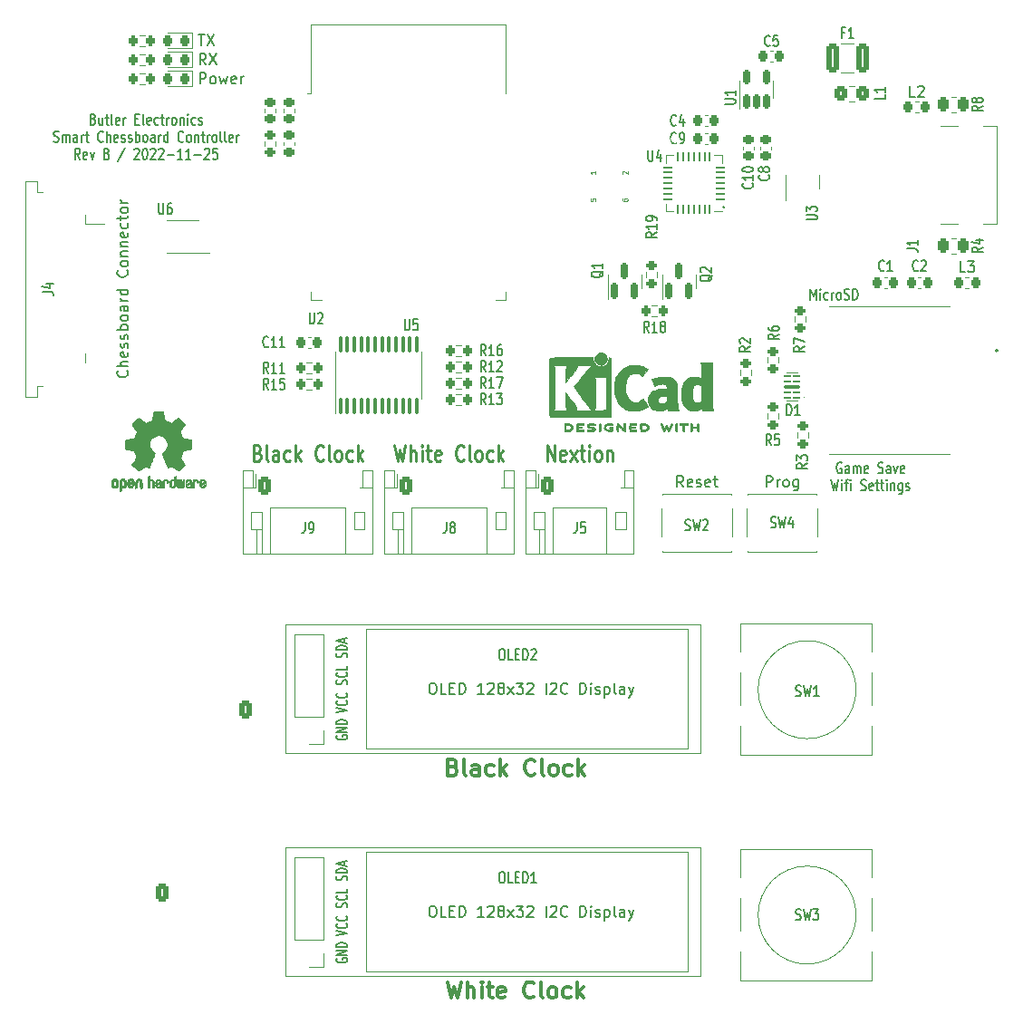
<source format=gbr>
%TF.GenerationSoftware,KiCad,Pcbnew,(6.0.8-1)-1*%
%TF.CreationDate,2022-11-25T17:34:24-05:00*%
%TF.ProjectId,smart-chessboard-controller,736d6172-742d-4636-9865-7373626f6172,B*%
%TF.SameCoordinates,Original*%
%TF.FileFunction,Legend,Top*%
%TF.FilePolarity,Positive*%
%FSLAX46Y46*%
G04 Gerber Fmt 4.6, Leading zero omitted, Abs format (unit mm)*
G04 Created by KiCad (PCBNEW (6.0.8-1)-1) date 2022-11-25 17:34:24*
%MOMM*%
%LPD*%
G01*
G04 APERTURE LIST*
G04 Aperture macros list*
%AMRoundRect*
0 Rectangle with rounded corners*
0 $1 Rounding radius*
0 $2 $3 $4 $5 $6 $7 $8 $9 X,Y pos of 4 corners*
0 Add a 4 corners polygon primitive as box body*
4,1,4,$2,$3,$4,$5,$6,$7,$8,$9,$2,$3,0*
0 Add four circle primitives for the rounded corners*
1,1,$1+$1,$2,$3*
1,1,$1+$1,$4,$5*
1,1,$1+$1,$6,$7*
1,1,$1+$1,$8,$9*
0 Add four rect primitives between the rounded corners*
20,1,$1+$1,$2,$3,$4,$5,0*
20,1,$1+$1,$4,$5,$6,$7,0*
20,1,$1+$1,$6,$7,$8,$9,0*
20,1,$1+$1,$8,$9,$2,$3,0*%
G04 Aperture macros list end*
%ADD10C,0.200000*%
%ADD11C,0.300000*%
%ADD12C,0.150000*%
%ADD13C,0.153000*%
%ADD14C,0.250000*%
%ADD15C,0.080000*%
%ADD16C,0.120000*%
%ADD17C,0.100000*%
%ADD18C,0.010000*%
%ADD19C,4.700000*%
%ADD20C,3.100000*%
%ADD21RoundRect,0.218750X-0.218750X-0.256250X0.218750X-0.256250X0.218750X0.256250X-0.218750X0.256250X0*%
%ADD22R,1.700000X1.700000*%
%ADD23O,1.700000X1.700000*%
%ADD24O,3.048000X1.850000*%
%ADD25R,1.500000X0.900000*%
%ADD26R,0.900000X1.500000*%
%ADD27C,0.475000*%
%ADD28R,4.200000X4.200000*%
%ADD29RoundRect,0.200000X0.275000X-0.200000X0.275000X0.200000X-0.275000X0.200000X-0.275000X-0.200000X0*%
%ADD30R,2.000000X0.700000*%
%ADD31R,1.400000X2.700000*%
%ADD32R,2.600000X1.000000*%
%ADD33R,1.200000X1.200000*%
%ADD34R,2.600000X1.500000*%
%ADD35RoundRect,0.225000X0.250000X-0.225000X0.250000X0.225000X-0.250000X0.225000X-0.250000X-0.225000X0*%
%ADD36RoundRect,0.250000X0.325000X0.450000X-0.325000X0.450000X-0.325000X-0.450000X0.325000X-0.450000X0*%
%ADD37RoundRect,0.100000X0.100000X-0.637500X0.100000X0.637500X-0.100000X0.637500X-0.100000X-0.637500X0*%
%ADD38RoundRect,0.200000X0.200000X0.275000X-0.200000X0.275000X-0.200000X-0.275000X0.200000X-0.275000X0*%
%ADD39RoundRect,0.250000X-0.350000X-0.625000X0.350000X-0.625000X0.350000X0.625000X-0.350000X0.625000X0*%
%ADD40O,1.200000X1.750000*%
%ADD41R,1.000000X0.750000*%
%ADD42RoundRect,0.150000X0.150000X-0.587500X0.150000X0.587500X-0.150000X0.587500X-0.150000X-0.587500X0*%
%ADD43RoundRect,0.200000X-0.200000X-0.275000X0.200000X-0.275000X0.200000X0.275000X-0.200000X0.275000X0*%
%ADD44RoundRect,0.225000X-0.225000X-0.250000X0.225000X-0.250000X0.225000X0.250000X-0.225000X0.250000X0*%
%ADD45C,0.991000*%
%ADD46C,0.787000*%
%ADD47RoundRect,0.200000X-0.275000X0.200000X-0.275000X-0.200000X0.275000X-0.200000X0.275000X0.200000X0*%
%ADD48RoundRect,0.250000X-0.375000X-1.075000X0.375000X-1.075000X0.375000X1.075000X-0.375000X1.075000X0*%
%ADD49R,1.000000X1.400000*%
%ADD50R,0.800000X1.400000*%
%ADD51RoundRect,0.225000X0.225000X0.250000X-0.225000X0.250000X-0.225000X-0.250000X0.225000X-0.250000X0*%
%ADD52RoundRect,0.218750X0.218750X0.256250X-0.218750X0.256250X-0.218750X-0.256250X0.218750X-0.256250X0*%
%ADD53R,2.000000X0.610000*%
%ADD54R,3.600000X2.680000*%
%ADD55RoundRect,0.050000X0.287500X-0.050000X0.287500X0.050000X-0.287500X0.050000X-0.287500X-0.050000X0*%
%ADD56RoundRect,0.100000X0.675000X-0.100000X0.675000X0.100000X-0.675000X0.100000X-0.675000X-0.100000X0*%
%ADD57C,0.500000*%
%ADD58R,1.600000X0.300000*%
%ADD59RoundRect,0.150000X0.150000X-0.512500X0.150000X0.512500X-0.150000X0.512500X-0.150000X-0.512500X0*%
%ADD60RoundRect,0.250000X0.262500X0.450000X-0.262500X0.450000X-0.262500X-0.450000X0.262500X-0.450000X0*%
%ADD61RoundRect,0.225000X-0.250000X0.225000X-0.250000X-0.225000X0.250000X-0.225000X0.250000X0.225000X0*%
%ADD62RoundRect,0.062500X0.337500X0.062500X-0.337500X0.062500X-0.337500X-0.062500X0.337500X-0.062500X0*%
%ADD63RoundRect,0.062500X0.062500X0.337500X-0.062500X0.337500X-0.062500X-0.337500X0.062500X-0.337500X0*%
%ADD64R,3.350000X3.350000*%
%ADD65C,0.600000*%
%ADD66O,0.600000X0.950000*%
%ADD67R,1.400000X0.300000*%
%ADD68O,2.000000X1.200000*%
%ADD69O,2.300000X1.200000*%
%ADD70RoundRect,0.250000X0.350000X0.625000X-0.350000X0.625000X-0.350000X-0.625000X0.350000X-0.625000X0*%
%ADD71C,0.800000*%
G04 APERTURE END LIST*
D10*
X89800523Y-57729380D02*
X89467190Y-57253190D01*
X89229095Y-57729380D02*
X89229095Y-56729380D01*
X89610047Y-56729380D01*
X89705285Y-56777000D01*
X89752904Y-56824619D01*
X89800523Y-56919857D01*
X89800523Y-57062714D01*
X89752904Y-57157952D01*
X89705285Y-57205571D01*
X89610047Y-57253190D01*
X89229095Y-57253190D01*
X90133857Y-56729380D02*
X90800523Y-57729380D01*
X90800523Y-56729380D02*
X90133857Y-57729380D01*
X89229095Y-59507380D02*
X89229095Y-58507380D01*
X89610047Y-58507380D01*
X89705285Y-58555000D01*
X89752904Y-58602619D01*
X89800523Y-58697857D01*
X89800523Y-58840714D01*
X89752904Y-58935952D01*
X89705285Y-58983571D01*
X89610047Y-59031190D01*
X89229095Y-59031190D01*
X90371952Y-59507380D02*
X90276714Y-59459761D01*
X90229095Y-59412142D01*
X90181476Y-59316904D01*
X90181476Y-59031190D01*
X90229095Y-58935952D01*
X90276714Y-58888333D01*
X90371952Y-58840714D01*
X90514809Y-58840714D01*
X90610047Y-58888333D01*
X90657666Y-58935952D01*
X90705285Y-59031190D01*
X90705285Y-59316904D01*
X90657666Y-59412142D01*
X90610047Y-59459761D01*
X90514809Y-59507380D01*
X90371952Y-59507380D01*
X91038619Y-58840714D02*
X91229095Y-59507380D01*
X91419571Y-59031190D01*
X91610047Y-59507380D01*
X91800523Y-58840714D01*
X92562428Y-59459761D02*
X92467190Y-59507380D01*
X92276714Y-59507380D01*
X92181476Y-59459761D01*
X92133857Y-59364523D01*
X92133857Y-58983571D01*
X92181476Y-58888333D01*
X92276714Y-58840714D01*
X92467190Y-58840714D01*
X92562428Y-58888333D01*
X92610047Y-58983571D01*
X92610047Y-59078809D01*
X92133857Y-59174047D01*
X93038619Y-59507380D02*
X93038619Y-58840714D01*
X93038619Y-59031190D02*
X93086238Y-58935952D01*
X93133857Y-58888333D01*
X93229095Y-58840714D01*
X93324333Y-58840714D01*
D11*
X112887857Y-123362257D02*
X113102142Y-123433685D01*
X113173571Y-123505114D01*
X113245000Y-123647971D01*
X113245000Y-123862257D01*
X113173571Y-124005114D01*
X113102142Y-124076542D01*
X112959285Y-124147971D01*
X112387857Y-124147971D01*
X112387857Y-122647971D01*
X112887857Y-122647971D01*
X113030714Y-122719400D01*
X113102142Y-122790828D01*
X113173571Y-122933685D01*
X113173571Y-123076542D01*
X113102142Y-123219400D01*
X113030714Y-123290828D01*
X112887857Y-123362257D01*
X112387857Y-123362257D01*
X114102142Y-124147971D02*
X113959285Y-124076542D01*
X113887857Y-123933685D01*
X113887857Y-122647971D01*
X115316428Y-124147971D02*
X115316428Y-123362257D01*
X115245000Y-123219400D01*
X115102142Y-123147971D01*
X114816428Y-123147971D01*
X114673571Y-123219400D01*
X115316428Y-124076542D02*
X115173571Y-124147971D01*
X114816428Y-124147971D01*
X114673571Y-124076542D01*
X114602142Y-123933685D01*
X114602142Y-123790828D01*
X114673571Y-123647971D01*
X114816428Y-123576542D01*
X115173571Y-123576542D01*
X115316428Y-123505114D01*
X116673571Y-124076542D02*
X116530714Y-124147971D01*
X116245000Y-124147971D01*
X116102142Y-124076542D01*
X116030714Y-124005114D01*
X115959285Y-123862257D01*
X115959285Y-123433685D01*
X116030714Y-123290828D01*
X116102142Y-123219400D01*
X116245000Y-123147971D01*
X116530714Y-123147971D01*
X116673571Y-123219400D01*
X117316428Y-124147971D02*
X117316428Y-122647971D01*
X117459285Y-123576542D02*
X117887857Y-124147971D01*
X117887857Y-123147971D02*
X117316428Y-123719400D01*
X120530714Y-124005114D02*
X120459285Y-124076542D01*
X120245000Y-124147971D01*
X120102142Y-124147971D01*
X119887857Y-124076542D01*
X119745000Y-123933685D01*
X119673571Y-123790828D01*
X119602142Y-123505114D01*
X119602142Y-123290828D01*
X119673571Y-123005114D01*
X119745000Y-122862257D01*
X119887857Y-122719400D01*
X120102142Y-122647971D01*
X120245000Y-122647971D01*
X120459285Y-122719400D01*
X120530714Y-122790828D01*
X121387857Y-124147971D02*
X121245000Y-124076542D01*
X121173571Y-123933685D01*
X121173571Y-122647971D01*
X122173571Y-124147971D02*
X122030714Y-124076542D01*
X121959285Y-124005114D01*
X121887857Y-123862257D01*
X121887857Y-123433685D01*
X121959285Y-123290828D01*
X122030714Y-123219400D01*
X122173571Y-123147971D01*
X122387857Y-123147971D01*
X122530714Y-123219400D01*
X122602142Y-123290828D01*
X122673571Y-123433685D01*
X122673571Y-123862257D01*
X122602142Y-124005114D01*
X122530714Y-124076542D01*
X122387857Y-124147971D01*
X122173571Y-124147971D01*
X123959285Y-124076542D02*
X123816428Y-124147971D01*
X123530714Y-124147971D01*
X123387857Y-124076542D01*
X123316428Y-124005114D01*
X123245000Y-123862257D01*
X123245000Y-123433685D01*
X123316428Y-123290828D01*
X123387857Y-123219400D01*
X123530714Y-123147971D01*
X123816428Y-123147971D01*
X123959285Y-123219400D01*
X124602142Y-124147971D02*
X124602142Y-122647971D01*
X124745000Y-123576542D02*
X125173571Y-124147971D01*
X125173571Y-123147971D02*
X124602142Y-123719400D01*
D12*
X149168190Y-94961000D02*
X149092000Y-94913380D01*
X148977714Y-94913380D01*
X148863428Y-94961000D01*
X148787238Y-95056238D01*
X148749142Y-95151476D01*
X148711047Y-95341952D01*
X148711047Y-95484809D01*
X148749142Y-95675285D01*
X148787238Y-95770523D01*
X148863428Y-95865761D01*
X148977714Y-95913380D01*
X149053904Y-95913380D01*
X149168190Y-95865761D01*
X149206285Y-95818142D01*
X149206285Y-95484809D01*
X149053904Y-95484809D01*
X149892000Y-95913380D02*
X149892000Y-95389571D01*
X149853904Y-95294333D01*
X149777714Y-95246714D01*
X149625333Y-95246714D01*
X149549142Y-95294333D01*
X149892000Y-95865761D02*
X149815809Y-95913380D01*
X149625333Y-95913380D01*
X149549142Y-95865761D01*
X149511047Y-95770523D01*
X149511047Y-95675285D01*
X149549142Y-95580047D01*
X149625333Y-95532428D01*
X149815809Y-95532428D01*
X149892000Y-95484809D01*
X150272952Y-95913380D02*
X150272952Y-95246714D01*
X150272952Y-95341952D02*
X150311047Y-95294333D01*
X150387238Y-95246714D01*
X150501523Y-95246714D01*
X150577714Y-95294333D01*
X150615809Y-95389571D01*
X150615809Y-95913380D01*
X150615809Y-95389571D02*
X150653904Y-95294333D01*
X150730095Y-95246714D01*
X150844380Y-95246714D01*
X150920571Y-95294333D01*
X150958666Y-95389571D01*
X150958666Y-95913380D01*
X151644380Y-95865761D02*
X151568190Y-95913380D01*
X151415809Y-95913380D01*
X151339619Y-95865761D01*
X151301523Y-95770523D01*
X151301523Y-95389571D01*
X151339619Y-95294333D01*
X151415809Y-95246714D01*
X151568190Y-95246714D01*
X151644380Y-95294333D01*
X151682476Y-95389571D01*
X151682476Y-95484809D01*
X151301523Y-95580047D01*
X152596761Y-95865761D02*
X152711047Y-95913380D01*
X152901523Y-95913380D01*
X152977714Y-95865761D01*
X153015809Y-95818142D01*
X153053904Y-95722904D01*
X153053904Y-95627666D01*
X153015809Y-95532428D01*
X152977714Y-95484809D01*
X152901523Y-95437190D01*
X152749142Y-95389571D01*
X152672952Y-95341952D01*
X152634857Y-95294333D01*
X152596761Y-95199095D01*
X152596761Y-95103857D01*
X152634857Y-95008619D01*
X152672952Y-94961000D01*
X152749142Y-94913380D01*
X152939619Y-94913380D01*
X153053904Y-94961000D01*
X153739619Y-95913380D02*
X153739619Y-95389571D01*
X153701523Y-95294333D01*
X153625333Y-95246714D01*
X153472952Y-95246714D01*
X153396761Y-95294333D01*
X153739619Y-95865761D02*
X153663428Y-95913380D01*
X153472952Y-95913380D01*
X153396761Y-95865761D01*
X153358666Y-95770523D01*
X153358666Y-95675285D01*
X153396761Y-95580047D01*
X153472952Y-95532428D01*
X153663428Y-95532428D01*
X153739619Y-95484809D01*
X154044380Y-95246714D02*
X154234857Y-95913380D01*
X154425333Y-95246714D01*
X155034857Y-95865761D02*
X154958666Y-95913380D01*
X154806285Y-95913380D01*
X154730095Y-95865761D01*
X154692000Y-95770523D01*
X154692000Y-95389571D01*
X154730095Y-95294333D01*
X154806285Y-95246714D01*
X154958666Y-95246714D01*
X155034857Y-95294333D01*
X155072952Y-95389571D01*
X155072952Y-95484809D01*
X154692000Y-95580047D01*
X148215809Y-96523380D02*
X148406285Y-97523380D01*
X148558666Y-96809095D01*
X148711047Y-97523380D01*
X148901523Y-96523380D01*
X149206285Y-97523380D02*
X149206285Y-96856714D01*
X149206285Y-96523380D02*
X149168190Y-96571000D01*
X149206285Y-96618619D01*
X149244380Y-96571000D01*
X149206285Y-96523380D01*
X149206285Y-96618619D01*
X149472952Y-96856714D02*
X149777714Y-96856714D01*
X149587238Y-97523380D02*
X149587238Y-96666238D01*
X149625333Y-96571000D01*
X149701523Y-96523380D01*
X149777714Y-96523380D01*
X150044380Y-97523380D02*
X150044380Y-96856714D01*
X150044380Y-96523380D02*
X150006285Y-96571000D01*
X150044380Y-96618619D01*
X150082476Y-96571000D01*
X150044380Y-96523380D01*
X150044380Y-96618619D01*
X150996761Y-97475761D02*
X151111047Y-97523380D01*
X151301523Y-97523380D01*
X151377714Y-97475761D01*
X151415809Y-97428142D01*
X151453904Y-97332904D01*
X151453904Y-97237666D01*
X151415809Y-97142428D01*
X151377714Y-97094809D01*
X151301523Y-97047190D01*
X151149142Y-96999571D01*
X151072952Y-96951952D01*
X151034857Y-96904333D01*
X150996761Y-96809095D01*
X150996761Y-96713857D01*
X151034857Y-96618619D01*
X151072952Y-96571000D01*
X151149142Y-96523380D01*
X151339619Y-96523380D01*
X151453904Y-96571000D01*
X152101523Y-97475761D02*
X152025333Y-97523380D01*
X151872952Y-97523380D01*
X151796761Y-97475761D01*
X151758666Y-97380523D01*
X151758666Y-96999571D01*
X151796761Y-96904333D01*
X151872952Y-96856714D01*
X152025333Y-96856714D01*
X152101523Y-96904333D01*
X152139619Y-96999571D01*
X152139619Y-97094809D01*
X151758666Y-97190047D01*
X152368190Y-96856714D02*
X152672952Y-96856714D01*
X152482476Y-96523380D02*
X152482476Y-97380523D01*
X152520571Y-97475761D01*
X152596761Y-97523380D01*
X152672952Y-97523380D01*
X152825333Y-96856714D02*
X153130095Y-96856714D01*
X152939619Y-96523380D02*
X152939619Y-97380523D01*
X152977714Y-97475761D01*
X153053904Y-97523380D01*
X153130095Y-97523380D01*
X153396761Y-97523380D02*
X153396761Y-96856714D01*
X153396761Y-96523380D02*
X153358666Y-96571000D01*
X153396761Y-96618619D01*
X153434857Y-96571000D01*
X153396761Y-96523380D01*
X153396761Y-96618619D01*
X153777714Y-96856714D02*
X153777714Y-97523380D01*
X153777714Y-96951952D02*
X153815809Y-96904333D01*
X153892000Y-96856714D01*
X154006285Y-96856714D01*
X154082476Y-96904333D01*
X154120571Y-96999571D01*
X154120571Y-97523380D01*
X154844380Y-96856714D02*
X154844380Y-97666238D01*
X154806285Y-97761476D01*
X154768190Y-97809095D01*
X154692000Y-97856714D01*
X154577714Y-97856714D01*
X154501523Y-97809095D01*
X154844380Y-97475761D02*
X154768190Y-97523380D01*
X154615809Y-97523380D01*
X154539619Y-97475761D01*
X154501523Y-97428142D01*
X154463428Y-97332904D01*
X154463428Y-97047190D01*
X154501523Y-96951952D01*
X154539619Y-96904333D01*
X154615809Y-96856714D01*
X154768190Y-96856714D01*
X154844380Y-96904333D01*
X155187238Y-97475761D02*
X155263428Y-97523380D01*
X155415809Y-97523380D01*
X155492000Y-97475761D01*
X155530095Y-97380523D01*
X155530095Y-97332904D01*
X155492000Y-97237666D01*
X155415809Y-97190047D01*
X155301523Y-97190047D01*
X155225333Y-97142428D01*
X155187238Y-97047190D01*
X155187238Y-96999571D01*
X155225333Y-96904333D01*
X155301523Y-96856714D01*
X155415809Y-96856714D01*
X155492000Y-96904333D01*
D13*
X138176000Y-70969142D02*
X138214095Y-71016761D01*
X138176000Y-71064380D01*
X138137904Y-71016761D01*
X138176000Y-70969142D01*
X138176000Y-71064380D01*
D10*
X89086238Y-54951380D02*
X89657666Y-54951380D01*
X89371952Y-55951380D02*
X89371952Y-54951380D01*
X89895761Y-54951380D02*
X90562428Y-55951380D01*
X90562428Y-54951380D02*
X89895761Y-55951380D01*
D13*
X146272523Y-79700380D02*
X146272523Y-78700380D01*
X146539190Y-79414666D01*
X146805857Y-78700380D01*
X146805857Y-79700380D01*
X147186809Y-79700380D02*
X147186809Y-79033714D01*
X147186809Y-78700380D02*
X147148714Y-78748000D01*
X147186809Y-78795619D01*
X147224904Y-78748000D01*
X147186809Y-78700380D01*
X147186809Y-78795619D01*
X147910619Y-79652761D02*
X147834428Y-79700380D01*
X147682047Y-79700380D01*
X147605857Y-79652761D01*
X147567761Y-79605142D01*
X147529666Y-79509904D01*
X147529666Y-79224190D01*
X147567761Y-79128952D01*
X147605857Y-79081333D01*
X147682047Y-79033714D01*
X147834428Y-79033714D01*
X147910619Y-79081333D01*
X148253476Y-79700380D02*
X148253476Y-79033714D01*
X148253476Y-79224190D02*
X148291571Y-79128952D01*
X148329666Y-79081333D01*
X148405857Y-79033714D01*
X148482047Y-79033714D01*
X148863000Y-79700380D02*
X148786809Y-79652761D01*
X148748714Y-79605142D01*
X148710619Y-79509904D01*
X148710619Y-79224190D01*
X148748714Y-79128952D01*
X148786809Y-79081333D01*
X148863000Y-79033714D01*
X148977285Y-79033714D01*
X149053476Y-79081333D01*
X149091571Y-79128952D01*
X149129666Y-79224190D01*
X149129666Y-79509904D01*
X149091571Y-79605142D01*
X149053476Y-79652761D01*
X148977285Y-79700380D01*
X148863000Y-79700380D01*
X149434428Y-79652761D02*
X149548714Y-79700380D01*
X149739190Y-79700380D01*
X149815380Y-79652761D01*
X149853476Y-79605142D01*
X149891571Y-79509904D01*
X149891571Y-79414666D01*
X149853476Y-79319428D01*
X149815380Y-79271809D01*
X149739190Y-79224190D01*
X149586809Y-79176571D01*
X149510619Y-79128952D01*
X149472523Y-79081333D01*
X149434428Y-78986095D01*
X149434428Y-78890857D01*
X149472523Y-78795619D01*
X149510619Y-78748000D01*
X149586809Y-78700380D01*
X149777285Y-78700380D01*
X149891571Y-78748000D01*
X150234428Y-79700380D02*
X150234428Y-78700380D01*
X150424904Y-78700380D01*
X150539190Y-78748000D01*
X150615380Y-78843238D01*
X150653476Y-78938476D01*
X150691571Y-79128952D01*
X150691571Y-79271809D01*
X150653476Y-79462285D01*
X150615380Y-79557523D01*
X150539190Y-79652761D01*
X150424904Y-79700380D01*
X150234428Y-79700380D01*
D12*
X142160809Y-97188380D02*
X142160809Y-96188380D01*
X142541761Y-96188380D01*
X142637000Y-96236000D01*
X142684619Y-96283619D01*
X142732238Y-96378857D01*
X142732238Y-96521714D01*
X142684619Y-96616952D01*
X142637000Y-96664571D01*
X142541761Y-96712190D01*
X142160809Y-96712190D01*
X143160809Y-97188380D02*
X143160809Y-96521714D01*
X143160809Y-96712190D02*
X143208428Y-96616952D01*
X143256047Y-96569333D01*
X143351285Y-96521714D01*
X143446523Y-96521714D01*
X143922714Y-97188380D02*
X143827476Y-97140761D01*
X143779857Y-97093142D01*
X143732238Y-96997904D01*
X143732238Y-96712190D01*
X143779857Y-96616952D01*
X143827476Y-96569333D01*
X143922714Y-96521714D01*
X144065571Y-96521714D01*
X144160809Y-96569333D01*
X144208428Y-96616952D01*
X144256047Y-96712190D01*
X144256047Y-96997904D01*
X144208428Y-97093142D01*
X144160809Y-97140761D01*
X144065571Y-97188380D01*
X143922714Y-97188380D01*
X145113190Y-96521714D02*
X145113190Y-97331238D01*
X145065571Y-97426476D01*
X145017952Y-97474095D01*
X144922714Y-97521714D01*
X144779857Y-97521714D01*
X144684619Y-97474095D01*
X145113190Y-97140761D02*
X145017952Y-97188380D01*
X144827476Y-97188380D01*
X144732238Y-97140761D01*
X144684619Y-97093142D01*
X144637000Y-96997904D01*
X144637000Y-96712190D01*
X144684619Y-96616952D01*
X144732238Y-96569333D01*
X144827476Y-96521714D01*
X145017952Y-96521714D01*
X145113190Y-96569333D01*
D14*
X121656857Y-94785571D02*
X121656857Y-93285571D01*
X122342571Y-94785571D01*
X122342571Y-93285571D01*
X123371142Y-94714142D02*
X123256857Y-94785571D01*
X123028285Y-94785571D01*
X122914000Y-94714142D01*
X122856857Y-94571285D01*
X122856857Y-93999857D01*
X122914000Y-93857000D01*
X123028285Y-93785571D01*
X123256857Y-93785571D01*
X123371142Y-93857000D01*
X123428285Y-93999857D01*
X123428285Y-94142714D01*
X122856857Y-94285571D01*
X123828285Y-94785571D02*
X124456857Y-93785571D01*
X123828285Y-93785571D02*
X124456857Y-94785571D01*
X124742571Y-93785571D02*
X125199714Y-93785571D01*
X124914000Y-93285571D02*
X124914000Y-94571285D01*
X124971142Y-94714142D01*
X125085428Y-94785571D01*
X125199714Y-94785571D01*
X125599714Y-94785571D02*
X125599714Y-93785571D01*
X125599714Y-93285571D02*
X125542571Y-93357000D01*
X125599714Y-93428428D01*
X125656857Y-93357000D01*
X125599714Y-93285571D01*
X125599714Y-93428428D01*
X126342571Y-94785571D02*
X126228285Y-94714142D01*
X126171142Y-94642714D01*
X126114000Y-94499857D01*
X126114000Y-94071285D01*
X126171142Y-93928428D01*
X126228285Y-93857000D01*
X126342571Y-93785571D01*
X126514000Y-93785571D01*
X126628285Y-93857000D01*
X126685428Y-93928428D01*
X126742571Y-94071285D01*
X126742571Y-94499857D01*
X126685428Y-94642714D01*
X126628285Y-94714142D01*
X126514000Y-94785571D01*
X126342571Y-94785571D01*
X127256857Y-93785571D02*
X127256857Y-94785571D01*
X127256857Y-93928428D02*
X127314000Y-93857000D01*
X127428285Y-93785571D01*
X127599714Y-93785571D01*
X127714000Y-93857000D01*
X127771142Y-93999857D01*
X127771142Y-94785571D01*
D12*
X82397142Y-86344857D02*
X82444761Y-86392476D01*
X82492380Y-86535333D01*
X82492380Y-86630571D01*
X82444761Y-86773428D01*
X82349523Y-86868666D01*
X82254285Y-86916285D01*
X82063809Y-86963904D01*
X81920952Y-86963904D01*
X81730476Y-86916285D01*
X81635238Y-86868666D01*
X81540000Y-86773428D01*
X81492380Y-86630571D01*
X81492380Y-86535333D01*
X81540000Y-86392476D01*
X81587619Y-86344857D01*
X82492380Y-85916285D02*
X81492380Y-85916285D01*
X82492380Y-85487714D02*
X81968571Y-85487714D01*
X81873333Y-85535333D01*
X81825714Y-85630571D01*
X81825714Y-85773428D01*
X81873333Y-85868666D01*
X81920952Y-85916285D01*
X82444761Y-84630571D02*
X82492380Y-84725809D01*
X82492380Y-84916285D01*
X82444761Y-85011523D01*
X82349523Y-85059142D01*
X81968571Y-85059142D01*
X81873333Y-85011523D01*
X81825714Y-84916285D01*
X81825714Y-84725809D01*
X81873333Y-84630571D01*
X81968571Y-84582952D01*
X82063809Y-84582952D01*
X82159047Y-85059142D01*
X82444761Y-84202000D02*
X82492380Y-84106761D01*
X82492380Y-83916285D01*
X82444761Y-83821047D01*
X82349523Y-83773428D01*
X82301904Y-83773428D01*
X82206666Y-83821047D01*
X82159047Y-83916285D01*
X82159047Y-84059142D01*
X82111428Y-84154380D01*
X82016190Y-84202000D01*
X81968571Y-84202000D01*
X81873333Y-84154380D01*
X81825714Y-84059142D01*
X81825714Y-83916285D01*
X81873333Y-83821047D01*
X82444761Y-83392476D02*
X82492380Y-83297238D01*
X82492380Y-83106761D01*
X82444761Y-83011523D01*
X82349523Y-82963904D01*
X82301904Y-82963904D01*
X82206666Y-83011523D01*
X82159047Y-83106761D01*
X82159047Y-83249619D01*
X82111428Y-83344857D01*
X82016190Y-83392476D01*
X81968571Y-83392476D01*
X81873333Y-83344857D01*
X81825714Y-83249619D01*
X81825714Y-83106761D01*
X81873333Y-83011523D01*
X82492380Y-82535333D02*
X81492380Y-82535333D01*
X81873333Y-82535333D02*
X81825714Y-82440095D01*
X81825714Y-82249619D01*
X81873333Y-82154380D01*
X81920952Y-82106761D01*
X82016190Y-82059142D01*
X82301904Y-82059142D01*
X82397142Y-82106761D01*
X82444761Y-82154380D01*
X82492380Y-82249619D01*
X82492380Y-82440095D01*
X82444761Y-82535333D01*
X82492380Y-81487714D02*
X82444761Y-81582952D01*
X82397142Y-81630571D01*
X82301904Y-81678190D01*
X82016190Y-81678190D01*
X81920952Y-81630571D01*
X81873333Y-81582952D01*
X81825714Y-81487714D01*
X81825714Y-81344857D01*
X81873333Y-81249619D01*
X81920952Y-81202000D01*
X82016190Y-81154380D01*
X82301904Y-81154380D01*
X82397142Y-81202000D01*
X82444761Y-81249619D01*
X82492380Y-81344857D01*
X82492380Y-81487714D01*
X82492380Y-80297238D02*
X81968571Y-80297238D01*
X81873333Y-80344857D01*
X81825714Y-80440095D01*
X81825714Y-80630571D01*
X81873333Y-80725809D01*
X82444761Y-80297238D02*
X82492380Y-80392476D01*
X82492380Y-80630571D01*
X82444761Y-80725809D01*
X82349523Y-80773428D01*
X82254285Y-80773428D01*
X82159047Y-80725809D01*
X82111428Y-80630571D01*
X82111428Y-80392476D01*
X82063809Y-80297238D01*
X82492380Y-79821047D02*
X81825714Y-79821047D01*
X82016190Y-79821047D02*
X81920952Y-79773428D01*
X81873333Y-79725809D01*
X81825714Y-79630571D01*
X81825714Y-79535333D01*
X82492380Y-78773428D02*
X81492380Y-78773428D01*
X82444761Y-78773428D02*
X82492380Y-78868666D01*
X82492380Y-79059142D01*
X82444761Y-79154380D01*
X82397142Y-79202000D01*
X82301904Y-79249619D01*
X82016190Y-79249619D01*
X81920952Y-79202000D01*
X81873333Y-79154380D01*
X81825714Y-79059142D01*
X81825714Y-78868666D01*
X81873333Y-78773428D01*
X82397142Y-76963904D02*
X82444761Y-77011523D01*
X82492380Y-77154380D01*
X82492380Y-77249619D01*
X82444761Y-77392476D01*
X82349523Y-77487714D01*
X82254285Y-77535333D01*
X82063809Y-77582952D01*
X81920952Y-77582952D01*
X81730476Y-77535333D01*
X81635238Y-77487714D01*
X81540000Y-77392476D01*
X81492380Y-77249619D01*
X81492380Y-77154380D01*
X81540000Y-77011523D01*
X81587619Y-76963904D01*
X82492380Y-76392476D02*
X82444761Y-76487714D01*
X82397142Y-76535333D01*
X82301904Y-76582952D01*
X82016190Y-76582952D01*
X81920952Y-76535333D01*
X81873333Y-76487714D01*
X81825714Y-76392476D01*
X81825714Y-76249619D01*
X81873333Y-76154380D01*
X81920952Y-76106761D01*
X82016190Y-76059142D01*
X82301904Y-76059142D01*
X82397142Y-76106761D01*
X82444761Y-76154380D01*
X82492380Y-76249619D01*
X82492380Y-76392476D01*
X81825714Y-75630571D02*
X82492380Y-75630571D01*
X81920952Y-75630571D02*
X81873333Y-75582952D01*
X81825714Y-75487714D01*
X81825714Y-75344857D01*
X81873333Y-75249619D01*
X81968571Y-75202000D01*
X82492380Y-75202000D01*
X81825714Y-74725809D02*
X82492380Y-74725809D01*
X81920952Y-74725809D02*
X81873333Y-74678190D01*
X81825714Y-74582952D01*
X81825714Y-74440095D01*
X81873333Y-74344857D01*
X81968571Y-74297238D01*
X82492380Y-74297238D01*
X82444761Y-73440095D02*
X82492380Y-73535333D01*
X82492380Y-73725809D01*
X82444761Y-73821047D01*
X82349523Y-73868666D01*
X81968571Y-73868666D01*
X81873333Y-73821047D01*
X81825714Y-73725809D01*
X81825714Y-73535333D01*
X81873333Y-73440095D01*
X81968571Y-73392476D01*
X82063809Y-73392476D01*
X82159047Y-73868666D01*
X82444761Y-72535333D02*
X82492380Y-72630571D01*
X82492380Y-72821047D01*
X82444761Y-72916285D01*
X82397142Y-72963904D01*
X82301904Y-73011523D01*
X82016190Y-73011523D01*
X81920952Y-72963904D01*
X81873333Y-72916285D01*
X81825714Y-72821047D01*
X81825714Y-72630571D01*
X81873333Y-72535333D01*
X81825714Y-72249619D02*
X81825714Y-71868666D01*
X81492380Y-72106761D02*
X82349523Y-72106761D01*
X82444761Y-72059142D01*
X82492380Y-71963904D01*
X82492380Y-71868666D01*
X82492380Y-71392476D02*
X82444761Y-71487714D01*
X82397142Y-71535333D01*
X82301904Y-71582952D01*
X82016190Y-71582952D01*
X81920952Y-71535333D01*
X81873333Y-71487714D01*
X81825714Y-71392476D01*
X81825714Y-71249619D01*
X81873333Y-71154380D01*
X81920952Y-71106761D01*
X82016190Y-71059142D01*
X82301904Y-71059142D01*
X82397142Y-71106761D01*
X82444761Y-71154380D01*
X82492380Y-71249619D01*
X82492380Y-71392476D01*
X82492380Y-70630571D02*
X81825714Y-70630571D01*
X82016190Y-70630571D02*
X81920952Y-70582952D01*
X81873333Y-70535333D01*
X81825714Y-70440095D01*
X81825714Y-70344857D01*
D11*
X112352142Y-143450571D02*
X112709285Y-144950571D01*
X112995000Y-143879142D01*
X113280714Y-144950571D01*
X113637857Y-143450571D01*
X114209285Y-144950571D02*
X114209285Y-143450571D01*
X114852142Y-144950571D02*
X114852142Y-144164857D01*
X114780714Y-144022000D01*
X114637857Y-143950571D01*
X114423571Y-143950571D01*
X114280714Y-144022000D01*
X114209285Y-144093428D01*
X115566428Y-144950571D02*
X115566428Y-143950571D01*
X115566428Y-143450571D02*
X115495000Y-143522000D01*
X115566428Y-143593428D01*
X115637857Y-143522000D01*
X115566428Y-143450571D01*
X115566428Y-143593428D01*
X116066428Y-143950571D02*
X116637857Y-143950571D01*
X116280714Y-143450571D02*
X116280714Y-144736285D01*
X116352142Y-144879142D01*
X116495000Y-144950571D01*
X116637857Y-144950571D01*
X117709285Y-144879142D02*
X117566428Y-144950571D01*
X117280714Y-144950571D01*
X117137857Y-144879142D01*
X117066428Y-144736285D01*
X117066428Y-144164857D01*
X117137857Y-144022000D01*
X117280714Y-143950571D01*
X117566428Y-143950571D01*
X117709285Y-144022000D01*
X117780714Y-144164857D01*
X117780714Y-144307714D01*
X117066428Y-144450571D01*
X120423571Y-144807714D02*
X120352142Y-144879142D01*
X120137857Y-144950571D01*
X119995000Y-144950571D01*
X119780714Y-144879142D01*
X119637857Y-144736285D01*
X119566428Y-144593428D01*
X119495000Y-144307714D01*
X119495000Y-144093428D01*
X119566428Y-143807714D01*
X119637857Y-143664857D01*
X119780714Y-143522000D01*
X119995000Y-143450571D01*
X120137857Y-143450571D01*
X120352142Y-143522000D01*
X120423571Y-143593428D01*
X121280714Y-144950571D02*
X121137857Y-144879142D01*
X121066428Y-144736285D01*
X121066428Y-143450571D01*
X122066428Y-144950571D02*
X121923571Y-144879142D01*
X121852142Y-144807714D01*
X121780714Y-144664857D01*
X121780714Y-144236285D01*
X121852142Y-144093428D01*
X121923571Y-144022000D01*
X122066428Y-143950571D01*
X122280714Y-143950571D01*
X122423571Y-144022000D01*
X122495000Y-144093428D01*
X122566428Y-144236285D01*
X122566428Y-144664857D01*
X122495000Y-144807714D01*
X122423571Y-144879142D01*
X122280714Y-144950571D01*
X122066428Y-144950571D01*
X123852142Y-144879142D02*
X123709285Y-144950571D01*
X123423571Y-144950571D01*
X123280714Y-144879142D01*
X123209285Y-144807714D01*
X123137857Y-144664857D01*
X123137857Y-144236285D01*
X123209285Y-144093428D01*
X123280714Y-144022000D01*
X123423571Y-143950571D01*
X123709285Y-143950571D01*
X123852142Y-144022000D01*
X124495000Y-144950571D02*
X124495000Y-143450571D01*
X124637857Y-144379142D02*
X125066428Y-144950571D01*
X125066428Y-143950571D02*
X124495000Y-144522000D01*
D12*
X134397904Y-97188380D02*
X134064571Y-96712190D01*
X133826476Y-97188380D02*
X133826476Y-96188380D01*
X134207428Y-96188380D01*
X134302666Y-96236000D01*
X134350285Y-96283619D01*
X134397904Y-96378857D01*
X134397904Y-96521714D01*
X134350285Y-96616952D01*
X134302666Y-96664571D01*
X134207428Y-96712190D01*
X133826476Y-96712190D01*
X135207428Y-97140761D02*
X135112190Y-97188380D01*
X134921714Y-97188380D01*
X134826476Y-97140761D01*
X134778857Y-97045523D01*
X134778857Y-96664571D01*
X134826476Y-96569333D01*
X134921714Y-96521714D01*
X135112190Y-96521714D01*
X135207428Y-96569333D01*
X135255047Y-96664571D01*
X135255047Y-96759809D01*
X134778857Y-96855047D01*
X135636000Y-97140761D02*
X135731238Y-97188380D01*
X135921714Y-97188380D01*
X136016952Y-97140761D01*
X136064571Y-97045523D01*
X136064571Y-96997904D01*
X136016952Y-96902666D01*
X135921714Y-96855047D01*
X135778857Y-96855047D01*
X135683619Y-96807428D01*
X135636000Y-96712190D01*
X135636000Y-96664571D01*
X135683619Y-96569333D01*
X135778857Y-96521714D01*
X135921714Y-96521714D01*
X136016952Y-96569333D01*
X136874095Y-97140761D02*
X136778857Y-97188380D01*
X136588380Y-97188380D01*
X136493142Y-97140761D01*
X136445523Y-97045523D01*
X136445523Y-96664571D01*
X136493142Y-96569333D01*
X136588380Y-96521714D01*
X136778857Y-96521714D01*
X136874095Y-96569333D01*
X136921714Y-96664571D01*
X136921714Y-96759809D01*
X136445523Y-96855047D01*
X137207428Y-96521714D02*
X137588380Y-96521714D01*
X137350285Y-96188380D02*
X137350285Y-97045523D01*
X137397904Y-97140761D01*
X137493142Y-97188380D01*
X137588380Y-97188380D01*
D14*
X107407714Y-93285571D02*
X107693428Y-94785571D01*
X107922000Y-93714142D01*
X108150571Y-94785571D01*
X108436285Y-93285571D01*
X108893428Y-94785571D02*
X108893428Y-93285571D01*
X109407714Y-94785571D02*
X109407714Y-93999857D01*
X109350571Y-93857000D01*
X109236285Y-93785571D01*
X109064857Y-93785571D01*
X108950571Y-93857000D01*
X108893428Y-93928428D01*
X109979142Y-94785571D02*
X109979142Y-93785571D01*
X109979142Y-93285571D02*
X109922000Y-93357000D01*
X109979142Y-93428428D01*
X110036285Y-93357000D01*
X109979142Y-93285571D01*
X109979142Y-93428428D01*
X110379142Y-93785571D02*
X110836285Y-93785571D01*
X110550571Y-93285571D02*
X110550571Y-94571285D01*
X110607714Y-94714142D01*
X110722000Y-94785571D01*
X110836285Y-94785571D01*
X111693428Y-94714142D02*
X111579142Y-94785571D01*
X111350571Y-94785571D01*
X111236285Y-94714142D01*
X111179142Y-94571285D01*
X111179142Y-93999857D01*
X111236285Y-93857000D01*
X111350571Y-93785571D01*
X111579142Y-93785571D01*
X111693428Y-93857000D01*
X111750571Y-93999857D01*
X111750571Y-94142714D01*
X111179142Y-94285571D01*
X113864857Y-94642714D02*
X113807714Y-94714142D01*
X113636285Y-94785571D01*
X113522000Y-94785571D01*
X113350571Y-94714142D01*
X113236285Y-94571285D01*
X113179142Y-94428428D01*
X113122000Y-94142714D01*
X113122000Y-93928428D01*
X113179142Y-93642714D01*
X113236285Y-93499857D01*
X113350571Y-93357000D01*
X113522000Y-93285571D01*
X113636285Y-93285571D01*
X113807714Y-93357000D01*
X113864857Y-93428428D01*
X114550571Y-94785571D02*
X114436285Y-94714142D01*
X114379142Y-94571285D01*
X114379142Y-93285571D01*
X115179142Y-94785571D02*
X115064857Y-94714142D01*
X115007714Y-94642714D01*
X114950571Y-94499857D01*
X114950571Y-94071285D01*
X115007714Y-93928428D01*
X115064857Y-93857000D01*
X115179142Y-93785571D01*
X115350571Y-93785571D01*
X115464857Y-93857000D01*
X115522000Y-93928428D01*
X115579142Y-94071285D01*
X115579142Y-94499857D01*
X115522000Y-94642714D01*
X115464857Y-94714142D01*
X115350571Y-94785571D01*
X115179142Y-94785571D01*
X116607714Y-94714142D02*
X116493428Y-94785571D01*
X116264857Y-94785571D01*
X116150571Y-94714142D01*
X116093428Y-94642714D01*
X116036285Y-94499857D01*
X116036285Y-94071285D01*
X116093428Y-93928428D01*
X116150571Y-93857000D01*
X116264857Y-93785571D01*
X116493428Y-93785571D01*
X116607714Y-93857000D01*
X117122000Y-94785571D02*
X117122000Y-93285571D01*
X117236285Y-94214142D02*
X117579142Y-94785571D01*
X117579142Y-93785571D02*
X117122000Y-94357000D01*
D13*
X79248619Y-62834571D02*
X79362904Y-62882190D01*
X79401000Y-62929809D01*
X79439095Y-63025047D01*
X79439095Y-63167904D01*
X79401000Y-63263142D01*
X79362904Y-63310761D01*
X79286714Y-63358380D01*
X78981952Y-63358380D01*
X78981952Y-62358380D01*
X79248619Y-62358380D01*
X79324809Y-62406000D01*
X79362904Y-62453619D01*
X79401000Y-62548857D01*
X79401000Y-62644095D01*
X79362904Y-62739333D01*
X79324809Y-62786952D01*
X79248619Y-62834571D01*
X78981952Y-62834571D01*
X80124809Y-62691714D02*
X80124809Y-63358380D01*
X79781952Y-62691714D02*
X79781952Y-63215523D01*
X79820047Y-63310761D01*
X79896238Y-63358380D01*
X80010523Y-63358380D01*
X80086714Y-63310761D01*
X80124809Y-63263142D01*
X80391476Y-62691714D02*
X80696238Y-62691714D01*
X80505761Y-62358380D02*
X80505761Y-63215523D01*
X80543857Y-63310761D01*
X80620047Y-63358380D01*
X80696238Y-63358380D01*
X81077190Y-63358380D02*
X81001000Y-63310761D01*
X80962904Y-63215523D01*
X80962904Y-62358380D01*
X81686714Y-63310761D02*
X81610523Y-63358380D01*
X81458142Y-63358380D01*
X81381952Y-63310761D01*
X81343857Y-63215523D01*
X81343857Y-62834571D01*
X81381952Y-62739333D01*
X81458142Y-62691714D01*
X81610523Y-62691714D01*
X81686714Y-62739333D01*
X81724809Y-62834571D01*
X81724809Y-62929809D01*
X81343857Y-63025047D01*
X82067666Y-63358380D02*
X82067666Y-62691714D01*
X82067666Y-62882190D02*
X82105761Y-62786952D01*
X82143857Y-62739333D01*
X82220047Y-62691714D01*
X82296238Y-62691714D01*
X83172428Y-62834571D02*
X83439095Y-62834571D01*
X83553380Y-63358380D02*
X83172428Y-63358380D01*
X83172428Y-62358380D01*
X83553380Y-62358380D01*
X84010523Y-63358380D02*
X83934333Y-63310761D01*
X83896238Y-63215523D01*
X83896238Y-62358380D01*
X84620047Y-63310761D02*
X84543857Y-63358380D01*
X84391476Y-63358380D01*
X84315285Y-63310761D01*
X84277190Y-63215523D01*
X84277190Y-62834571D01*
X84315285Y-62739333D01*
X84391476Y-62691714D01*
X84543857Y-62691714D01*
X84620047Y-62739333D01*
X84658142Y-62834571D01*
X84658142Y-62929809D01*
X84277190Y-63025047D01*
X85343857Y-63310761D02*
X85267666Y-63358380D01*
X85115285Y-63358380D01*
X85039095Y-63310761D01*
X85001000Y-63263142D01*
X84962904Y-63167904D01*
X84962904Y-62882190D01*
X85001000Y-62786952D01*
X85039095Y-62739333D01*
X85115285Y-62691714D01*
X85267666Y-62691714D01*
X85343857Y-62739333D01*
X85572428Y-62691714D02*
X85877190Y-62691714D01*
X85686714Y-62358380D02*
X85686714Y-63215523D01*
X85724809Y-63310761D01*
X85801000Y-63358380D01*
X85877190Y-63358380D01*
X86143857Y-63358380D02*
X86143857Y-62691714D01*
X86143857Y-62882190D02*
X86181952Y-62786952D01*
X86220047Y-62739333D01*
X86296238Y-62691714D01*
X86372428Y-62691714D01*
X86753380Y-63358380D02*
X86677190Y-63310761D01*
X86639095Y-63263142D01*
X86601000Y-63167904D01*
X86601000Y-62882190D01*
X86639095Y-62786952D01*
X86677190Y-62739333D01*
X86753380Y-62691714D01*
X86867666Y-62691714D01*
X86943857Y-62739333D01*
X86981952Y-62786952D01*
X87020047Y-62882190D01*
X87020047Y-63167904D01*
X86981952Y-63263142D01*
X86943857Y-63310761D01*
X86867666Y-63358380D01*
X86753380Y-63358380D01*
X87362904Y-62691714D02*
X87362904Y-63358380D01*
X87362904Y-62786952D02*
X87401000Y-62739333D01*
X87477190Y-62691714D01*
X87591476Y-62691714D01*
X87667666Y-62739333D01*
X87705761Y-62834571D01*
X87705761Y-63358380D01*
X88086714Y-63358380D02*
X88086714Y-62691714D01*
X88086714Y-62358380D02*
X88048619Y-62406000D01*
X88086714Y-62453619D01*
X88124809Y-62406000D01*
X88086714Y-62358380D01*
X88086714Y-62453619D01*
X88810523Y-63310761D02*
X88734333Y-63358380D01*
X88581952Y-63358380D01*
X88505761Y-63310761D01*
X88467666Y-63263142D01*
X88429571Y-63167904D01*
X88429571Y-62882190D01*
X88467666Y-62786952D01*
X88505761Y-62739333D01*
X88581952Y-62691714D01*
X88734333Y-62691714D01*
X88810523Y-62739333D01*
X89115285Y-63310761D02*
X89191476Y-63358380D01*
X89343857Y-63358380D01*
X89420047Y-63310761D01*
X89458142Y-63215523D01*
X89458142Y-63167904D01*
X89420047Y-63072666D01*
X89343857Y-63025047D01*
X89229571Y-63025047D01*
X89153380Y-62977428D01*
X89115285Y-62882190D01*
X89115285Y-62834571D01*
X89153380Y-62739333D01*
X89229571Y-62691714D01*
X89343857Y-62691714D01*
X89420047Y-62739333D01*
X75572428Y-64920761D02*
X75686714Y-64968380D01*
X75877190Y-64968380D01*
X75953380Y-64920761D01*
X75991476Y-64873142D01*
X76029571Y-64777904D01*
X76029571Y-64682666D01*
X75991476Y-64587428D01*
X75953380Y-64539809D01*
X75877190Y-64492190D01*
X75724809Y-64444571D01*
X75648619Y-64396952D01*
X75610523Y-64349333D01*
X75572428Y-64254095D01*
X75572428Y-64158857D01*
X75610523Y-64063619D01*
X75648619Y-64016000D01*
X75724809Y-63968380D01*
X75915285Y-63968380D01*
X76029571Y-64016000D01*
X76372428Y-64968380D02*
X76372428Y-64301714D01*
X76372428Y-64396952D02*
X76410523Y-64349333D01*
X76486714Y-64301714D01*
X76601000Y-64301714D01*
X76677190Y-64349333D01*
X76715285Y-64444571D01*
X76715285Y-64968380D01*
X76715285Y-64444571D02*
X76753380Y-64349333D01*
X76829571Y-64301714D01*
X76943857Y-64301714D01*
X77020047Y-64349333D01*
X77058142Y-64444571D01*
X77058142Y-64968380D01*
X77781952Y-64968380D02*
X77781952Y-64444571D01*
X77743857Y-64349333D01*
X77667666Y-64301714D01*
X77515285Y-64301714D01*
X77439095Y-64349333D01*
X77781952Y-64920761D02*
X77705761Y-64968380D01*
X77515285Y-64968380D01*
X77439095Y-64920761D01*
X77401000Y-64825523D01*
X77401000Y-64730285D01*
X77439095Y-64635047D01*
X77515285Y-64587428D01*
X77705761Y-64587428D01*
X77781952Y-64539809D01*
X78162904Y-64968380D02*
X78162904Y-64301714D01*
X78162904Y-64492190D02*
X78201000Y-64396952D01*
X78239095Y-64349333D01*
X78315285Y-64301714D01*
X78391476Y-64301714D01*
X78543857Y-64301714D02*
X78848619Y-64301714D01*
X78658142Y-63968380D02*
X78658142Y-64825523D01*
X78696238Y-64920761D01*
X78772428Y-64968380D01*
X78848619Y-64968380D01*
X80181952Y-64873142D02*
X80143857Y-64920761D01*
X80029571Y-64968380D01*
X79953380Y-64968380D01*
X79839095Y-64920761D01*
X79762904Y-64825523D01*
X79724809Y-64730285D01*
X79686714Y-64539809D01*
X79686714Y-64396952D01*
X79724809Y-64206476D01*
X79762904Y-64111238D01*
X79839095Y-64016000D01*
X79953380Y-63968380D01*
X80029571Y-63968380D01*
X80143857Y-64016000D01*
X80181952Y-64063619D01*
X80524809Y-64968380D02*
X80524809Y-63968380D01*
X80867666Y-64968380D02*
X80867666Y-64444571D01*
X80829571Y-64349333D01*
X80753380Y-64301714D01*
X80639095Y-64301714D01*
X80562904Y-64349333D01*
X80524809Y-64396952D01*
X81553380Y-64920761D02*
X81477190Y-64968380D01*
X81324809Y-64968380D01*
X81248619Y-64920761D01*
X81210523Y-64825523D01*
X81210523Y-64444571D01*
X81248619Y-64349333D01*
X81324809Y-64301714D01*
X81477190Y-64301714D01*
X81553380Y-64349333D01*
X81591476Y-64444571D01*
X81591476Y-64539809D01*
X81210523Y-64635047D01*
X81896238Y-64920761D02*
X81972428Y-64968380D01*
X82124809Y-64968380D01*
X82200999Y-64920761D01*
X82239095Y-64825523D01*
X82239095Y-64777904D01*
X82200999Y-64682666D01*
X82124809Y-64635047D01*
X82010523Y-64635047D01*
X81934333Y-64587428D01*
X81896238Y-64492190D01*
X81896238Y-64444571D01*
X81934333Y-64349333D01*
X82010523Y-64301714D01*
X82124809Y-64301714D01*
X82200999Y-64349333D01*
X82543857Y-64920761D02*
X82620047Y-64968380D01*
X82772428Y-64968380D01*
X82848619Y-64920761D01*
X82886714Y-64825523D01*
X82886714Y-64777904D01*
X82848619Y-64682666D01*
X82772428Y-64635047D01*
X82658142Y-64635047D01*
X82581952Y-64587428D01*
X82543857Y-64492190D01*
X82543857Y-64444571D01*
X82581952Y-64349333D01*
X82658142Y-64301714D01*
X82772428Y-64301714D01*
X82848619Y-64349333D01*
X83229571Y-64968380D02*
X83229571Y-63968380D01*
X83229571Y-64349333D02*
X83305761Y-64301714D01*
X83458142Y-64301714D01*
X83534333Y-64349333D01*
X83572428Y-64396952D01*
X83610523Y-64492190D01*
X83610523Y-64777904D01*
X83572428Y-64873142D01*
X83534333Y-64920761D01*
X83458142Y-64968380D01*
X83305761Y-64968380D01*
X83229571Y-64920761D01*
X84067666Y-64968380D02*
X83991476Y-64920761D01*
X83953380Y-64873142D01*
X83915285Y-64777904D01*
X83915285Y-64492190D01*
X83953380Y-64396952D01*
X83991476Y-64349333D01*
X84067666Y-64301714D01*
X84181952Y-64301714D01*
X84258142Y-64349333D01*
X84296238Y-64396952D01*
X84334333Y-64492190D01*
X84334333Y-64777904D01*
X84296238Y-64873142D01*
X84258142Y-64920761D01*
X84181952Y-64968380D01*
X84067666Y-64968380D01*
X85020047Y-64968380D02*
X85020047Y-64444571D01*
X84981952Y-64349333D01*
X84905761Y-64301714D01*
X84753380Y-64301714D01*
X84677190Y-64349333D01*
X85020047Y-64920761D02*
X84943857Y-64968380D01*
X84753380Y-64968380D01*
X84677190Y-64920761D01*
X84639095Y-64825523D01*
X84639095Y-64730285D01*
X84677190Y-64635047D01*
X84753380Y-64587428D01*
X84943857Y-64587428D01*
X85020047Y-64539809D01*
X85400999Y-64968380D02*
X85400999Y-64301714D01*
X85400999Y-64492190D02*
X85439095Y-64396952D01*
X85477190Y-64349333D01*
X85553380Y-64301714D01*
X85629571Y-64301714D01*
X86239095Y-64968380D02*
X86239095Y-63968380D01*
X86239095Y-64920761D02*
X86162904Y-64968380D01*
X86010523Y-64968380D01*
X85934333Y-64920761D01*
X85896238Y-64873142D01*
X85858142Y-64777904D01*
X85858142Y-64492190D01*
X85896238Y-64396952D01*
X85934333Y-64349333D01*
X86010523Y-64301714D01*
X86162904Y-64301714D01*
X86239095Y-64349333D01*
X87686714Y-64873142D02*
X87648619Y-64920761D01*
X87534333Y-64968380D01*
X87458142Y-64968380D01*
X87343857Y-64920761D01*
X87267666Y-64825523D01*
X87229571Y-64730285D01*
X87191476Y-64539809D01*
X87191476Y-64396952D01*
X87229571Y-64206476D01*
X87267666Y-64111238D01*
X87343857Y-64016000D01*
X87458142Y-63968380D01*
X87534333Y-63968380D01*
X87648619Y-64016000D01*
X87686714Y-64063619D01*
X88143857Y-64968380D02*
X88067666Y-64920761D01*
X88029571Y-64873142D01*
X87991476Y-64777904D01*
X87991476Y-64492190D01*
X88029571Y-64396952D01*
X88067666Y-64349333D01*
X88143857Y-64301714D01*
X88258142Y-64301714D01*
X88334333Y-64349333D01*
X88372428Y-64396952D01*
X88410523Y-64492190D01*
X88410523Y-64777904D01*
X88372428Y-64873142D01*
X88334333Y-64920761D01*
X88258142Y-64968380D01*
X88143857Y-64968380D01*
X88753380Y-64301714D02*
X88753380Y-64968380D01*
X88753380Y-64396952D02*
X88791476Y-64349333D01*
X88867666Y-64301714D01*
X88981952Y-64301714D01*
X89058142Y-64349333D01*
X89096238Y-64444571D01*
X89096238Y-64968380D01*
X89362904Y-64301714D02*
X89667666Y-64301714D01*
X89477190Y-63968380D02*
X89477190Y-64825523D01*
X89515285Y-64920761D01*
X89591476Y-64968380D01*
X89667666Y-64968380D01*
X89934333Y-64968380D02*
X89934333Y-64301714D01*
X89934333Y-64492190D02*
X89972428Y-64396952D01*
X90010523Y-64349333D01*
X90086714Y-64301714D01*
X90162904Y-64301714D01*
X90543857Y-64968380D02*
X90467666Y-64920761D01*
X90429571Y-64873142D01*
X90391476Y-64777904D01*
X90391476Y-64492190D01*
X90429571Y-64396952D01*
X90467666Y-64349333D01*
X90543857Y-64301714D01*
X90658142Y-64301714D01*
X90734333Y-64349333D01*
X90772428Y-64396952D01*
X90810523Y-64492190D01*
X90810523Y-64777904D01*
X90772428Y-64873142D01*
X90734333Y-64920761D01*
X90658142Y-64968380D01*
X90543857Y-64968380D01*
X91267666Y-64968380D02*
X91191476Y-64920761D01*
X91153380Y-64825523D01*
X91153380Y-63968380D01*
X91686714Y-64968380D02*
X91610523Y-64920761D01*
X91572428Y-64825523D01*
X91572428Y-63968380D01*
X92296238Y-64920761D02*
X92220047Y-64968380D01*
X92067666Y-64968380D01*
X91991476Y-64920761D01*
X91953380Y-64825523D01*
X91953380Y-64444571D01*
X91991476Y-64349333D01*
X92067666Y-64301714D01*
X92220047Y-64301714D01*
X92296238Y-64349333D01*
X92334333Y-64444571D01*
X92334333Y-64539809D01*
X91953380Y-64635047D01*
X92677190Y-64968380D02*
X92677190Y-64301714D01*
X92677190Y-64492190D02*
X92715285Y-64396952D01*
X92753380Y-64349333D01*
X92829571Y-64301714D01*
X92905761Y-64301714D01*
X78029571Y-66578380D02*
X77762904Y-66102190D01*
X77572428Y-66578380D02*
X77572428Y-65578380D01*
X77877190Y-65578380D01*
X77953380Y-65626000D01*
X77991476Y-65673619D01*
X78029571Y-65768857D01*
X78029571Y-65911714D01*
X77991476Y-66006952D01*
X77953380Y-66054571D01*
X77877190Y-66102190D01*
X77572428Y-66102190D01*
X78677190Y-66530761D02*
X78601000Y-66578380D01*
X78448619Y-66578380D01*
X78372428Y-66530761D01*
X78334333Y-66435523D01*
X78334333Y-66054571D01*
X78372428Y-65959333D01*
X78448619Y-65911714D01*
X78601000Y-65911714D01*
X78677190Y-65959333D01*
X78715285Y-66054571D01*
X78715285Y-66149809D01*
X78334333Y-66245047D01*
X78981952Y-65911714D02*
X79172428Y-66578380D01*
X79362904Y-65911714D01*
X80543857Y-66054571D02*
X80658142Y-66102190D01*
X80696238Y-66149809D01*
X80734333Y-66245047D01*
X80734333Y-66387904D01*
X80696238Y-66483142D01*
X80658142Y-66530761D01*
X80581952Y-66578380D01*
X80277190Y-66578380D01*
X80277190Y-65578380D01*
X80543857Y-65578380D01*
X80620047Y-65626000D01*
X80658142Y-65673619D01*
X80696238Y-65768857D01*
X80696238Y-65864095D01*
X80658142Y-65959333D01*
X80620047Y-66006952D01*
X80543857Y-66054571D01*
X80277190Y-66054571D01*
X82258142Y-65530761D02*
X81572428Y-66816476D01*
X83096238Y-65673619D02*
X83134333Y-65626000D01*
X83210523Y-65578380D01*
X83401000Y-65578380D01*
X83477190Y-65626000D01*
X83515285Y-65673619D01*
X83553380Y-65768857D01*
X83553380Y-65864095D01*
X83515285Y-66006952D01*
X83058142Y-66578380D01*
X83553380Y-66578380D01*
X84048619Y-65578380D02*
X84124809Y-65578380D01*
X84201000Y-65626000D01*
X84239095Y-65673619D01*
X84277190Y-65768857D01*
X84315285Y-65959333D01*
X84315285Y-66197428D01*
X84277190Y-66387904D01*
X84239095Y-66483142D01*
X84201000Y-66530761D01*
X84124809Y-66578380D01*
X84048619Y-66578380D01*
X83972428Y-66530761D01*
X83934333Y-66483142D01*
X83896238Y-66387904D01*
X83858142Y-66197428D01*
X83858142Y-65959333D01*
X83896238Y-65768857D01*
X83934333Y-65673619D01*
X83972428Y-65626000D01*
X84048619Y-65578380D01*
X84620047Y-65673619D02*
X84658142Y-65626000D01*
X84734333Y-65578380D01*
X84924809Y-65578380D01*
X85001000Y-65626000D01*
X85039095Y-65673619D01*
X85077190Y-65768857D01*
X85077190Y-65864095D01*
X85039095Y-66006952D01*
X84581952Y-66578380D01*
X85077190Y-66578380D01*
X85381952Y-65673619D02*
X85420047Y-65626000D01*
X85496238Y-65578380D01*
X85686714Y-65578380D01*
X85762904Y-65626000D01*
X85801000Y-65673619D01*
X85839095Y-65768857D01*
X85839095Y-65864095D01*
X85801000Y-66006952D01*
X85343857Y-66578380D01*
X85839095Y-66578380D01*
X86181952Y-66197428D02*
X86791476Y-66197428D01*
X87591476Y-66578380D02*
X87134333Y-66578380D01*
X87362904Y-66578380D02*
X87362904Y-65578380D01*
X87286714Y-65721238D01*
X87210523Y-65816476D01*
X87134333Y-65864095D01*
X88353380Y-66578380D02*
X87896238Y-66578380D01*
X88124809Y-66578380D02*
X88124809Y-65578380D01*
X88048619Y-65721238D01*
X87972428Y-65816476D01*
X87896238Y-65864095D01*
X88696238Y-66197428D02*
X89305761Y-66197428D01*
X89648619Y-65673619D02*
X89686714Y-65626000D01*
X89762904Y-65578380D01*
X89953380Y-65578380D01*
X90029571Y-65626000D01*
X90067666Y-65673619D01*
X90105761Y-65768857D01*
X90105761Y-65864095D01*
X90067666Y-66006952D01*
X89610523Y-66578380D01*
X90105761Y-66578380D01*
X90829571Y-65578380D02*
X90448619Y-65578380D01*
X90410523Y-66054571D01*
X90448619Y-66006952D01*
X90524809Y-65959333D01*
X90715285Y-65959333D01*
X90791476Y-66006952D01*
X90829571Y-66054571D01*
X90867666Y-66149809D01*
X90867666Y-66387904D01*
X90829571Y-66483142D01*
X90791476Y-66530761D01*
X90715285Y-66578380D01*
X90524809Y-66578380D01*
X90448619Y-66530761D01*
X90410523Y-66483142D01*
D14*
X94628285Y-93999857D02*
X94799714Y-94071285D01*
X94856857Y-94142714D01*
X94914000Y-94285571D01*
X94914000Y-94499857D01*
X94856857Y-94642714D01*
X94799714Y-94714142D01*
X94685428Y-94785571D01*
X94228285Y-94785571D01*
X94228285Y-93285571D01*
X94628285Y-93285571D01*
X94742571Y-93357000D01*
X94799714Y-93428428D01*
X94856857Y-93571285D01*
X94856857Y-93714142D01*
X94799714Y-93857000D01*
X94742571Y-93928428D01*
X94628285Y-93999857D01*
X94228285Y-93999857D01*
X95599714Y-94785571D02*
X95485428Y-94714142D01*
X95428285Y-94571285D01*
X95428285Y-93285571D01*
X96571142Y-94785571D02*
X96571142Y-93999857D01*
X96514000Y-93857000D01*
X96399714Y-93785571D01*
X96171142Y-93785571D01*
X96056857Y-93857000D01*
X96571142Y-94714142D02*
X96456857Y-94785571D01*
X96171142Y-94785571D01*
X96056857Y-94714142D01*
X95999714Y-94571285D01*
X95999714Y-94428428D01*
X96056857Y-94285571D01*
X96171142Y-94214142D01*
X96456857Y-94214142D01*
X96571142Y-94142714D01*
X97656857Y-94714142D02*
X97542571Y-94785571D01*
X97314000Y-94785571D01*
X97199714Y-94714142D01*
X97142571Y-94642714D01*
X97085428Y-94499857D01*
X97085428Y-94071285D01*
X97142571Y-93928428D01*
X97199714Y-93857000D01*
X97314000Y-93785571D01*
X97542571Y-93785571D01*
X97656857Y-93857000D01*
X98171142Y-94785571D02*
X98171142Y-93285571D01*
X98285428Y-94214142D02*
X98628285Y-94785571D01*
X98628285Y-93785571D02*
X98171142Y-94357000D01*
X100742571Y-94642714D02*
X100685428Y-94714142D01*
X100514000Y-94785571D01*
X100399714Y-94785571D01*
X100228285Y-94714142D01*
X100114000Y-94571285D01*
X100056857Y-94428428D01*
X99999714Y-94142714D01*
X99999714Y-93928428D01*
X100056857Y-93642714D01*
X100114000Y-93499857D01*
X100228285Y-93357000D01*
X100399714Y-93285571D01*
X100514000Y-93285571D01*
X100685428Y-93357000D01*
X100742571Y-93428428D01*
X101428285Y-94785571D02*
X101314000Y-94714142D01*
X101256857Y-94571285D01*
X101256857Y-93285571D01*
X102056857Y-94785571D02*
X101942571Y-94714142D01*
X101885428Y-94642714D01*
X101828285Y-94499857D01*
X101828285Y-94071285D01*
X101885428Y-93928428D01*
X101942571Y-93857000D01*
X102056857Y-93785571D01*
X102228285Y-93785571D01*
X102342571Y-93857000D01*
X102399714Y-93928428D01*
X102456857Y-94071285D01*
X102456857Y-94499857D01*
X102399714Y-94642714D01*
X102342571Y-94714142D01*
X102228285Y-94785571D01*
X102056857Y-94785571D01*
X103485428Y-94714142D02*
X103371142Y-94785571D01*
X103142571Y-94785571D01*
X103028285Y-94714142D01*
X102971142Y-94642714D01*
X102914000Y-94499857D01*
X102914000Y-94071285D01*
X102971142Y-93928428D01*
X103028285Y-93857000D01*
X103142571Y-93785571D01*
X103371142Y-93785571D01*
X103485428Y-93857000D01*
X103999714Y-94785571D02*
X103999714Y-93285571D01*
X104114000Y-94214142D02*
X104456857Y-94785571D01*
X104456857Y-93785571D02*
X103999714Y-94357000D01*
D12*
%TO.C,L2*%
X156043333Y-60744380D02*
X155567142Y-60744380D01*
X155567142Y-59744380D01*
X156329047Y-59839619D02*
X156376666Y-59792000D01*
X156471904Y-59744380D01*
X156710000Y-59744380D01*
X156805238Y-59792000D01*
X156852857Y-59839619D01*
X156900476Y-59934857D01*
X156900476Y-60030095D01*
X156852857Y-60172952D01*
X156281428Y-60744380D01*
X156900476Y-60744380D01*
%TO.C,OLED1*%
X117374142Y-133183380D02*
X117526523Y-133183380D01*
X117602714Y-133231000D01*
X117678904Y-133326238D01*
X117717000Y-133516714D01*
X117717000Y-133850047D01*
X117678904Y-134040523D01*
X117602714Y-134135761D01*
X117526523Y-134183380D01*
X117374142Y-134183380D01*
X117297952Y-134135761D01*
X117221761Y-134040523D01*
X117183666Y-133850047D01*
X117183666Y-133516714D01*
X117221761Y-133326238D01*
X117297952Y-133231000D01*
X117374142Y-133183380D01*
X118440809Y-134183380D02*
X118059857Y-134183380D01*
X118059857Y-133183380D01*
X118707476Y-133659571D02*
X118974142Y-133659571D01*
X119088428Y-134183380D02*
X118707476Y-134183380D01*
X118707476Y-133183380D01*
X119088428Y-133183380D01*
X119431285Y-134183380D02*
X119431285Y-133183380D01*
X119621761Y-133183380D01*
X119736047Y-133231000D01*
X119812238Y-133326238D01*
X119850333Y-133421476D01*
X119888428Y-133611952D01*
X119888428Y-133754809D01*
X119850333Y-133945285D01*
X119812238Y-134040523D01*
X119736047Y-134135761D01*
X119621761Y-134183380D01*
X119431285Y-134183380D01*
X120650333Y-134183380D02*
X120193190Y-134183380D01*
X120421761Y-134183380D02*
X120421761Y-133183380D01*
X120345571Y-133326238D01*
X120269380Y-133421476D01*
X120193190Y-133469095D01*
X110901285Y-136358380D02*
X111091761Y-136358380D01*
X111187000Y-136406000D01*
X111282238Y-136501238D01*
X111329857Y-136691714D01*
X111329857Y-137025047D01*
X111282238Y-137215523D01*
X111187000Y-137310761D01*
X111091761Y-137358380D01*
X110901285Y-137358380D01*
X110806047Y-137310761D01*
X110710809Y-137215523D01*
X110663190Y-137025047D01*
X110663190Y-136691714D01*
X110710809Y-136501238D01*
X110806047Y-136406000D01*
X110901285Y-136358380D01*
X112234619Y-137358380D02*
X111758428Y-137358380D01*
X111758428Y-136358380D01*
X112567952Y-136834571D02*
X112901285Y-136834571D01*
X113044142Y-137358380D02*
X112567952Y-137358380D01*
X112567952Y-136358380D01*
X113044142Y-136358380D01*
X113472714Y-137358380D02*
X113472714Y-136358380D01*
X113710809Y-136358380D01*
X113853666Y-136406000D01*
X113948904Y-136501238D01*
X113996523Y-136596476D01*
X114044142Y-136786952D01*
X114044142Y-136929809D01*
X113996523Y-137120285D01*
X113948904Y-137215523D01*
X113853666Y-137310761D01*
X113710809Y-137358380D01*
X113472714Y-137358380D01*
X115758428Y-137358380D02*
X115187000Y-137358380D01*
X115472714Y-137358380D02*
X115472714Y-136358380D01*
X115377476Y-136501238D01*
X115282238Y-136596476D01*
X115187000Y-136644095D01*
X116139380Y-136453619D02*
X116187000Y-136406000D01*
X116282238Y-136358380D01*
X116520333Y-136358380D01*
X116615571Y-136406000D01*
X116663190Y-136453619D01*
X116710809Y-136548857D01*
X116710809Y-136644095D01*
X116663190Y-136786952D01*
X116091761Y-137358380D01*
X116710809Y-137358380D01*
X117282238Y-136786952D02*
X117187000Y-136739333D01*
X117139380Y-136691714D01*
X117091761Y-136596476D01*
X117091761Y-136548857D01*
X117139380Y-136453619D01*
X117187000Y-136406000D01*
X117282238Y-136358380D01*
X117472714Y-136358380D01*
X117567952Y-136406000D01*
X117615571Y-136453619D01*
X117663190Y-136548857D01*
X117663190Y-136596476D01*
X117615571Y-136691714D01*
X117567952Y-136739333D01*
X117472714Y-136786952D01*
X117282238Y-136786952D01*
X117187000Y-136834571D01*
X117139380Y-136882190D01*
X117091761Y-136977428D01*
X117091761Y-137167904D01*
X117139380Y-137263142D01*
X117187000Y-137310761D01*
X117282238Y-137358380D01*
X117472714Y-137358380D01*
X117567952Y-137310761D01*
X117615571Y-137263142D01*
X117663190Y-137167904D01*
X117663190Y-136977428D01*
X117615571Y-136882190D01*
X117567952Y-136834571D01*
X117472714Y-136786952D01*
X117996523Y-137358380D02*
X118520333Y-136691714D01*
X117996523Y-136691714D02*
X118520333Y-137358380D01*
X118806047Y-136358380D02*
X119425095Y-136358380D01*
X119091761Y-136739333D01*
X119234619Y-136739333D01*
X119329857Y-136786952D01*
X119377476Y-136834571D01*
X119425095Y-136929809D01*
X119425095Y-137167904D01*
X119377476Y-137263142D01*
X119329857Y-137310761D01*
X119234619Y-137358380D01*
X118948904Y-137358380D01*
X118853666Y-137310761D01*
X118806047Y-137263142D01*
X119806047Y-136453619D02*
X119853666Y-136406000D01*
X119948904Y-136358380D01*
X120187000Y-136358380D01*
X120282238Y-136406000D01*
X120329857Y-136453619D01*
X120377476Y-136548857D01*
X120377476Y-136644095D01*
X120329857Y-136786952D01*
X119758428Y-137358380D01*
X120377476Y-137358380D01*
X121567952Y-137358380D02*
X121567952Y-136358380D01*
X121996523Y-136453619D02*
X122044142Y-136406000D01*
X122139380Y-136358380D01*
X122377476Y-136358380D01*
X122472714Y-136406000D01*
X122520333Y-136453619D01*
X122567952Y-136548857D01*
X122567952Y-136644095D01*
X122520333Y-136786952D01*
X121948904Y-137358380D01*
X122567952Y-137358380D01*
X123567952Y-137263142D02*
X123520333Y-137310761D01*
X123377476Y-137358380D01*
X123282238Y-137358380D01*
X123139380Y-137310761D01*
X123044142Y-137215523D01*
X122996523Y-137120285D01*
X122948904Y-136929809D01*
X122948904Y-136786952D01*
X122996523Y-136596476D01*
X123044142Y-136501238D01*
X123139380Y-136406000D01*
X123282238Y-136358380D01*
X123377476Y-136358380D01*
X123520333Y-136406000D01*
X123567952Y-136453619D01*
X124758428Y-137358380D02*
X124758428Y-136358380D01*
X124996523Y-136358380D01*
X125139380Y-136406000D01*
X125234619Y-136501238D01*
X125282238Y-136596476D01*
X125329857Y-136786952D01*
X125329857Y-136929809D01*
X125282238Y-137120285D01*
X125234619Y-137215523D01*
X125139380Y-137310761D01*
X124996523Y-137358380D01*
X124758428Y-137358380D01*
X125758428Y-137358380D02*
X125758428Y-136691714D01*
X125758428Y-136358380D02*
X125710809Y-136406000D01*
X125758428Y-136453619D01*
X125806047Y-136406000D01*
X125758428Y-136358380D01*
X125758428Y-136453619D01*
X126187000Y-137310761D02*
X126282238Y-137358380D01*
X126472714Y-137358380D01*
X126567952Y-137310761D01*
X126615571Y-137215523D01*
X126615571Y-137167904D01*
X126567952Y-137072666D01*
X126472714Y-137025047D01*
X126329857Y-137025047D01*
X126234619Y-136977428D01*
X126187000Y-136882190D01*
X126187000Y-136834571D01*
X126234619Y-136739333D01*
X126329857Y-136691714D01*
X126472714Y-136691714D01*
X126567952Y-136739333D01*
X127044142Y-136691714D02*
X127044142Y-137691714D01*
X127044142Y-136739333D02*
X127139380Y-136691714D01*
X127329857Y-136691714D01*
X127425095Y-136739333D01*
X127472714Y-136786952D01*
X127520333Y-136882190D01*
X127520333Y-137167904D01*
X127472714Y-137263142D01*
X127425095Y-137310761D01*
X127329857Y-137358380D01*
X127139380Y-137358380D01*
X127044142Y-137310761D01*
X128091761Y-137358380D02*
X127996523Y-137310761D01*
X127948904Y-137215523D01*
X127948904Y-136358380D01*
X128901285Y-137358380D02*
X128901285Y-136834571D01*
X128853666Y-136739333D01*
X128758428Y-136691714D01*
X128567952Y-136691714D01*
X128472714Y-136739333D01*
X128901285Y-137310761D02*
X128806047Y-137358380D01*
X128567952Y-137358380D01*
X128472714Y-137310761D01*
X128425095Y-137215523D01*
X128425095Y-137120285D01*
X128472714Y-137025047D01*
X128567952Y-136977428D01*
X128806047Y-136977428D01*
X128901285Y-136929809D01*
X129282238Y-136691714D02*
X129520333Y-137358380D01*
X129758428Y-136691714D02*
X129520333Y-137358380D01*
X129425095Y-137596476D01*
X129377476Y-137644095D01*
X129282238Y-137691714D01*
X102034000Y-141249333D02*
X101986380Y-141316000D01*
X101986380Y-141416000D01*
X102034000Y-141516000D01*
X102129238Y-141582666D01*
X102224476Y-141616000D01*
X102414952Y-141649333D01*
X102557809Y-141649333D01*
X102748285Y-141616000D01*
X102843523Y-141582666D01*
X102938761Y-141516000D01*
X102986380Y-141416000D01*
X102986380Y-141349333D01*
X102938761Y-141249333D01*
X102891142Y-141216000D01*
X102557809Y-141216000D01*
X102557809Y-141349333D01*
X102986380Y-140916000D02*
X101986380Y-140916000D01*
X102986380Y-140516000D01*
X101986380Y-140516000D01*
X102986380Y-140182666D02*
X101986380Y-140182666D01*
X101986380Y-140016000D01*
X102034000Y-139916000D01*
X102129238Y-139849333D01*
X102224476Y-139816000D01*
X102414952Y-139782666D01*
X102557809Y-139782666D01*
X102748285Y-139816000D01*
X102843523Y-139849333D01*
X102938761Y-139916000D01*
X102986380Y-140016000D01*
X102986380Y-140182666D01*
X101986380Y-139109333D02*
X102986380Y-138876000D01*
X101986380Y-138642666D01*
X102891142Y-138009333D02*
X102938761Y-138042666D01*
X102986380Y-138142666D01*
X102986380Y-138209333D01*
X102938761Y-138309333D01*
X102843523Y-138376000D01*
X102748285Y-138409333D01*
X102557809Y-138442666D01*
X102414952Y-138442666D01*
X102224476Y-138409333D01*
X102129238Y-138376000D01*
X102034000Y-138309333D01*
X101986380Y-138209333D01*
X101986380Y-138142666D01*
X102034000Y-138042666D01*
X102081619Y-138009333D01*
X102891142Y-137309333D02*
X102938761Y-137342666D01*
X102986380Y-137442666D01*
X102986380Y-137509333D01*
X102938761Y-137609333D01*
X102843523Y-137676000D01*
X102748285Y-137709333D01*
X102557809Y-137742666D01*
X102414952Y-137742666D01*
X102224476Y-137709333D01*
X102129238Y-137676000D01*
X102034000Y-137609333D01*
X101986380Y-137509333D01*
X101986380Y-137442666D01*
X102034000Y-137342666D01*
X102081619Y-137309333D01*
X102938761Y-136469333D02*
X102986380Y-136369333D01*
X102986380Y-136202666D01*
X102938761Y-136136000D01*
X102891142Y-136102666D01*
X102795904Y-136069333D01*
X102700666Y-136069333D01*
X102605428Y-136102666D01*
X102557809Y-136136000D01*
X102510190Y-136202666D01*
X102462571Y-136336000D01*
X102414952Y-136402666D01*
X102367333Y-136436000D01*
X102272095Y-136469333D01*
X102176857Y-136469333D01*
X102081619Y-136436000D01*
X102034000Y-136402666D01*
X101986380Y-136336000D01*
X101986380Y-136169333D01*
X102034000Y-136069333D01*
X102891142Y-135369333D02*
X102938761Y-135402666D01*
X102986380Y-135502666D01*
X102986380Y-135569333D01*
X102938761Y-135669333D01*
X102843523Y-135736000D01*
X102748285Y-135769333D01*
X102557809Y-135802666D01*
X102414952Y-135802666D01*
X102224476Y-135769333D01*
X102129238Y-135736000D01*
X102034000Y-135669333D01*
X101986380Y-135569333D01*
X101986380Y-135502666D01*
X102034000Y-135402666D01*
X102081619Y-135369333D01*
X102986380Y-134736000D02*
X102986380Y-135069333D01*
X101986380Y-135069333D01*
X102938761Y-133946000D02*
X102986380Y-133846000D01*
X102986380Y-133679333D01*
X102938761Y-133612666D01*
X102891142Y-133579333D01*
X102795904Y-133546000D01*
X102700666Y-133546000D01*
X102605428Y-133579333D01*
X102557809Y-133612666D01*
X102510190Y-133679333D01*
X102462571Y-133812666D01*
X102414952Y-133879333D01*
X102367333Y-133912666D01*
X102272095Y-133946000D01*
X102176857Y-133946000D01*
X102081619Y-133912666D01*
X102034000Y-133879333D01*
X101986380Y-133812666D01*
X101986380Y-133646000D01*
X102034000Y-133546000D01*
X102986380Y-133246000D02*
X101986380Y-133246000D01*
X101986380Y-133079333D01*
X102034000Y-132979333D01*
X102129238Y-132912666D01*
X102224476Y-132879333D01*
X102414952Y-132846000D01*
X102557809Y-132846000D01*
X102748285Y-132879333D01*
X102843523Y-132912666D01*
X102938761Y-132979333D01*
X102986380Y-133079333D01*
X102986380Y-133246000D01*
X102700666Y-132579333D02*
X102700666Y-132246000D01*
X102986380Y-132646000D02*
X101986380Y-132412666D01*
X102986380Y-132179333D01*
%TO.C,SW3*%
X144895333Y-137604761D02*
X145009619Y-137652380D01*
X145200095Y-137652380D01*
X145276285Y-137604761D01*
X145314380Y-137557142D01*
X145352476Y-137461904D01*
X145352476Y-137366666D01*
X145314380Y-137271428D01*
X145276285Y-137223809D01*
X145200095Y-137176190D01*
X145047714Y-137128571D01*
X144971523Y-137080952D01*
X144933428Y-137033333D01*
X144895333Y-136938095D01*
X144895333Y-136842857D01*
X144933428Y-136747619D01*
X144971523Y-136700000D01*
X145047714Y-136652380D01*
X145238190Y-136652380D01*
X145352476Y-136700000D01*
X145619142Y-136652380D02*
X145809619Y-137652380D01*
X145962000Y-136938095D01*
X146114380Y-137652380D01*
X146304857Y-136652380D01*
X146533428Y-136652380D02*
X147028666Y-136652380D01*
X146762000Y-137033333D01*
X146876285Y-137033333D01*
X146952476Y-137080952D01*
X146990571Y-137128571D01*
X147028666Y-137223809D01*
X147028666Y-137461904D01*
X146990571Y-137557142D01*
X146952476Y-137604761D01*
X146876285Y-137652380D01*
X146647714Y-137652380D01*
X146571523Y-137604761D01*
X146533428Y-137557142D01*
%TO.C,U2*%
X99464476Y-80948380D02*
X99464476Y-81757904D01*
X99502571Y-81853142D01*
X99540666Y-81900761D01*
X99616857Y-81948380D01*
X99769238Y-81948380D01*
X99845428Y-81900761D01*
X99883523Y-81853142D01*
X99921619Y-81757904D01*
X99921619Y-80948380D01*
X100264476Y-81043619D02*
X100302571Y-80996000D01*
X100378761Y-80948380D01*
X100569238Y-80948380D01*
X100645428Y-80996000D01*
X100683523Y-81043619D01*
X100721619Y-81138857D01*
X100721619Y-81234095D01*
X100683523Y-81376952D01*
X100226380Y-81948380D01*
X100721619Y-81948380D01*
%TO.C,R19*%
X131897380Y-73412285D02*
X131421190Y-73678952D01*
X131897380Y-73869428D02*
X130897380Y-73869428D01*
X130897380Y-73564666D01*
X130945000Y-73488476D01*
X130992619Y-73450380D01*
X131087857Y-73412285D01*
X131230714Y-73412285D01*
X131325952Y-73450380D01*
X131373571Y-73488476D01*
X131421190Y-73564666D01*
X131421190Y-73869428D01*
X131897380Y-72650380D02*
X131897380Y-73107523D01*
X131897380Y-72878952D02*
X130897380Y-72878952D01*
X131040238Y-72955142D01*
X131135476Y-73031333D01*
X131183095Y-73107523D01*
X131897380Y-72269428D02*
X131897380Y-72117047D01*
X131849761Y-72040857D01*
X131802142Y-72002761D01*
X131659285Y-71926571D01*
X131468809Y-71888476D01*
X131087857Y-71888476D01*
X130992619Y-71926571D01*
X130945000Y-71964666D01*
X130897380Y-72040857D01*
X130897380Y-72193238D01*
X130945000Y-72269428D01*
X130992619Y-72307523D01*
X131087857Y-72345619D01*
X131325952Y-72345619D01*
X131421190Y-72307523D01*
X131468809Y-72269428D01*
X131516428Y-72193238D01*
X131516428Y-72040857D01*
X131468809Y-71964666D01*
X131421190Y-71926571D01*
X131325952Y-71888476D01*
%TO.C,L1*%
X153234380Y-60547333D02*
X153234380Y-60928285D01*
X152234380Y-60928285D01*
X153234380Y-59861619D02*
X153234380Y-60318761D01*
X153234380Y-60090190D02*
X152234380Y-60090190D01*
X152377238Y-60166380D01*
X152472476Y-60242571D01*
X152520095Y-60318761D01*
%TO.C,U5*%
X108356476Y-81532380D02*
X108356476Y-82341904D01*
X108394571Y-82437142D01*
X108432666Y-82484761D01*
X108508857Y-82532380D01*
X108661238Y-82532380D01*
X108737428Y-82484761D01*
X108775523Y-82437142D01*
X108813619Y-82341904D01*
X108813619Y-81532380D01*
X109575523Y-81532380D02*
X109194571Y-81532380D01*
X109156476Y-82008571D01*
X109194571Y-81960952D01*
X109270761Y-81913333D01*
X109461238Y-81913333D01*
X109537428Y-81960952D01*
X109575523Y-82008571D01*
X109613619Y-82103809D01*
X109613619Y-82341904D01*
X109575523Y-82437142D01*
X109537428Y-82484761D01*
X109461238Y-82532380D01*
X109270761Y-82532380D01*
X109194571Y-82484761D01*
X109156476Y-82437142D01*
%TO.C,R16*%
X115944714Y-84907380D02*
X115678047Y-84431190D01*
X115487571Y-84907380D02*
X115487571Y-83907380D01*
X115792333Y-83907380D01*
X115868523Y-83955000D01*
X115906619Y-84002619D01*
X115944714Y-84097857D01*
X115944714Y-84240714D01*
X115906619Y-84335952D01*
X115868523Y-84383571D01*
X115792333Y-84431190D01*
X115487571Y-84431190D01*
X116706619Y-84907380D02*
X116249476Y-84907380D01*
X116478047Y-84907380D02*
X116478047Y-83907380D01*
X116401857Y-84050238D01*
X116325666Y-84145476D01*
X116249476Y-84193095D01*
X117392333Y-83907380D02*
X117239952Y-83907380D01*
X117163761Y-83955000D01*
X117125666Y-84002619D01*
X117049476Y-84145476D01*
X117011380Y-84335952D01*
X117011380Y-84716904D01*
X117049476Y-84812142D01*
X117087571Y-84859761D01*
X117163761Y-84907380D01*
X117316142Y-84907380D01*
X117392333Y-84859761D01*
X117430428Y-84812142D01*
X117468523Y-84716904D01*
X117468523Y-84478809D01*
X117430428Y-84383571D01*
X117392333Y-84335952D01*
X117316142Y-84288333D01*
X117163761Y-84288333D01*
X117087571Y-84335952D01*
X117049476Y-84383571D01*
X117011380Y-84478809D01*
%TO.C,J8*%
X112253333Y-100506380D02*
X112253333Y-101220666D01*
X112215238Y-101363523D01*
X112139047Y-101458761D01*
X112024761Y-101506380D01*
X111948571Y-101506380D01*
X112748571Y-100934952D02*
X112672380Y-100887333D01*
X112634285Y-100839714D01*
X112596190Y-100744476D01*
X112596190Y-100696857D01*
X112634285Y-100601619D01*
X112672380Y-100554000D01*
X112748571Y-100506380D01*
X112900952Y-100506380D01*
X112977142Y-100554000D01*
X113015238Y-100601619D01*
X113053333Y-100696857D01*
X113053333Y-100744476D01*
X113015238Y-100839714D01*
X112977142Y-100887333D01*
X112900952Y-100934952D01*
X112748571Y-100934952D01*
X112672380Y-100982571D01*
X112634285Y-101030190D01*
X112596190Y-101125428D01*
X112596190Y-101315904D01*
X112634285Y-101411142D01*
X112672380Y-101458761D01*
X112748571Y-101506380D01*
X112900952Y-101506380D01*
X112977142Y-101458761D01*
X113015238Y-101411142D01*
X113053333Y-101315904D01*
X113053333Y-101125428D01*
X113015238Y-101030190D01*
X112977142Y-100982571D01*
X112900952Y-100934952D01*
%TO.C,SW4*%
X142570333Y-100950761D02*
X142684619Y-100998380D01*
X142875095Y-100998380D01*
X142951285Y-100950761D01*
X142989380Y-100903142D01*
X143027476Y-100807904D01*
X143027476Y-100712666D01*
X142989380Y-100617428D01*
X142951285Y-100569809D01*
X142875095Y-100522190D01*
X142722714Y-100474571D01*
X142646523Y-100426952D01*
X142608428Y-100379333D01*
X142570333Y-100284095D01*
X142570333Y-100188857D01*
X142608428Y-100093619D01*
X142646523Y-100046000D01*
X142722714Y-99998380D01*
X142913190Y-99998380D01*
X143027476Y-100046000D01*
X143294142Y-99998380D02*
X143484619Y-100998380D01*
X143637000Y-100284095D01*
X143789380Y-100998380D01*
X143979857Y-99998380D01*
X144627476Y-100331714D02*
X144627476Y-100998380D01*
X144437000Y-99950761D02*
X144246523Y-100665047D01*
X144741761Y-100665047D01*
%TO.C,Q1*%
X126914619Y-77038190D02*
X126867000Y-77114380D01*
X126771761Y-77190571D01*
X126628904Y-77304857D01*
X126581285Y-77381047D01*
X126581285Y-77457238D01*
X126819380Y-77419142D02*
X126771761Y-77495333D01*
X126676523Y-77571523D01*
X126486047Y-77609619D01*
X126152714Y-77609619D01*
X125962238Y-77571523D01*
X125867000Y-77495333D01*
X125819380Y-77419142D01*
X125819380Y-77266761D01*
X125867000Y-77190571D01*
X125962238Y-77114380D01*
X126152714Y-77076285D01*
X126486047Y-77076285D01*
X126676523Y-77114380D01*
X126771761Y-77190571D01*
X126819380Y-77266761D01*
X126819380Y-77419142D01*
X126819380Y-76314380D02*
X126819380Y-76771523D01*
X126819380Y-76542952D02*
X125819380Y-76542952D01*
X125962238Y-76619142D01*
X126057476Y-76695333D01*
X126105095Y-76771523D01*
%TO.C,R18*%
X131184714Y-82748380D02*
X130918047Y-82272190D01*
X130727571Y-82748380D02*
X130727571Y-81748380D01*
X131032333Y-81748380D01*
X131108523Y-81796000D01*
X131146619Y-81843619D01*
X131184714Y-81938857D01*
X131184714Y-82081714D01*
X131146619Y-82176952D01*
X131108523Y-82224571D01*
X131032333Y-82272190D01*
X130727571Y-82272190D01*
X131946619Y-82748380D02*
X131489476Y-82748380D01*
X131718047Y-82748380D02*
X131718047Y-81748380D01*
X131641857Y-81891238D01*
X131565666Y-81986476D01*
X131489476Y-82034095D01*
X132403761Y-82176952D02*
X132327571Y-82129333D01*
X132289476Y-82081714D01*
X132251380Y-81986476D01*
X132251380Y-81938857D01*
X132289476Y-81843619D01*
X132327571Y-81796000D01*
X132403761Y-81748380D01*
X132556142Y-81748380D01*
X132632333Y-81796000D01*
X132670428Y-81843619D01*
X132708523Y-81938857D01*
X132708523Y-81986476D01*
X132670428Y-82081714D01*
X132632333Y-82129333D01*
X132556142Y-82176952D01*
X132403761Y-82176952D01*
X132327571Y-82224571D01*
X132289476Y-82272190D01*
X132251380Y-82367428D01*
X132251380Y-82557904D01*
X132289476Y-82653142D01*
X132327571Y-82700761D01*
X132403761Y-82748380D01*
X132556142Y-82748380D01*
X132632333Y-82700761D01*
X132670428Y-82653142D01*
X132708523Y-82557904D01*
X132708523Y-82367428D01*
X132670428Y-82272190D01*
X132632333Y-82224571D01*
X132556142Y-82176952D01*
%TO.C,C2*%
X156330666Y-76938142D02*
X156292571Y-76985761D01*
X156178285Y-77033380D01*
X156102095Y-77033380D01*
X155987809Y-76985761D01*
X155911619Y-76890523D01*
X155873523Y-76795285D01*
X155835428Y-76604809D01*
X155835428Y-76461952D01*
X155873523Y-76271476D01*
X155911619Y-76176238D01*
X155987809Y-76081000D01*
X156102095Y-76033380D01*
X156178285Y-76033380D01*
X156292571Y-76081000D01*
X156330666Y-76128619D01*
X156635428Y-76128619D02*
X156673523Y-76081000D01*
X156749714Y-76033380D01*
X156940190Y-76033380D01*
X157016380Y-76081000D01*
X157054476Y-76128619D01*
X157092571Y-76223857D01*
X157092571Y-76319095D01*
X157054476Y-76461952D01*
X156597333Y-77033380D01*
X157092571Y-77033380D01*
%TO.C,C10*%
X140819142Y-68840285D02*
X140866761Y-68878380D01*
X140914380Y-68992666D01*
X140914380Y-69068857D01*
X140866761Y-69183142D01*
X140771523Y-69259333D01*
X140676285Y-69297428D01*
X140485809Y-69335523D01*
X140342952Y-69335523D01*
X140152476Y-69297428D01*
X140057238Y-69259333D01*
X139962000Y-69183142D01*
X139914380Y-69068857D01*
X139914380Y-68992666D01*
X139962000Y-68878380D01*
X140009619Y-68840285D01*
X140914380Y-68078380D02*
X140914380Y-68535523D01*
X140914380Y-68306952D02*
X139914380Y-68306952D01*
X140057238Y-68383142D01*
X140152476Y-68459333D01*
X140200095Y-68535523D01*
X139914380Y-67583142D02*
X139914380Y-67506952D01*
X139962000Y-67430761D01*
X140009619Y-67392666D01*
X140104857Y-67354571D01*
X140295333Y-67316476D01*
X140533428Y-67316476D01*
X140723904Y-67354571D01*
X140819142Y-67392666D01*
X140866761Y-67430761D01*
X140914380Y-67506952D01*
X140914380Y-67583142D01*
X140866761Y-67659333D01*
X140819142Y-67697428D01*
X140723904Y-67735523D01*
X140533428Y-67773619D01*
X140295333Y-67773619D01*
X140104857Y-67735523D01*
X140009619Y-67697428D01*
X139962000Y-67659333D01*
X139914380Y-67583142D01*
D15*
%TO.C,J3*%
X128694690Y-70262761D02*
X128694690Y-70358000D01*
X128718500Y-70405619D01*
X128742309Y-70429428D01*
X128813738Y-70477047D01*
X128908976Y-70500857D01*
X129099452Y-70500857D01*
X129147071Y-70477047D01*
X129170880Y-70453238D01*
X129194690Y-70405619D01*
X129194690Y-70310380D01*
X129170880Y-70262761D01*
X129147071Y-70238952D01*
X129099452Y-70215142D01*
X128980404Y-70215142D01*
X128932785Y-70238952D01*
X128908976Y-70262761D01*
X128885166Y-70310380D01*
X128885166Y-70405619D01*
X128908976Y-70453238D01*
X128932785Y-70477047D01*
X128980404Y-70500857D01*
X125710190Y-70238952D02*
X125710190Y-70477047D01*
X125948285Y-70500857D01*
X125924476Y-70477047D01*
X125900666Y-70429428D01*
X125900666Y-70310380D01*
X125924476Y-70262761D01*
X125948285Y-70238952D01*
X125995904Y-70215142D01*
X126114952Y-70215142D01*
X126162571Y-70238952D01*
X126186380Y-70262761D01*
X126210190Y-70310380D01*
X126210190Y-70429428D01*
X126186380Y-70477047D01*
X126162571Y-70500857D01*
X128742309Y-67960857D02*
X128718500Y-67937047D01*
X128694690Y-67889428D01*
X128694690Y-67770380D01*
X128718500Y-67722761D01*
X128742309Y-67698952D01*
X128789928Y-67675142D01*
X128837547Y-67675142D01*
X128908976Y-67698952D01*
X129194690Y-67984666D01*
X129194690Y-67675142D01*
X126210190Y-67675142D02*
X126210190Y-67960857D01*
X126210190Y-67818000D02*
X125710190Y-67818000D01*
X125781619Y-67865619D01*
X125829238Y-67913238D01*
X125853047Y-67960857D01*
D12*
%TO.C,SW2*%
X134569333Y-101204761D02*
X134683619Y-101252380D01*
X134874095Y-101252380D01*
X134950285Y-101204761D01*
X134988380Y-101157142D01*
X135026476Y-101061904D01*
X135026476Y-100966666D01*
X134988380Y-100871428D01*
X134950285Y-100823809D01*
X134874095Y-100776190D01*
X134721714Y-100728571D01*
X134645523Y-100680952D01*
X134607428Y-100633333D01*
X134569333Y-100538095D01*
X134569333Y-100442857D01*
X134607428Y-100347619D01*
X134645523Y-100300000D01*
X134721714Y-100252380D01*
X134912190Y-100252380D01*
X135026476Y-100300000D01*
X135293142Y-100252380D02*
X135483619Y-101252380D01*
X135636000Y-100538095D01*
X135788380Y-101252380D01*
X135978857Y-100252380D01*
X136245523Y-100347619D02*
X136283619Y-100300000D01*
X136359809Y-100252380D01*
X136550285Y-100252380D01*
X136626476Y-100300000D01*
X136664571Y-100347619D01*
X136702666Y-100442857D01*
X136702666Y-100538095D01*
X136664571Y-100680952D01*
X136207428Y-101252380D01*
X136702666Y-101252380D01*
%TO.C,R7*%
X145740380Y-84080333D02*
X145264190Y-84347000D01*
X145740380Y-84537476D02*
X144740380Y-84537476D01*
X144740380Y-84232714D01*
X144788000Y-84156523D01*
X144835619Y-84118428D01*
X144930857Y-84080333D01*
X145073714Y-84080333D01*
X145168952Y-84118428D01*
X145216571Y-84156523D01*
X145264190Y-84232714D01*
X145264190Y-84537476D01*
X144740380Y-83813666D02*
X144740380Y-83280333D01*
X145740380Y-83623190D01*
%TO.C,C8*%
X142343142Y-68078333D02*
X142390761Y-68116428D01*
X142438380Y-68230714D01*
X142438380Y-68306904D01*
X142390761Y-68421190D01*
X142295523Y-68497380D01*
X142200285Y-68535476D01*
X142009809Y-68573571D01*
X141866952Y-68573571D01*
X141676476Y-68535476D01*
X141581238Y-68497380D01*
X141486000Y-68421190D01*
X141438380Y-68306904D01*
X141438380Y-68230714D01*
X141486000Y-68116428D01*
X141533619Y-68078333D01*
X141866952Y-67621190D02*
X141819333Y-67697380D01*
X141771714Y-67735476D01*
X141676476Y-67773571D01*
X141628857Y-67773571D01*
X141533619Y-67735476D01*
X141486000Y-67697380D01*
X141438380Y-67621190D01*
X141438380Y-67468809D01*
X141486000Y-67392619D01*
X141533619Y-67354523D01*
X141628857Y-67316428D01*
X141676476Y-67316428D01*
X141771714Y-67354523D01*
X141819333Y-67392619D01*
X141866952Y-67468809D01*
X141866952Y-67621190D01*
X141914571Y-67697380D01*
X141962190Y-67735476D01*
X142057428Y-67773571D01*
X142247904Y-67773571D01*
X142343142Y-67735476D01*
X142390761Y-67697380D01*
X142438380Y-67621190D01*
X142438380Y-67468809D01*
X142390761Y-67392619D01*
X142343142Y-67354523D01*
X142247904Y-67316428D01*
X142057428Y-67316428D01*
X141962190Y-67354523D01*
X141914571Y-67392619D01*
X141866952Y-67468809D01*
%TO.C,F1*%
X149464333Y-54760571D02*
X149197666Y-54760571D01*
X149197666Y-55284380D02*
X149197666Y-54284380D01*
X149578619Y-54284380D01*
X150302428Y-55284380D02*
X149845285Y-55284380D01*
X150073857Y-55284380D02*
X150073857Y-54284380D01*
X149997666Y-54427238D01*
X149921476Y-54522476D01*
X149845285Y-54570095D01*
%TO.C,U3*%
X145883380Y-72237523D02*
X146692904Y-72237523D01*
X146788142Y-72199428D01*
X146835761Y-72161333D01*
X146883380Y-72085142D01*
X146883380Y-71932761D01*
X146835761Y-71856571D01*
X146788142Y-71818476D01*
X146692904Y-71780380D01*
X145883380Y-71780380D01*
X145883380Y-71475619D02*
X145883380Y-70980380D01*
X146264333Y-71247047D01*
X146264333Y-71132761D01*
X146311952Y-71056571D01*
X146359571Y-71018476D01*
X146454809Y-70980380D01*
X146692904Y-70980380D01*
X146788142Y-71018476D01*
X146835761Y-71056571D01*
X146883380Y-71132761D01*
X146883380Y-71361333D01*
X146835761Y-71437523D01*
X146788142Y-71475619D01*
%TO.C,J9*%
X99045333Y-100506380D02*
X99045333Y-101220666D01*
X99007238Y-101363523D01*
X98931047Y-101458761D01*
X98816761Y-101506380D01*
X98740571Y-101506380D01*
X99464380Y-101506380D02*
X99616761Y-101506380D01*
X99692952Y-101458761D01*
X99731047Y-101411142D01*
X99807238Y-101268285D01*
X99845333Y-101077809D01*
X99845333Y-100696857D01*
X99807238Y-100601619D01*
X99769142Y-100554000D01*
X99692952Y-100506380D01*
X99540571Y-100506380D01*
X99464380Y-100554000D01*
X99426285Y-100601619D01*
X99388190Y-100696857D01*
X99388190Y-100934952D01*
X99426285Y-101030190D01*
X99464380Y-101077809D01*
X99540571Y-101125428D01*
X99692952Y-101125428D01*
X99769142Y-101077809D01*
X99807238Y-101030190D01*
X99845333Y-100934952D01*
%TO.C,J5*%
X124445333Y-100506380D02*
X124445333Y-101220666D01*
X124407238Y-101363523D01*
X124331047Y-101458761D01*
X124216761Y-101506380D01*
X124140571Y-101506380D01*
X125207238Y-100506380D02*
X124826285Y-100506380D01*
X124788190Y-100982571D01*
X124826285Y-100934952D01*
X124902476Y-100887333D01*
X125092952Y-100887333D01*
X125169142Y-100934952D01*
X125207238Y-100982571D01*
X125245333Y-101077809D01*
X125245333Y-101315904D01*
X125207238Y-101411142D01*
X125169142Y-101458761D01*
X125092952Y-101506380D01*
X124902476Y-101506380D01*
X124826285Y-101458761D01*
X124788190Y-101411142D01*
%TO.C,C9*%
X133724666Y-65000142D02*
X133686571Y-65047761D01*
X133572285Y-65095380D01*
X133496095Y-65095380D01*
X133381809Y-65047761D01*
X133305619Y-64952523D01*
X133267523Y-64857285D01*
X133229428Y-64666809D01*
X133229428Y-64523952D01*
X133267523Y-64333476D01*
X133305619Y-64238238D01*
X133381809Y-64143000D01*
X133496095Y-64095380D01*
X133572285Y-64095380D01*
X133686571Y-64143000D01*
X133724666Y-64190619D01*
X134105619Y-65095380D02*
X134258000Y-65095380D01*
X134334190Y-65047761D01*
X134372285Y-65000142D01*
X134448476Y-64857285D01*
X134486571Y-64666809D01*
X134486571Y-64285857D01*
X134448476Y-64190619D01*
X134410380Y-64143000D01*
X134334190Y-64095380D01*
X134181809Y-64095380D01*
X134105619Y-64143000D01*
X134067523Y-64190619D01*
X134029428Y-64285857D01*
X134029428Y-64523952D01*
X134067523Y-64619190D01*
X134105619Y-64666809D01*
X134181809Y-64714428D01*
X134334190Y-64714428D01*
X134410380Y-64666809D01*
X134448476Y-64619190D01*
X134486571Y-64523952D01*
%TO.C,J4*%
X74507380Y-78968666D02*
X75221666Y-78968666D01*
X75364523Y-79006761D01*
X75459761Y-79082952D01*
X75507380Y-79197238D01*
X75507380Y-79273428D01*
X74840714Y-78244857D02*
X75507380Y-78244857D01*
X74459761Y-78435333D02*
X75174047Y-78625809D01*
X75174047Y-78130571D01*
%TO.C,D1*%
X144064523Y-90495380D02*
X144064523Y-89495380D01*
X144255000Y-89495380D01*
X144369285Y-89543000D01*
X144445476Y-89638238D01*
X144483571Y-89733476D01*
X144521666Y-89923952D01*
X144521666Y-90066809D01*
X144483571Y-90257285D01*
X144445476Y-90352523D01*
X144369285Y-90447761D01*
X144255000Y-90495380D01*
X144064523Y-90495380D01*
X145283571Y-90495380D02*
X144826428Y-90495380D01*
X145055000Y-90495380D02*
X145055000Y-89495380D01*
X144978809Y-89638238D01*
X144902619Y-89733476D01*
X144826428Y-89781095D01*
%TO.C,OLED2*%
X117374142Y-112355780D02*
X117526523Y-112355780D01*
X117602714Y-112403400D01*
X117678904Y-112498638D01*
X117717000Y-112689114D01*
X117717000Y-113022447D01*
X117678904Y-113212923D01*
X117602714Y-113308161D01*
X117526523Y-113355780D01*
X117374142Y-113355780D01*
X117297952Y-113308161D01*
X117221761Y-113212923D01*
X117183666Y-113022447D01*
X117183666Y-112689114D01*
X117221761Y-112498638D01*
X117297952Y-112403400D01*
X117374142Y-112355780D01*
X118440809Y-113355780D02*
X118059857Y-113355780D01*
X118059857Y-112355780D01*
X118707476Y-112831971D02*
X118974142Y-112831971D01*
X119088428Y-113355780D02*
X118707476Y-113355780D01*
X118707476Y-112355780D01*
X119088428Y-112355780D01*
X119431285Y-113355780D02*
X119431285Y-112355780D01*
X119621761Y-112355780D01*
X119736047Y-112403400D01*
X119812238Y-112498638D01*
X119850333Y-112593876D01*
X119888428Y-112784352D01*
X119888428Y-112927209D01*
X119850333Y-113117685D01*
X119812238Y-113212923D01*
X119736047Y-113308161D01*
X119621761Y-113355780D01*
X119431285Y-113355780D01*
X120193190Y-112451019D02*
X120231285Y-112403400D01*
X120307476Y-112355780D01*
X120497952Y-112355780D01*
X120574142Y-112403400D01*
X120612238Y-112451019D01*
X120650333Y-112546257D01*
X120650333Y-112641495D01*
X120612238Y-112784352D01*
X120155095Y-113355780D01*
X120650333Y-113355780D01*
X110901285Y-115530780D02*
X111091761Y-115530780D01*
X111187000Y-115578400D01*
X111282238Y-115673638D01*
X111329857Y-115864114D01*
X111329857Y-116197447D01*
X111282238Y-116387923D01*
X111187000Y-116483161D01*
X111091761Y-116530780D01*
X110901285Y-116530780D01*
X110806047Y-116483161D01*
X110710809Y-116387923D01*
X110663190Y-116197447D01*
X110663190Y-115864114D01*
X110710809Y-115673638D01*
X110806047Y-115578400D01*
X110901285Y-115530780D01*
X112234619Y-116530780D02*
X111758428Y-116530780D01*
X111758428Y-115530780D01*
X112567952Y-116006971D02*
X112901285Y-116006971D01*
X113044142Y-116530780D02*
X112567952Y-116530780D01*
X112567952Y-115530780D01*
X113044142Y-115530780D01*
X113472714Y-116530780D02*
X113472714Y-115530780D01*
X113710809Y-115530780D01*
X113853666Y-115578400D01*
X113948904Y-115673638D01*
X113996523Y-115768876D01*
X114044142Y-115959352D01*
X114044142Y-116102209D01*
X113996523Y-116292685D01*
X113948904Y-116387923D01*
X113853666Y-116483161D01*
X113710809Y-116530780D01*
X113472714Y-116530780D01*
X115758428Y-116530780D02*
X115187000Y-116530780D01*
X115472714Y-116530780D02*
X115472714Y-115530780D01*
X115377476Y-115673638D01*
X115282238Y-115768876D01*
X115187000Y-115816495D01*
X116139380Y-115626019D02*
X116187000Y-115578400D01*
X116282238Y-115530780D01*
X116520333Y-115530780D01*
X116615571Y-115578400D01*
X116663190Y-115626019D01*
X116710809Y-115721257D01*
X116710809Y-115816495D01*
X116663190Y-115959352D01*
X116091761Y-116530780D01*
X116710809Y-116530780D01*
X117282238Y-115959352D02*
X117187000Y-115911733D01*
X117139380Y-115864114D01*
X117091761Y-115768876D01*
X117091761Y-115721257D01*
X117139380Y-115626019D01*
X117187000Y-115578400D01*
X117282238Y-115530780D01*
X117472714Y-115530780D01*
X117567952Y-115578400D01*
X117615571Y-115626019D01*
X117663190Y-115721257D01*
X117663190Y-115768876D01*
X117615571Y-115864114D01*
X117567952Y-115911733D01*
X117472714Y-115959352D01*
X117282238Y-115959352D01*
X117187000Y-116006971D01*
X117139380Y-116054590D01*
X117091761Y-116149828D01*
X117091761Y-116340304D01*
X117139380Y-116435542D01*
X117187000Y-116483161D01*
X117282238Y-116530780D01*
X117472714Y-116530780D01*
X117567952Y-116483161D01*
X117615571Y-116435542D01*
X117663190Y-116340304D01*
X117663190Y-116149828D01*
X117615571Y-116054590D01*
X117567952Y-116006971D01*
X117472714Y-115959352D01*
X117996523Y-116530780D02*
X118520333Y-115864114D01*
X117996523Y-115864114D02*
X118520333Y-116530780D01*
X118806047Y-115530780D02*
X119425095Y-115530780D01*
X119091761Y-115911733D01*
X119234619Y-115911733D01*
X119329857Y-115959352D01*
X119377476Y-116006971D01*
X119425095Y-116102209D01*
X119425095Y-116340304D01*
X119377476Y-116435542D01*
X119329857Y-116483161D01*
X119234619Y-116530780D01*
X118948904Y-116530780D01*
X118853666Y-116483161D01*
X118806047Y-116435542D01*
X119806047Y-115626019D02*
X119853666Y-115578400D01*
X119948904Y-115530780D01*
X120187000Y-115530780D01*
X120282238Y-115578400D01*
X120329857Y-115626019D01*
X120377476Y-115721257D01*
X120377476Y-115816495D01*
X120329857Y-115959352D01*
X119758428Y-116530780D01*
X120377476Y-116530780D01*
X121567952Y-116530780D02*
X121567952Y-115530780D01*
X121996523Y-115626019D02*
X122044142Y-115578400D01*
X122139380Y-115530780D01*
X122377476Y-115530780D01*
X122472714Y-115578400D01*
X122520333Y-115626019D01*
X122567952Y-115721257D01*
X122567952Y-115816495D01*
X122520333Y-115959352D01*
X121948904Y-116530780D01*
X122567952Y-116530780D01*
X123567952Y-116435542D02*
X123520333Y-116483161D01*
X123377476Y-116530780D01*
X123282238Y-116530780D01*
X123139380Y-116483161D01*
X123044142Y-116387923D01*
X122996523Y-116292685D01*
X122948904Y-116102209D01*
X122948904Y-115959352D01*
X122996523Y-115768876D01*
X123044142Y-115673638D01*
X123139380Y-115578400D01*
X123282238Y-115530780D01*
X123377476Y-115530780D01*
X123520333Y-115578400D01*
X123567952Y-115626019D01*
X124758428Y-116530780D02*
X124758428Y-115530780D01*
X124996523Y-115530780D01*
X125139380Y-115578400D01*
X125234619Y-115673638D01*
X125282238Y-115768876D01*
X125329857Y-115959352D01*
X125329857Y-116102209D01*
X125282238Y-116292685D01*
X125234619Y-116387923D01*
X125139380Y-116483161D01*
X124996523Y-116530780D01*
X124758428Y-116530780D01*
X125758428Y-116530780D02*
X125758428Y-115864114D01*
X125758428Y-115530780D02*
X125710809Y-115578400D01*
X125758428Y-115626019D01*
X125806047Y-115578400D01*
X125758428Y-115530780D01*
X125758428Y-115626019D01*
X126187000Y-116483161D02*
X126282238Y-116530780D01*
X126472714Y-116530780D01*
X126567952Y-116483161D01*
X126615571Y-116387923D01*
X126615571Y-116340304D01*
X126567952Y-116245066D01*
X126472714Y-116197447D01*
X126329857Y-116197447D01*
X126234619Y-116149828D01*
X126187000Y-116054590D01*
X126187000Y-116006971D01*
X126234619Y-115911733D01*
X126329857Y-115864114D01*
X126472714Y-115864114D01*
X126567952Y-115911733D01*
X127044142Y-115864114D02*
X127044142Y-116864114D01*
X127044142Y-115911733D02*
X127139380Y-115864114D01*
X127329857Y-115864114D01*
X127425095Y-115911733D01*
X127472714Y-115959352D01*
X127520333Y-116054590D01*
X127520333Y-116340304D01*
X127472714Y-116435542D01*
X127425095Y-116483161D01*
X127329857Y-116530780D01*
X127139380Y-116530780D01*
X127044142Y-116483161D01*
X128091761Y-116530780D02*
X127996523Y-116483161D01*
X127948904Y-116387923D01*
X127948904Y-115530780D01*
X128901285Y-116530780D02*
X128901285Y-116006971D01*
X128853666Y-115911733D01*
X128758428Y-115864114D01*
X128567952Y-115864114D01*
X128472714Y-115911733D01*
X128901285Y-116483161D02*
X128806047Y-116530780D01*
X128567952Y-116530780D01*
X128472714Y-116483161D01*
X128425095Y-116387923D01*
X128425095Y-116292685D01*
X128472714Y-116197447D01*
X128567952Y-116149828D01*
X128806047Y-116149828D01*
X128901285Y-116102209D01*
X129282238Y-115864114D02*
X129520333Y-116530780D01*
X129758428Y-115864114D02*
X129520333Y-116530780D01*
X129425095Y-116768876D01*
X129377476Y-116816495D01*
X129282238Y-116864114D01*
X102938761Y-115641733D02*
X102986380Y-115541733D01*
X102986380Y-115375066D01*
X102938761Y-115308400D01*
X102891142Y-115275066D01*
X102795904Y-115241733D01*
X102700666Y-115241733D01*
X102605428Y-115275066D01*
X102557809Y-115308400D01*
X102510190Y-115375066D01*
X102462571Y-115508400D01*
X102414952Y-115575066D01*
X102367333Y-115608400D01*
X102272095Y-115641733D01*
X102176857Y-115641733D01*
X102081619Y-115608400D01*
X102034000Y-115575066D01*
X101986380Y-115508400D01*
X101986380Y-115341733D01*
X102034000Y-115241733D01*
X102891142Y-114541733D02*
X102938761Y-114575066D01*
X102986380Y-114675066D01*
X102986380Y-114741733D01*
X102938761Y-114841733D01*
X102843523Y-114908400D01*
X102748285Y-114941733D01*
X102557809Y-114975066D01*
X102414952Y-114975066D01*
X102224476Y-114941733D01*
X102129238Y-114908400D01*
X102034000Y-114841733D01*
X101986380Y-114741733D01*
X101986380Y-114675066D01*
X102034000Y-114575066D01*
X102081619Y-114541733D01*
X102986380Y-113908400D02*
X102986380Y-114241733D01*
X101986380Y-114241733D01*
X102034000Y-120421733D02*
X101986380Y-120488400D01*
X101986380Y-120588400D01*
X102034000Y-120688400D01*
X102129238Y-120755066D01*
X102224476Y-120788400D01*
X102414952Y-120821733D01*
X102557809Y-120821733D01*
X102748285Y-120788400D01*
X102843523Y-120755066D01*
X102938761Y-120688400D01*
X102986380Y-120588400D01*
X102986380Y-120521733D01*
X102938761Y-120421733D01*
X102891142Y-120388400D01*
X102557809Y-120388400D01*
X102557809Y-120521733D01*
X102986380Y-120088400D02*
X101986380Y-120088400D01*
X102986380Y-119688400D01*
X101986380Y-119688400D01*
X102986380Y-119355066D02*
X101986380Y-119355066D01*
X101986380Y-119188400D01*
X102034000Y-119088400D01*
X102129238Y-119021733D01*
X102224476Y-118988400D01*
X102414952Y-118955066D01*
X102557809Y-118955066D01*
X102748285Y-118988400D01*
X102843523Y-119021733D01*
X102938761Y-119088400D01*
X102986380Y-119188400D01*
X102986380Y-119355066D01*
X101986380Y-118281733D02*
X102986380Y-118048400D01*
X101986380Y-117815066D01*
X102891142Y-117181733D02*
X102938761Y-117215066D01*
X102986380Y-117315066D01*
X102986380Y-117381733D01*
X102938761Y-117481733D01*
X102843523Y-117548400D01*
X102748285Y-117581733D01*
X102557809Y-117615066D01*
X102414952Y-117615066D01*
X102224476Y-117581733D01*
X102129238Y-117548400D01*
X102034000Y-117481733D01*
X101986380Y-117381733D01*
X101986380Y-117315066D01*
X102034000Y-117215066D01*
X102081619Y-117181733D01*
X102891142Y-116481733D02*
X102938761Y-116515066D01*
X102986380Y-116615066D01*
X102986380Y-116681733D01*
X102938761Y-116781733D01*
X102843523Y-116848400D01*
X102748285Y-116881733D01*
X102557809Y-116915066D01*
X102414952Y-116915066D01*
X102224476Y-116881733D01*
X102129238Y-116848400D01*
X102034000Y-116781733D01*
X101986380Y-116681733D01*
X101986380Y-116615066D01*
X102034000Y-116515066D01*
X102081619Y-116481733D01*
X102938761Y-113118400D02*
X102986380Y-113018400D01*
X102986380Y-112851733D01*
X102938761Y-112785066D01*
X102891142Y-112751733D01*
X102795904Y-112718400D01*
X102700666Y-112718400D01*
X102605428Y-112751733D01*
X102557809Y-112785066D01*
X102510190Y-112851733D01*
X102462571Y-112985066D01*
X102414952Y-113051733D01*
X102367333Y-113085066D01*
X102272095Y-113118400D01*
X102176857Y-113118400D01*
X102081619Y-113085066D01*
X102034000Y-113051733D01*
X101986380Y-112985066D01*
X101986380Y-112818400D01*
X102034000Y-112718400D01*
X102986380Y-112418400D02*
X101986380Y-112418400D01*
X101986380Y-112251733D01*
X102034000Y-112151733D01*
X102129238Y-112085066D01*
X102224476Y-112051733D01*
X102414952Y-112018400D01*
X102557809Y-112018400D01*
X102748285Y-112051733D01*
X102843523Y-112085066D01*
X102938761Y-112151733D01*
X102986380Y-112251733D01*
X102986380Y-112418400D01*
X102700666Y-111751733D02*
X102700666Y-111418400D01*
X102986380Y-111818400D02*
X101986380Y-111585066D01*
X102986380Y-111351733D01*
%TO.C,C11*%
X95624714Y-84050142D02*
X95586619Y-84097761D01*
X95472333Y-84145380D01*
X95396142Y-84145380D01*
X95281857Y-84097761D01*
X95205666Y-84002523D01*
X95167571Y-83907285D01*
X95129476Y-83716809D01*
X95129476Y-83573952D01*
X95167571Y-83383476D01*
X95205666Y-83288238D01*
X95281857Y-83193000D01*
X95396142Y-83145380D01*
X95472333Y-83145380D01*
X95586619Y-83193000D01*
X95624714Y-83240619D01*
X96386619Y-84145380D02*
X95929476Y-84145380D01*
X96158047Y-84145380D02*
X96158047Y-83145380D01*
X96081857Y-83288238D01*
X96005666Y-83383476D01*
X95929476Y-83431095D01*
X97148523Y-84145380D02*
X96691380Y-84145380D01*
X96919952Y-84145380D02*
X96919952Y-83145380D01*
X96843761Y-83288238D01*
X96767571Y-83383476D01*
X96691380Y-83431095D01*
%TO.C,R17*%
X115944714Y-87955380D02*
X115678047Y-87479190D01*
X115487571Y-87955380D02*
X115487571Y-86955380D01*
X115792333Y-86955380D01*
X115868523Y-87003000D01*
X115906619Y-87050619D01*
X115944714Y-87145857D01*
X115944714Y-87288714D01*
X115906619Y-87383952D01*
X115868523Y-87431571D01*
X115792333Y-87479190D01*
X115487571Y-87479190D01*
X116706619Y-87955380D02*
X116249476Y-87955380D01*
X116478047Y-87955380D02*
X116478047Y-86955380D01*
X116401857Y-87098238D01*
X116325666Y-87193476D01*
X116249476Y-87241095D01*
X116973285Y-86955380D02*
X117506619Y-86955380D01*
X117163761Y-87955380D01*
%TO.C,L3*%
X160742333Y-77127380D02*
X160266142Y-77127380D01*
X160266142Y-76127380D01*
X160980428Y-76127380D02*
X161599476Y-76127380D01*
X161266142Y-76508333D01*
X161409000Y-76508333D01*
X161504238Y-76555952D01*
X161551857Y-76603571D01*
X161599476Y-76698809D01*
X161599476Y-76936904D01*
X161551857Y-77032142D01*
X161504238Y-77079761D01*
X161409000Y-77127380D01*
X161123285Y-77127380D01*
X161028047Y-77079761D01*
X160980428Y-77032142D01*
%TO.C,U6*%
X85369476Y-70699380D02*
X85369476Y-71508904D01*
X85407571Y-71604142D01*
X85445666Y-71651761D01*
X85521857Y-71699380D01*
X85674238Y-71699380D01*
X85750428Y-71651761D01*
X85788523Y-71604142D01*
X85826619Y-71508904D01*
X85826619Y-70699380D01*
X86550428Y-70699380D02*
X86398047Y-70699380D01*
X86321857Y-70747000D01*
X86283761Y-70794619D01*
X86207571Y-70937476D01*
X86169476Y-71127952D01*
X86169476Y-71508904D01*
X86207571Y-71604142D01*
X86245666Y-71651761D01*
X86321857Y-71699380D01*
X86474238Y-71699380D01*
X86550428Y-71651761D01*
X86588523Y-71604142D01*
X86626619Y-71508904D01*
X86626619Y-71270809D01*
X86588523Y-71175571D01*
X86550428Y-71127952D01*
X86474238Y-71080333D01*
X86321857Y-71080333D01*
X86245666Y-71127952D01*
X86207571Y-71175571D01*
X86169476Y-71270809D01*
%TO.C,U1*%
X138264380Y-61404523D02*
X139073904Y-61404523D01*
X139169142Y-61366428D01*
X139216761Y-61328333D01*
X139264380Y-61252142D01*
X139264380Y-61099761D01*
X139216761Y-61023571D01*
X139169142Y-60985476D01*
X139073904Y-60947380D01*
X138264380Y-60947380D01*
X139264380Y-60147380D02*
X139264380Y-60604523D01*
X139264380Y-60375952D02*
X138264380Y-60375952D01*
X138407238Y-60452142D01*
X138502476Y-60528333D01*
X138550095Y-60604523D01*
%TO.C,R13*%
X115944714Y-89479380D02*
X115678047Y-89003190D01*
X115487571Y-89479380D02*
X115487571Y-88479380D01*
X115792333Y-88479380D01*
X115868523Y-88527000D01*
X115906619Y-88574619D01*
X115944714Y-88669857D01*
X115944714Y-88812714D01*
X115906619Y-88907952D01*
X115868523Y-88955571D01*
X115792333Y-89003190D01*
X115487571Y-89003190D01*
X116706619Y-89479380D02*
X116249476Y-89479380D01*
X116478047Y-89479380D02*
X116478047Y-88479380D01*
X116401857Y-88622238D01*
X116325666Y-88717476D01*
X116249476Y-88765095D01*
X116973285Y-88479380D02*
X117468523Y-88479380D01*
X117201857Y-88860333D01*
X117316142Y-88860333D01*
X117392333Y-88907952D01*
X117430428Y-88955571D01*
X117468523Y-89050809D01*
X117468523Y-89288904D01*
X117430428Y-89384142D01*
X117392333Y-89431761D01*
X117316142Y-89479380D01*
X117087571Y-89479380D01*
X117011380Y-89431761D01*
X116973285Y-89384142D01*
%TO.C,R4*%
X162377380Y-74807333D02*
X161901190Y-75074000D01*
X162377380Y-75264476D02*
X161377380Y-75264476D01*
X161377380Y-74959714D01*
X161425000Y-74883523D01*
X161472619Y-74845428D01*
X161567857Y-74807333D01*
X161710714Y-74807333D01*
X161805952Y-74845428D01*
X161853571Y-74883523D01*
X161901190Y-74959714D01*
X161901190Y-75264476D01*
X161710714Y-74121619D02*
X162377380Y-74121619D01*
X161329761Y-74312095D02*
X162044047Y-74502571D01*
X162044047Y-74007333D01*
%TO.C,R15*%
X95624714Y-88082380D02*
X95358047Y-87606190D01*
X95167571Y-88082380D02*
X95167571Y-87082380D01*
X95472333Y-87082380D01*
X95548523Y-87130000D01*
X95586619Y-87177619D01*
X95624714Y-87272857D01*
X95624714Y-87415714D01*
X95586619Y-87510952D01*
X95548523Y-87558571D01*
X95472333Y-87606190D01*
X95167571Y-87606190D01*
X96386619Y-88082380D02*
X95929476Y-88082380D01*
X96158047Y-88082380D02*
X96158047Y-87082380D01*
X96081857Y-87225238D01*
X96005666Y-87320476D01*
X95929476Y-87368095D01*
X97110428Y-87082380D02*
X96729476Y-87082380D01*
X96691380Y-87558571D01*
X96729476Y-87510952D01*
X96805666Y-87463333D01*
X96996142Y-87463333D01*
X97072333Y-87510952D01*
X97110428Y-87558571D01*
X97148523Y-87653809D01*
X97148523Y-87891904D01*
X97110428Y-87987142D01*
X97072333Y-88034761D01*
X96996142Y-88082380D01*
X96805666Y-88082380D01*
X96729476Y-88034761D01*
X96691380Y-87987142D01*
%TO.C,R6*%
X143327380Y-82937333D02*
X142851190Y-83204000D01*
X143327380Y-83394476D02*
X142327380Y-83394476D01*
X142327380Y-83089714D01*
X142375000Y-83013523D01*
X142422619Y-82975428D01*
X142517857Y-82937333D01*
X142660714Y-82937333D01*
X142755952Y-82975428D01*
X142803571Y-83013523D01*
X142851190Y-83089714D01*
X142851190Y-83394476D01*
X142327380Y-82251619D02*
X142327380Y-82404000D01*
X142375000Y-82480190D01*
X142422619Y-82518285D01*
X142565476Y-82594476D01*
X142755952Y-82632571D01*
X143136904Y-82632571D01*
X143232142Y-82594476D01*
X143279761Y-82556380D01*
X143327380Y-82480190D01*
X143327380Y-82327809D01*
X143279761Y-82251619D01*
X143232142Y-82213523D01*
X143136904Y-82175428D01*
X142898809Y-82175428D01*
X142803571Y-82213523D01*
X142755952Y-82251619D01*
X142708333Y-82327809D01*
X142708333Y-82480190D01*
X142755952Y-82556380D01*
X142803571Y-82594476D01*
X142898809Y-82632571D01*
%TO.C,U4*%
X131089476Y-65746380D02*
X131089476Y-66555904D01*
X131127571Y-66651142D01*
X131165666Y-66698761D01*
X131241857Y-66746380D01*
X131394238Y-66746380D01*
X131470428Y-66698761D01*
X131508523Y-66651142D01*
X131546619Y-66555904D01*
X131546619Y-65746380D01*
X132270428Y-66079714D02*
X132270428Y-66746380D01*
X132079952Y-65698761D02*
X131889476Y-66413047D01*
X132384714Y-66413047D01*
%TO.C,C4*%
X133724666Y-63349142D02*
X133686571Y-63396761D01*
X133572285Y-63444380D01*
X133496095Y-63444380D01*
X133381809Y-63396761D01*
X133305619Y-63301523D01*
X133267523Y-63206285D01*
X133229428Y-63015809D01*
X133229428Y-62872952D01*
X133267523Y-62682476D01*
X133305619Y-62587238D01*
X133381809Y-62492000D01*
X133496095Y-62444380D01*
X133572285Y-62444380D01*
X133686571Y-62492000D01*
X133724666Y-62539619D01*
X134410380Y-62777714D02*
X134410380Y-63444380D01*
X134219904Y-62396761D02*
X134029428Y-63111047D01*
X134524666Y-63111047D01*
%TO.C,C1*%
X153155666Y-76938142D02*
X153117571Y-76985761D01*
X153003285Y-77033380D01*
X152927095Y-77033380D01*
X152812809Y-76985761D01*
X152736619Y-76890523D01*
X152698523Y-76795285D01*
X152660428Y-76604809D01*
X152660428Y-76461952D01*
X152698523Y-76271476D01*
X152736619Y-76176238D01*
X152812809Y-76081000D01*
X152927095Y-76033380D01*
X153003285Y-76033380D01*
X153117571Y-76081000D01*
X153155666Y-76128619D01*
X153917571Y-77033380D02*
X153460428Y-77033380D01*
X153689000Y-77033380D02*
X153689000Y-76033380D01*
X153612809Y-76176238D01*
X153536619Y-76271476D01*
X153460428Y-76319095D01*
%TO.C,R11*%
X95624714Y-86558380D02*
X95358047Y-86082190D01*
X95167571Y-86558380D02*
X95167571Y-85558380D01*
X95472333Y-85558380D01*
X95548523Y-85606000D01*
X95586619Y-85653619D01*
X95624714Y-85748857D01*
X95624714Y-85891714D01*
X95586619Y-85986952D01*
X95548523Y-86034571D01*
X95472333Y-86082190D01*
X95167571Y-86082190D01*
X96386619Y-86558380D02*
X95929476Y-86558380D01*
X96158047Y-86558380D02*
X96158047Y-85558380D01*
X96081857Y-85701238D01*
X96005666Y-85796476D01*
X95929476Y-85844095D01*
X97148523Y-86558380D02*
X96691380Y-86558380D01*
X96919952Y-86558380D02*
X96919952Y-85558380D01*
X96843761Y-85701238D01*
X96767571Y-85796476D01*
X96691380Y-85844095D01*
%TO.C,R8*%
X162377380Y-61599333D02*
X161901190Y-61866000D01*
X162377380Y-62056476D02*
X161377380Y-62056476D01*
X161377380Y-61751714D01*
X161425000Y-61675523D01*
X161472619Y-61637428D01*
X161567857Y-61599333D01*
X161710714Y-61599333D01*
X161805952Y-61637428D01*
X161853571Y-61675523D01*
X161901190Y-61751714D01*
X161901190Y-62056476D01*
X161805952Y-61142190D02*
X161758333Y-61218380D01*
X161710714Y-61256476D01*
X161615476Y-61294571D01*
X161567857Y-61294571D01*
X161472619Y-61256476D01*
X161425000Y-61218380D01*
X161377380Y-61142190D01*
X161377380Y-60989809D01*
X161425000Y-60913619D01*
X161472619Y-60875523D01*
X161567857Y-60837428D01*
X161615476Y-60837428D01*
X161710714Y-60875523D01*
X161758333Y-60913619D01*
X161805952Y-60989809D01*
X161805952Y-61142190D01*
X161853571Y-61218380D01*
X161901190Y-61256476D01*
X161996428Y-61294571D01*
X162186904Y-61294571D01*
X162282142Y-61256476D01*
X162329761Y-61218380D01*
X162377380Y-61142190D01*
X162377380Y-60989809D01*
X162329761Y-60913619D01*
X162282142Y-60875523D01*
X162186904Y-60837428D01*
X161996428Y-60837428D01*
X161901190Y-60875523D01*
X161853571Y-60913619D01*
X161805952Y-60989809D01*
%TO.C,R2*%
X140660380Y-84080333D02*
X140184190Y-84347000D01*
X140660380Y-84537476D02*
X139660380Y-84537476D01*
X139660380Y-84232714D01*
X139708000Y-84156523D01*
X139755619Y-84118428D01*
X139850857Y-84080333D01*
X139993714Y-84080333D01*
X140088952Y-84118428D01*
X140136571Y-84156523D01*
X140184190Y-84232714D01*
X140184190Y-84537476D01*
X139755619Y-83775571D02*
X139708000Y-83737476D01*
X139660380Y-83661285D01*
X139660380Y-83470809D01*
X139708000Y-83394619D01*
X139755619Y-83356523D01*
X139850857Y-83318428D01*
X139946095Y-83318428D01*
X140088952Y-83356523D01*
X140660380Y-83813666D01*
X140660380Y-83318428D01*
%TO.C,SW1*%
X144920333Y-116708161D02*
X145034619Y-116755780D01*
X145225095Y-116755780D01*
X145301285Y-116708161D01*
X145339380Y-116660542D01*
X145377476Y-116565304D01*
X145377476Y-116470066D01*
X145339380Y-116374828D01*
X145301285Y-116327209D01*
X145225095Y-116279590D01*
X145072714Y-116231971D01*
X144996523Y-116184352D01*
X144958428Y-116136733D01*
X144920333Y-116041495D01*
X144920333Y-115946257D01*
X144958428Y-115851019D01*
X144996523Y-115803400D01*
X145072714Y-115755780D01*
X145263190Y-115755780D01*
X145377476Y-115803400D01*
X145644142Y-115755780D02*
X145834619Y-116755780D01*
X145987000Y-116041495D01*
X146139380Y-116755780D01*
X146329857Y-115755780D01*
X147053666Y-116755780D02*
X146596523Y-116755780D01*
X146825095Y-116755780D02*
X146825095Y-115755780D01*
X146748904Y-115898638D01*
X146672714Y-115993876D01*
X146596523Y-116041495D01*
%TO.C,R5*%
X142614666Y-93289380D02*
X142348000Y-92813190D01*
X142157523Y-93289380D02*
X142157523Y-92289380D01*
X142462285Y-92289380D01*
X142538476Y-92337000D01*
X142576571Y-92384619D01*
X142614666Y-92479857D01*
X142614666Y-92622714D01*
X142576571Y-92717952D01*
X142538476Y-92765571D01*
X142462285Y-92813190D01*
X142157523Y-92813190D01*
X143338476Y-92289380D02*
X142957523Y-92289380D01*
X142919428Y-92765571D01*
X142957523Y-92717952D01*
X143033714Y-92670333D01*
X143224190Y-92670333D01*
X143300380Y-92717952D01*
X143338476Y-92765571D01*
X143376571Y-92860809D01*
X143376571Y-93098904D01*
X143338476Y-93194142D01*
X143300380Y-93241761D01*
X143224190Y-93289380D01*
X143033714Y-93289380D01*
X142957523Y-93241761D01*
X142919428Y-93194142D01*
%TO.C,R3*%
X145994380Y-95002333D02*
X145518190Y-95269000D01*
X145994380Y-95459476D02*
X144994380Y-95459476D01*
X144994380Y-95154714D01*
X145042000Y-95078523D01*
X145089619Y-95040428D01*
X145184857Y-95002333D01*
X145327714Y-95002333D01*
X145422952Y-95040428D01*
X145470571Y-95078523D01*
X145518190Y-95154714D01*
X145518190Y-95459476D01*
X144994380Y-94735666D02*
X144994380Y-94240428D01*
X145375333Y-94507095D01*
X145375333Y-94392809D01*
X145422952Y-94316619D01*
X145470571Y-94278523D01*
X145565809Y-94240428D01*
X145803904Y-94240428D01*
X145899142Y-94278523D01*
X145946761Y-94316619D01*
X145994380Y-94392809D01*
X145994380Y-94621380D01*
X145946761Y-94697571D01*
X145899142Y-94735666D01*
%TO.C,C5*%
X142488666Y-55911142D02*
X142450571Y-55958761D01*
X142336285Y-56006380D01*
X142260095Y-56006380D01*
X142145809Y-55958761D01*
X142069619Y-55863523D01*
X142031523Y-55768285D01*
X141993428Y-55577809D01*
X141993428Y-55434952D01*
X142031523Y-55244476D01*
X142069619Y-55149238D01*
X142145809Y-55054000D01*
X142260095Y-55006380D01*
X142336285Y-55006380D01*
X142450571Y-55054000D01*
X142488666Y-55101619D01*
X143212476Y-55006380D02*
X142831523Y-55006380D01*
X142793428Y-55482571D01*
X142831523Y-55434952D01*
X142907714Y-55387333D01*
X143098190Y-55387333D01*
X143174380Y-55434952D01*
X143212476Y-55482571D01*
X143250571Y-55577809D01*
X143250571Y-55815904D01*
X143212476Y-55911142D01*
X143174380Y-55958761D01*
X143098190Y-56006380D01*
X142907714Y-56006380D01*
X142831523Y-55958761D01*
X142793428Y-55911142D01*
%TO.C,Q2*%
X137074619Y-77404190D02*
X137027000Y-77480380D01*
X136931761Y-77556571D01*
X136788904Y-77670857D01*
X136741285Y-77747047D01*
X136741285Y-77823238D01*
X136979380Y-77785142D02*
X136931761Y-77861333D01*
X136836523Y-77937523D01*
X136646047Y-77975619D01*
X136312714Y-77975619D01*
X136122238Y-77937523D01*
X136027000Y-77861333D01*
X135979380Y-77785142D01*
X135979380Y-77632761D01*
X136027000Y-77556571D01*
X136122238Y-77480380D01*
X136312714Y-77442285D01*
X136646047Y-77442285D01*
X136836523Y-77480380D01*
X136931761Y-77556571D01*
X136979380Y-77632761D01*
X136979380Y-77785142D01*
X136074619Y-77137523D02*
X136027000Y-77099428D01*
X135979380Y-77023238D01*
X135979380Y-76832761D01*
X136027000Y-76756571D01*
X136074619Y-76718476D01*
X136169857Y-76680380D01*
X136265095Y-76680380D01*
X136407952Y-76718476D01*
X136979380Y-77175619D01*
X136979380Y-76680380D01*
%TO.C,R12*%
X115944714Y-86431380D02*
X115678047Y-85955190D01*
X115487571Y-86431380D02*
X115487571Y-85431380D01*
X115792333Y-85431380D01*
X115868523Y-85479000D01*
X115906619Y-85526619D01*
X115944714Y-85621857D01*
X115944714Y-85764714D01*
X115906619Y-85859952D01*
X115868523Y-85907571D01*
X115792333Y-85955190D01*
X115487571Y-85955190D01*
X116706619Y-86431380D02*
X116249476Y-86431380D01*
X116478047Y-86431380D02*
X116478047Y-85431380D01*
X116401857Y-85574238D01*
X116325666Y-85669476D01*
X116249476Y-85717095D01*
X117011380Y-85526619D02*
X117049476Y-85479000D01*
X117125666Y-85431380D01*
X117316142Y-85431380D01*
X117392333Y-85479000D01*
X117430428Y-85526619D01*
X117468523Y-85621857D01*
X117468523Y-85717095D01*
X117430428Y-85859952D01*
X116973285Y-86431380D01*
X117468523Y-86431380D01*
%TO.C,J1*%
X155281380Y-74940666D02*
X155995666Y-74940666D01*
X156138523Y-74978761D01*
X156233761Y-75054952D01*
X156281380Y-75169238D01*
X156281380Y-75245428D01*
X156281380Y-74140666D02*
X156281380Y-74597809D01*
X156281380Y-74369238D02*
X155281380Y-74369238D01*
X155424238Y-74445428D01*
X155519476Y-74521619D01*
X155567095Y-74597809D01*
D16*
%TO.C,L2*%
X156047221Y-61212000D02*
X156372779Y-61212000D01*
X156047221Y-62232000D02*
X156372779Y-62232000D01*
%TO.C,OLED1*%
X100742000Y-139476000D02*
X100742000Y-131796000D01*
X100742000Y-140746000D02*
X100742000Y-142076000D01*
X98082000Y-139476000D02*
X98082000Y-131796000D01*
X100742000Y-139476000D02*
X98082000Y-139476000D01*
X100742000Y-131796000D02*
X98082000Y-131796000D01*
X100742000Y-142076000D02*
X99412000Y-142076000D01*
X97250000Y-130906000D02*
X136012000Y-130906000D01*
X136012000Y-130906000D02*
X136012000Y-142906000D01*
X136012000Y-142906000D02*
X97250000Y-142906000D01*
X97250000Y-142906000D02*
X97250000Y-130906000D01*
X104792000Y-131306000D02*
X134792000Y-131306000D01*
X134792000Y-131306000D02*
X134792000Y-142506000D01*
X134792000Y-142506000D02*
X104792000Y-142506000D01*
X104792000Y-142506000D02*
X104792000Y-131306000D01*
%TO.C,SW3*%
X152012000Y-140590000D02*
X152012000Y-143310000D01*
X152012000Y-131010000D02*
X152012000Y-133730000D01*
X139712000Y-138730000D02*
X139712000Y-135590000D01*
X139712000Y-133730000D02*
X139712000Y-131010000D01*
X139712000Y-131010000D02*
X152012000Y-131010000D01*
X139712000Y-143310000D02*
X139712000Y-140590000D01*
X152012000Y-143310000D02*
X139712000Y-143310000D01*
X152012000Y-135590000D02*
X152012000Y-138730000D01*
X150541050Y-137200000D02*
G75*
G03*
X150541050Y-137200000I-4579050J0D01*
G01*
%TO.C,U2*%
X99590000Y-78950000D02*
X99590000Y-79730000D01*
X99590000Y-53990000D02*
X99590000Y-60405000D01*
X99590000Y-79730000D02*
X100590000Y-79730000D01*
X99590000Y-53990000D02*
X117830000Y-53990000D01*
X117830000Y-53990000D02*
X117830000Y-60405000D01*
X99590000Y-60405000D02*
X99210000Y-60405000D01*
X117830000Y-78950000D02*
X117830000Y-79730000D01*
X117830000Y-79730000D02*
X116830000Y-79730000D01*
%TO.C,R19*%
X130922500Y-77580258D02*
X130922500Y-77105742D01*
X131967500Y-77580258D02*
X131967500Y-77105742D01*
D17*
%TO.C,J2*%
X148015000Y-94165000D02*
X159289000Y-94165000D01*
D10*
X163765000Y-84465000D02*
X163765000Y-84465000D01*
D17*
X148015000Y-80365000D02*
X159315000Y-80365000D01*
D10*
X163565000Y-84465000D02*
X163565000Y-84465000D01*
X163565000Y-84465000D02*
G75*
G03*
X163765000Y-84465000I100000J0D01*
G01*
X163765000Y-84465000D02*
G75*
G03*
X163565000Y-84465000I-100000J0D01*
G01*
D16*
%TO.C,C6*%
X98044000Y-62167580D02*
X98044000Y-61886420D01*
X97024000Y-62167580D02*
X97024000Y-61886420D01*
%TO.C,L1*%
X150375252Y-61162000D02*
X149852748Y-61162000D01*
X150375252Y-59742000D02*
X149852748Y-59742000D01*
%TO.C,U5*%
X101881000Y-86741000D02*
X101881000Y-90341000D01*
X109951000Y-86741000D02*
X109951000Y-88941000D01*
X101881000Y-86741000D02*
X101881000Y-84541000D01*
X109951000Y-86741000D02*
X109951000Y-84541000D01*
%TO.C,R16*%
X113648258Y-83932500D02*
X113173742Y-83932500D01*
X113648258Y-84977500D02*
X113173742Y-84977500D01*
%TO.C,J8*%
X109020000Y-99080000D02*
X116020000Y-99080000D01*
X116820000Y-99580000D02*
X117820000Y-99580000D01*
X117820000Y-99580000D02*
X117820000Y-101180000D01*
X106460000Y-97220000D02*
X107380000Y-97220000D01*
X107380000Y-95620000D02*
X106460000Y-95620000D01*
X117660000Y-97220000D02*
X117380000Y-97220000D01*
X107220000Y-101180000D02*
X108220000Y-101180000D01*
X118580000Y-103440000D02*
X118580000Y-95620000D01*
X108220000Y-101180000D02*
X108220000Y-103440000D01*
X107380000Y-97220000D02*
X107380000Y-95620000D01*
X117660000Y-95620000D02*
X117660000Y-97220000D01*
X116820000Y-101180000D02*
X116820000Y-99580000D01*
X108220000Y-101180000D02*
X108220000Y-99580000D01*
X107660000Y-97220000D02*
X107380000Y-97220000D01*
X118580000Y-95620000D02*
X117660000Y-95620000D01*
X109020000Y-103440000D02*
X109020000Y-99080000D01*
X106460000Y-103440000D02*
X118580000Y-103440000D01*
X107720000Y-101180000D02*
X107720000Y-103440000D01*
X117820000Y-101180000D02*
X116820000Y-101180000D01*
X118580000Y-97220000D02*
X117660000Y-97220000D01*
X108220000Y-99580000D02*
X107220000Y-99580000D01*
X116020000Y-99080000D02*
X116020000Y-103440000D01*
X107660000Y-97220000D02*
X107660000Y-96005000D01*
X107220000Y-99580000D02*
X107220000Y-101180000D01*
X106460000Y-95620000D02*
X106460000Y-103440000D01*
%TO.C,SW4*%
X146867000Y-103246000D02*
X146867000Y-103216000D01*
X140337000Y-99246000D02*
X140337000Y-101846000D01*
X140407000Y-97866000D02*
X146867000Y-97866000D01*
X146867000Y-97866000D02*
X146867000Y-97896000D01*
X140407000Y-97896000D02*
X140407000Y-97866000D01*
X140407000Y-103246000D02*
X146867000Y-103246000D01*
X146937000Y-99246000D02*
X146937000Y-101846000D01*
X140407000Y-103246000D02*
X140407000Y-103216000D01*
%TO.C,Q1*%
X127345000Y-77978000D02*
X127345000Y-79653000D01*
X130465000Y-77978000D02*
X130465000Y-77328000D01*
X127345000Y-77978000D02*
X127345000Y-77328000D01*
X130465000Y-77978000D02*
X130465000Y-78628000D01*
%TO.C,R18*%
X131461742Y-80249500D02*
X131936258Y-80249500D01*
X131461742Y-81294500D02*
X131936258Y-81294500D01*
%TO.C,C2*%
X156323420Y-77595000D02*
X156604580Y-77595000D01*
X156323420Y-78615000D02*
X156604580Y-78615000D01*
%TO.C,C10*%
X140972000Y-65672580D02*
X140972000Y-65391420D01*
X139952000Y-65672580D02*
X139952000Y-65391420D01*
%TO.C,C7*%
X95233000Y-62167580D02*
X95233000Y-61886420D01*
X96253000Y-62167580D02*
X96253000Y-61886420D01*
%TO.C,SW2*%
X138936000Y-99246000D02*
X138936000Y-101846000D01*
X132406000Y-97896000D02*
X132406000Y-97866000D01*
X132406000Y-103246000D02*
X138866000Y-103246000D01*
X132406000Y-97866000D02*
X138866000Y-97866000D01*
X138866000Y-97866000D02*
X138866000Y-97896000D01*
X138866000Y-103246000D02*
X138866000Y-103216000D01*
X132336000Y-99246000D02*
X132336000Y-101846000D01*
X132406000Y-103246000D02*
X132406000Y-103216000D01*
%TO.C,R7*%
X144765500Y-81296742D02*
X144765500Y-81771258D01*
X145810500Y-81296742D02*
X145810500Y-81771258D01*
%TO.C,C8*%
X141603000Y-65672580D02*
X141603000Y-65391420D01*
X142623000Y-65672580D02*
X142623000Y-65391420D01*
%TO.C,F1*%
X149128936Y-55752000D02*
X150333064Y-55752000D01*
X149128936Y-58472000D02*
X150333064Y-58472000D01*
%TO.C,R14*%
X83582742Y-59577500D02*
X84057258Y-59577500D01*
X83582742Y-58532500D02*
X84057258Y-58532500D01*
%TO.C,U3*%
X143982000Y-68057000D02*
X143982000Y-70457000D01*
X147102000Y-69357000D02*
X147102000Y-68057000D01*
%TO.C,J9*%
X102812000Y-99080000D02*
X102812000Y-103440000D01*
X104612000Y-101180000D02*
X103612000Y-101180000D01*
X94452000Y-97220000D02*
X94452000Y-96005000D01*
X94452000Y-97220000D02*
X94172000Y-97220000D01*
X105372000Y-95620000D02*
X104452000Y-95620000D01*
X104452000Y-95620000D02*
X104452000Y-97220000D01*
X104452000Y-97220000D02*
X104172000Y-97220000D01*
X95012000Y-99580000D02*
X94012000Y-99580000D01*
X94172000Y-97220000D02*
X94172000Y-95620000D01*
X95012000Y-101180000D02*
X95012000Y-103440000D01*
X105372000Y-103440000D02*
X105372000Y-95620000D01*
X95812000Y-103440000D02*
X95812000Y-99080000D01*
X103612000Y-99580000D02*
X104612000Y-99580000D01*
X94172000Y-95620000D02*
X93252000Y-95620000D01*
X93252000Y-103440000D02*
X105372000Y-103440000D01*
X104612000Y-99580000D02*
X104612000Y-101180000D01*
X94012000Y-101180000D02*
X95012000Y-101180000D01*
X93252000Y-95620000D02*
X93252000Y-103440000D01*
X105372000Y-97220000D02*
X104452000Y-97220000D01*
X94012000Y-99580000D02*
X94012000Y-101180000D01*
X95012000Y-101180000D02*
X95012000Y-99580000D01*
X94512000Y-101180000D02*
X94512000Y-103440000D01*
X95812000Y-99080000D02*
X102812000Y-99080000D01*
X93252000Y-97220000D02*
X94172000Y-97220000D01*
X103612000Y-101180000D02*
X103612000Y-99580000D01*
%TO.C,J5*%
X127212000Y-99080000D02*
X127212000Y-103440000D01*
X121412000Y-99580000D02*
X120412000Y-99580000D01*
X120412000Y-101180000D02*
X121412000Y-101180000D01*
X121412000Y-101180000D02*
X121412000Y-103440000D01*
X120852000Y-97220000D02*
X120572000Y-97220000D01*
X120412000Y-99580000D02*
X120412000Y-101180000D01*
X129012000Y-101180000D02*
X128012000Y-101180000D01*
X128852000Y-97220000D02*
X128572000Y-97220000D01*
X119652000Y-97220000D02*
X120572000Y-97220000D01*
X120572000Y-95620000D02*
X119652000Y-95620000D01*
X120852000Y-97220000D02*
X120852000Y-96005000D01*
X128012000Y-101180000D02*
X128012000Y-99580000D01*
X119652000Y-103440000D02*
X129772000Y-103440000D01*
X129772000Y-103440000D02*
X129772000Y-95620000D01*
X122212000Y-103440000D02*
X122212000Y-99080000D01*
X120912000Y-101180000D02*
X120912000Y-103440000D01*
X119652000Y-95620000D02*
X119652000Y-103440000D01*
X122212000Y-99080000D02*
X127212000Y-99080000D01*
X121412000Y-101180000D02*
X121412000Y-99580000D01*
X129772000Y-95620000D02*
X128852000Y-95620000D01*
X120572000Y-97220000D02*
X120572000Y-95620000D01*
X129012000Y-99580000D02*
X129012000Y-101180000D01*
X129772000Y-97220000D02*
X128852000Y-97220000D01*
X128852000Y-95620000D02*
X128852000Y-97220000D01*
X128012000Y-99580000D02*
X129012000Y-99580000D01*
%TO.C,C9*%
X136665580Y-65153000D02*
X136384420Y-65153000D01*
X136665580Y-64133000D02*
X136384420Y-64133000D01*
%TO.C,LED3*%
X86195000Y-59790000D02*
X88480000Y-59790000D01*
X88480000Y-58320000D02*
X86195000Y-58320000D01*
X88480000Y-59790000D02*
X88480000Y-58320000D01*
%TO.C,J4*%
X72885000Y-88772000D02*
X72885000Y-68632000D01*
X78505000Y-72637000D02*
X80305000Y-72637000D01*
X74535000Y-87747000D02*
X73995000Y-87747000D01*
X78505000Y-71812000D02*
X78505000Y-72637000D01*
X78505000Y-84767000D02*
X78505000Y-85592000D01*
X73995000Y-68632000D02*
X73995000Y-69657000D01*
X73995000Y-88772000D02*
X72885000Y-88772000D01*
X73995000Y-87747000D02*
X73995000Y-88772000D01*
X73995000Y-69657000D02*
X74535000Y-69657000D01*
X72885000Y-68632000D02*
X73995000Y-68632000D01*
%TO.C,D1*%
X144026000Y-89146000D02*
X145026000Y-89146000D01*
X144026000Y-86546000D02*
X145026000Y-86546000D01*
X145676000Y-88846000D02*
G75*
G03*
X145676000Y-88846000I-50000J0D01*
G01*
%TO.C,OLED2*%
X100742000Y-110968400D02*
X98082000Y-110968400D01*
X100742000Y-118648400D02*
X100742000Y-110968400D01*
X100742000Y-118648400D02*
X98082000Y-118648400D01*
X98082000Y-118648400D02*
X98082000Y-110968400D01*
X100742000Y-121248400D02*
X99412000Y-121248400D01*
X100742000Y-119918400D02*
X100742000Y-121248400D01*
X97250000Y-110078400D02*
X136012000Y-110078400D01*
X136012000Y-110078400D02*
X136012000Y-122078400D01*
X136012000Y-122078400D02*
X97250000Y-122078400D01*
X97250000Y-122078400D02*
X97250000Y-110078400D01*
X104792000Y-110478400D02*
X134792000Y-110478400D01*
X134792000Y-110478400D02*
X134792000Y-121678400D01*
X134792000Y-121678400D02*
X104792000Y-121678400D01*
X104792000Y-121678400D02*
X104792000Y-110478400D01*
%TO.C,C11*%
X99581580Y-83183000D02*
X99300420Y-83183000D01*
X99581580Y-84203000D02*
X99300420Y-84203000D01*
%TO.C,R17*%
X113648258Y-86980500D02*
X113173742Y-86980500D01*
X113648258Y-88025500D02*
X113173742Y-88025500D01*
%TO.C,L3*%
X160746221Y-77595000D02*
X161071779Y-77595000D01*
X160746221Y-78615000D02*
X161071779Y-78615000D01*
%TO.C,U6*%
X86130000Y-75287000D02*
X90130000Y-75287000D01*
X86130000Y-72287000D02*
X89130000Y-72287000D01*
%TO.C,U1*%
X142785000Y-60032000D02*
X142785000Y-60832000D01*
X139665000Y-60032000D02*
X139665000Y-59232000D01*
X139665000Y-60032000D02*
X139665000Y-61832000D01*
X142785000Y-60032000D02*
X142785000Y-59232000D01*
%TO.C,R13*%
X113648258Y-88504500D02*
X113173742Y-88504500D01*
X113648258Y-89549500D02*
X113173742Y-89549500D01*
%TO.C,R4*%
X159866064Y-75409000D02*
X159411936Y-75409000D01*
X159866064Y-73939000D02*
X159411936Y-73939000D01*
%TO.C,R15*%
X99203742Y-87107500D02*
X99678258Y-87107500D01*
X99203742Y-88152500D02*
X99678258Y-88152500D01*
%TO.C,R10*%
X83582742Y-57799500D02*
X84057258Y-57799500D01*
X83582742Y-56754500D02*
X84057258Y-56754500D01*
%TO.C,C3*%
X98044000Y-64997420D02*
X98044000Y-65278580D01*
X97024000Y-64997420D02*
X97024000Y-65278580D01*
%TO.C,LED2*%
X86195000Y-58012000D02*
X88480000Y-58012000D01*
X88480000Y-58012000D02*
X88480000Y-56542000D01*
X88480000Y-56542000D02*
X86195000Y-56542000D01*
%TO.C,R6*%
X143270500Y-85581258D02*
X143270500Y-85106742D01*
X142225500Y-85581258D02*
X142225500Y-85106742D01*
%TO.C,U4*%
X133495000Y-71444000D02*
X132770000Y-71444000D01*
X137265000Y-71444000D02*
X137990000Y-71444000D01*
X137990000Y-66224000D02*
X137990000Y-66949000D01*
X137265000Y-66224000D02*
X137990000Y-66224000D01*
X132770000Y-71444000D02*
X132770000Y-70719000D01*
X132770000Y-66224000D02*
X132770000Y-66949000D01*
X133495000Y-66224000D02*
X132770000Y-66224000D01*
%TO.C,C4*%
X136384420Y-63502000D02*
X136665580Y-63502000D01*
X136384420Y-62482000D02*
X136665580Y-62482000D01*
%TO.C,C1*%
X153429580Y-78615000D02*
X153148420Y-78615000D01*
X153429580Y-77595000D02*
X153148420Y-77595000D01*
%TO.C,R11*%
X99203742Y-86628500D02*
X99678258Y-86628500D01*
X99203742Y-85583500D02*
X99678258Y-85583500D01*
%TO.C,R8*%
X159866064Y-60731000D02*
X159411936Y-60731000D01*
X159866064Y-62201000D02*
X159411936Y-62201000D01*
%TO.C,R2*%
X139685500Y-86724258D02*
X139685500Y-86249742D01*
X140730500Y-86724258D02*
X140730500Y-86249742D01*
%TO.C,R1*%
X95233500Y-65375258D02*
X95233500Y-64900742D01*
X96278500Y-65375258D02*
X96278500Y-64900742D01*
%TO.C,REF\u002A\u002A*%
G36*
X130364758Y-91770503D02*
G01*
X130364533Y-91691718D01*
X130364508Y-91630112D01*
X130364508Y-91320677D01*
X130392217Y-91292968D01*
X130404514Y-91281736D01*
X130417811Y-91274045D01*
X130436380Y-91269232D01*
X130464494Y-91266638D01*
X130506425Y-91265602D01*
X130566445Y-91265462D01*
X130570017Y-91265467D01*
X130698996Y-91269828D01*
X130808699Y-91283053D01*
X130900934Y-91305933D01*
X130977510Y-91339262D01*
X131040235Y-91383830D01*
X131090920Y-91440428D01*
X131131371Y-91509850D01*
X131132167Y-91511543D01*
X131156309Y-91573675D01*
X131164911Y-91628701D01*
X131157939Y-91684079D01*
X131135362Y-91747265D01*
X131131080Y-91756881D01*
X131101880Y-91813158D01*
X131069064Y-91856643D01*
X131026710Y-91893609D01*
X130968898Y-91930327D01*
X130965539Y-91932244D01*
X130915212Y-91956419D01*
X130858329Y-91974474D01*
X130791235Y-91987031D01*
X130710273Y-91994714D01*
X130611790Y-91998145D01*
X130576994Y-91998443D01*
X130411302Y-91999037D01*
X130387905Y-91969292D01*
X130380965Y-91959511D01*
X130375550Y-91948089D01*
X130371473Y-91932287D01*
X130368545Y-91909367D01*
X130366575Y-91876588D01*
X130365933Y-91852281D01*
X130522552Y-91852281D01*
X130616434Y-91852281D01*
X130671372Y-91850675D01*
X130727768Y-91846447D01*
X130774053Y-91840484D01*
X130776847Y-91839982D01*
X130859056Y-91817928D01*
X130922822Y-91784792D01*
X130970160Y-91739039D01*
X131003090Y-91679131D01*
X131008816Y-91663253D01*
X131014429Y-91638525D01*
X131011999Y-91614094D01*
X131000175Y-91581592D01*
X130993048Y-91565626D01*
X130969708Y-91523198D01*
X130941588Y-91493432D01*
X130910648Y-91472703D01*
X130848674Y-91445729D01*
X130769359Y-91426190D01*
X130676961Y-91414938D01*
X130610041Y-91412462D01*
X130522552Y-91412014D01*
X130522552Y-91852281D01*
X130365933Y-91852281D01*
X130365376Y-91831213D01*
X130364758Y-91770503D01*
G37*
D18*
X130364758Y-91770503D02*
X130364533Y-91691718D01*
X130364508Y-91630112D01*
X130364508Y-91320677D01*
X130392217Y-91292968D01*
X130404514Y-91281736D01*
X130417811Y-91274045D01*
X130436380Y-91269232D01*
X130464494Y-91266638D01*
X130506425Y-91265602D01*
X130566445Y-91265462D01*
X130570017Y-91265467D01*
X130698996Y-91269828D01*
X130808699Y-91283053D01*
X130900934Y-91305933D01*
X130977510Y-91339262D01*
X131040235Y-91383830D01*
X131090920Y-91440428D01*
X131131371Y-91509850D01*
X131132167Y-91511543D01*
X131156309Y-91573675D01*
X131164911Y-91628701D01*
X131157939Y-91684079D01*
X131135362Y-91747265D01*
X131131080Y-91756881D01*
X131101880Y-91813158D01*
X131069064Y-91856643D01*
X131026710Y-91893609D01*
X130968898Y-91930327D01*
X130965539Y-91932244D01*
X130915212Y-91956419D01*
X130858329Y-91974474D01*
X130791235Y-91987031D01*
X130710273Y-91994714D01*
X130611790Y-91998145D01*
X130576994Y-91998443D01*
X130411302Y-91999037D01*
X130387905Y-91969292D01*
X130380965Y-91959511D01*
X130375550Y-91948089D01*
X130371473Y-91932287D01*
X130368545Y-91909367D01*
X130366575Y-91876588D01*
X130365933Y-91852281D01*
X130522552Y-91852281D01*
X130616434Y-91852281D01*
X130671372Y-91850675D01*
X130727768Y-91846447D01*
X130774053Y-91840484D01*
X130776847Y-91839982D01*
X130859056Y-91817928D01*
X130922822Y-91784792D01*
X130970160Y-91739039D01*
X131003090Y-91679131D01*
X131008816Y-91663253D01*
X131014429Y-91638525D01*
X131011999Y-91614094D01*
X131000175Y-91581592D01*
X130993048Y-91565626D01*
X130969708Y-91523198D01*
X130941588Y-91493432D01*
X130910648Y-91472703D01*
X130848674Y-91445729D01*
X130769359Y-91426190D01*
X130676961Y-91414938D01*
X130610041Y-91412462D01*
X130522552Y-91412014D01*
X130522552Y-91852281D01*
X130365933Y-91852281D01*
X130365376Y-91831213D01*
X130364758Y-91770503D01*
G36*
X129979962Y-85790499D02*
G01*
X130128014Y-85806707D01*
X130271452Y-85835718D01*
X130416110Y-85879045D01*
X130567824Y-85938201D01*
X130732428Y-86014700D01*
X130762071Y-86029517D01*
X130830098Y-86063031D01*
X130894256Y-86093208D01*
X130948215Y-86117166D01*
X130985640Y-86132024D01*
X130991389Y-86133895D01*
X131046486Y-86150402D01*
X130799851Y-86509201D01*
X130739552Y-86596893D01*
X130684422Y-86677012D01*
X130636336Y-86746836D01*
X130597168Y-86803647D01*
X130568794Y-86844723D01*
X130553087Y-86867346D01*
X130550536Y-86870928D01*
X130540171Y-86863438D01*
X130514660Y-86840918D01*
X130478563Y-86807461D01*
X130458642Y-86788550D01*
X130345773Y-86698778D01*
X130219014Y-86630561D01*
X130109783Y-86593195D01*
X130044214Y-86581460D01*
X129962116Y-86574308D01*
X129873144Y-86571874D01*
X129786956Y-86574288D01*
X129713205Y-86581683D01*
X129683776Y-86587347D01*
X129551133Y-86632982D01*
X129431606Y-86702663D01*
X129325283Y-86796260D01*
X129232253Y-86913649D01*
X129152605Y-87054700D01*
X129086426Y-87219286D01*
X129033806Y-87407280D01*
X129002533Y-87568217D01*
X128994374Y-87639263D01*
X128988815Y-87731046D01*
X128985802Y-87836968D01*
X128985281Y-87950434D01*
X128987200Y-88064849D01*
X128991503Y-88173617D01*
X128998137Y-88270143D01*
X129007049Y-88347831D01*
X129008979Y-88359817D01*
X129051499Y-88552892D01*
X129109433Y-88723773D01*
X129183133Y-88873224D01*
X129272951Y-89002011D01*
X129336707Y-89071639D01*
X129451286Y-89166173D01*
X129576942Y-89236246D01*
X129711557Y-89281477D01*
X129853011Y-89301484D01*
X129999183Y-89295885D01*
X130147955Y-89264300D01*
X130235911Y-89233394D01*
X130357629Y-89171506D01*
X130483080Y-89082729D01*
X130553353Y-89022694D01*
X130592811Y-88987947D01*
X130623812Y-88962454D01*
X130641458Y-88950170D01*
X130643648Y-88949795D01*
X130651524Y-88962347D01*
X130671932Y-88995516D01*
X130703132Y-89046458D01*
X130743386Y-89112331D01*
X130790957Y-89190289D01*
X130844104Y-89277490D01*
X130873687Y-89326067D01*
X131099648Y-89697215D01*
X130817527Y-89836639D01*
X130715522Y-89886719D01*
X130632889Y-89926210D01*
X130564578Y-89957073D01*
X130505537Y-89981268D01*
X130450714Y-90000758D01*
X130395060Y-90017503D01*
X130333523Y-90033465D01*
X130274540Y-90047482D01*
X130222115Y-90058329D01*
X130167288Y-90066526D01*
X130104572Y-90072528D01*
X130028477Y-90076790D01*
X129933516Y-90079767D01*
X129869513Y-90081052D01*
X129778192Y-90081930D01*
X129690627Y-90081487D01*
X129612612Y-90079852D01*
X129549942Y-90077149D01*
X129508413Y-90073505D01*
X129505952Y-90073142D01*
X129290303Y-90026487D01*
X129087793Y-89955729D01*
X128898495Y-89860914D01*
X128722479Y-89742089D01*
X128559816Y-89599300D01*
X128410578Y-89432594D01*
X128302496Y-89284433D01*
X128187434Y-89090502D01*
X128094423Y-88885699D01*
X128023013Y-88668383D01*
X127972756Y-88436912D01*
X127943201Y-88189643D01*
X127933889Y-87938559D01*
X127941548Y-87695670D01*
X127965613Y-87471570D01*
X128006852Y-87262477D01*
X128066027Y-87064613D01*
X128143904Y-86874196D01*
X128153203Y-86854468D01*
X128255648Y-86670059D01*
X128381472Y-86494576D01*
X128527112Y-86331650D01*
X128689001Y-86184914D01*
X128863576Y-86058001D01*
X129026244Y-85964905D01*
X129190573Y-85891991D01*
X129355251Y-85839174D01*
X129526652Y-85805015D01*
X129711153Y-85788078D01*
X129821459Y-85785580D01*
X129979962Y-85790499D01*
G37*
X129979962Y-85790499D02*
X130128014Y-85806707D01*
X130271452Y-85835718D01*
X130416110Y-85879045D01*
X130567824Y-85938201D01*
X130732428Y-86014700D01*
X130762071Y-86029517D01*
X130830098Y-86063031D01*
X130894256Y-86093208D01*
X130948215Y-86117166D01*
X130985640Y-86132024D01*
X130991389Y-86133895D01*
X131046486Y-86150402D01*
X130799851Y-86509201D01*
X130739552Y-86596893D01*
X130684422Y-86677012D01*
X130636336Y-86746836D01*
X130597168Y-86803647D01*
X130568794Y-86844723D01*
X130553087Y-86867346D01*
X130550536Y-86870928D01*
X130540171Y-86863438D01*
X130514660Y-86840918D01*
X130478563Y-86807461D01*
X130458642Y-86788550D01*
X130345773Y-86698778D01*
X130219014Y-86630561D01*
X130109783Y-86593195D01*
X130044214Y-86581460D01*
X129962116Y-86574308D01*
X129873144Y-86571874D01*
X129786956Y-86574288D01*
X129713205Y-86581683D01*
X129683776Y-86587347D01*
X129551133Y-86632982D01*
X129431606Y-86702663D01*
X129325283Y-86796260D01*
X129232253Y-86913649D01*
X129152605Y-87054700D01*
X129086426Y-87219286D01*
X129033806Y-87407280D01*
X129002533Y-87568217D01*
X128994374Y-87639263D01*
X128988815Y-87731046D01*
X128985802Y-87836968D01*
X128985281Y-87950434D01*
X128987200Y-88064849D01*
X128991503Y-88173617D01*
X128998137Y-88270143D01*
X129007049Y-88347831D01*
X129008979Y-88359817D01*
X129051499Y-88552892D01*
X129109433Y-88723773D01*
X129183133Y-88873224D01*
X129272951Y-89002011D01*
X129336707Y-89071639D01*
X129451286Y-89166173D01*
X129576942Y-89236246D01*
X129711557Y-89281477D01*
X129853011Y-89301484D01*
X129999183Y-89295885D01*
X130147955Y-89264300D01*
X130235911Y-89233394D01*
X130357629Y-89171506D01*
X130483080Y-89082729D01*
X130553353Y-89022694D01*
X130592811Y-88987947D01*
X130623812Y-88962454D01*
X130641458Y-88950170D01*
X130643648Y-88949795D01*
X130651524Y-88962347D01*
X130671932Y-88995516D01*
X130703132Y-89046458D01*
X130743386Y-89112331D01*
X130790957Y-89190289D01*
X130844104Y-89277490D01*
X130873687Y-89326067D01*
X131099648Y-89697215D01*
X130817527Y-89836639D01*
X130715522Y-89886719D01*
X130632889Y-89926210D01*
X130564578Y-89957073D01*
X130505537Y-89981268D01*
X130450714Y-90000758D01*
X130395060Y-90017503D01*
X130333523Y-90033465D01*
X130274540Y-90047482D01*
X130222115Y-90058329D01*
X130167288Y-90066526D01*
X130104572Y-90072528D01*
X130028477Y-90076790D01*
X129933516Y-90079767D01*
X129869513Y-90081052D01*
X129778192Y-90081930D01*
X129690627Y-90081487D01*
X129612612Y-90079852D01*
X129549942Y-90077149D01*
X129508413Y-90073505D01*
X129505952Y-90073142D01*
X129290303Y-90026487D01*
X129087793Y-89955729D01*
X128898495Y-89860914D01*
X128722479Y-89742089D01*
X128559816Y-89599300D01*
X128410578Y-89432594D01*
X128302496Y-89284433D01*
X128187434Y-89090502D01*
X128094423Y-88885699D01*
X128023013Y-88668383D01*
X127972756Y-88436912D01*
X127943201Y-88189643D01*
X127933889Y-87938559D01*
X127941548Y-87695670D01*
X127965613Y-87471570D01*
X128006852Y-87262477D01*
X128066027Y-87064613D01*
X128143904Y-86874196D01*
X128153203Y-86854468D01*
X128255648Y-86670059D01*
X128381472Y-86494576D01*
X128527112Y-86331650D01*
X128689001Y-86184914D01*
X128863576Y-86058001D01*
X129026244Y-85964905D01*
X129190573Y-85891991D01*
X129355251Y-85839174D01*
X129526652Y-85805015D01*
X129711153Y-85788078D01*
X129821459Y-85785580D01*
X129979962Y-85790499D01*
G36*
X128251594Y-91269640D02*
G01*
X128275160Y-91283465D01*
X128305973Y-91306073D01*
X128345630Y-91338530D01*
X128395728Y-91381900D01*
X128457865Y-91437250D01*
X128533636Y-91505643D01*
X128620374Y-91584276D01*
X128800997Y-91748070D01*
X128806641Y-91528221D01*
X128808679Y-91452543D01*
X128810645Y-91396186D01*
X128812974Y-91355898D01*
X128816102Y-91328427D01*
X128820463Y-91310521D01*
X128826492Y-91298929D01*
X128834624Y-91290400D01*
X128838936Y-91286815D01*
X128873467Y-91267862D01*
X128906325Y-91270633D01*
X128932390Y-91286825D01*
X128959041Y-91308391D01*
X128962356Y-91623343D01*
X128963273Y-91715971D01*
X128963740Y-91788736D01*
X128963595Y-91844353D01*
X128962676Y-91885534D01*
X128960821Y-91914995D01*
X128957869Y-91935447D01*
X128953658Y-91949605D01*
X128948026Y-91960183D01*
X128941781Y-91968666D01*
X128928269Y-91984399D01*
X128914825Y-91994828D01*
X128899584Y-91998831D01*
X128880682Y-91995286D01*
X128856253Y-91983071D01*
X128824435Y-91961063D01*
X128783360Y-91928141D01*
X128731166Y-91883183D01*
X128665986Y-91825067D01*
X128592152Y-91758291D01*
X128326863Y-91517650D01*
X128321219Y-91736781D01*
X128319177Y-91812320D01*
X128317206Y-91868546D01*
X128314869Y-91908716D01*
X128311727Y-91936088D01*
X128307344Y-91953920D01*
X128301284Y-91965471D01*
X128293108Y-91973999D01*
X128288924Y-91977474D01*
X128251943Y-91996564D01*
X128217000Y-91993685D01*
X128186572Y-91969292D01*
X128179611Y-91959478D01*
X128174185Y-91948018D01*
X128170105Y-91932160D01*
X128167179Y-91909155D01*
X128165216Y-91876254D01*
X128164025Y-91830708D01*
X128163416Y-91769765D01*
X128163197Y-91690678D01*
X128163174Y-91632148D01*
X128163248Y-91540599D01*
X128163595Y-91468879D01*
X128164407Y-91414237D01*
X128165875Y-91373924D01*
X128168189Y-91345190D01*
X128171541Y-91325285D01*
X128176120Y-91311460D01*
X128182119Y-91300964D01*
X128186572Y-91295003D01*
X128197858Y-91280883D01*
X128208407Y-91270221D01*
X128219815Y-91264084D01*
X128233678Y-91263535D01*
X128251594Y-91269640D01*
G37*
X128251594Y-91269640D02*
X128275160Y-91283465D01*
X128305973Y-91306073D01*
X128345630Y-91338530D01*
X128395728Y-91381900D01*
X128457865Y-91437250D01*
X128533636Y-91505643D01*
X128620374Y-91584276D01*
X128800997Y-91748070D01*
X128806641Y-91528221D01*
X128808679Y-91452543D01*
X128810645Y-91396186D01*
X128812974Y-91355898D01*
X128816102Y-91328427D01*
X128820463Y-91310521D01*
X128826492Y-91298929D01*
X128834624Y-91290400D01*
X128838936Y-91286815D01*
X128873467Y-91267862D01*
X128906325Y-91270633D01*
X128932390Y-91286825D01*
X128959041Y-91308391D01*
X128962356Y-91623343D01*
X128963273Y-91715971D01*
X128963740Y-91788736D01*
X128963595Y-91844353D01*
X128962676Y-91885534D01*
X128960821Y-91914995D01*
X128957869Y-91935447D01*
X128953658Y-91949605D01*
X128948026Y-91960183D01*
X128941781Y-91968666D01*
X128928269Y-91984399D01*
X128914825Y-91994828D01*
X128899584Y-91998831D01*
X128880682Y-91995286D01*
X128856253Y-91983071D01*
X128824435Y-91961063D01*
X128783360Y-91928141D01*
X128731166Y-91883183D01*
X128665986Y-91825067D01*
X128592152Y-91758291D01*
X128326863Y-91517650D01*
X128321219Y-91736781D01*
X128319177Y-91812320D01*
X128317206Y-91868546D01*
X128314869Y-91908716D01*
X128311727Y-91936088D01*
X128307344Y-91953920D01*
X128301284Y-91965471D01*
X128293108Y-91973999D01*
X128288924Y-91977474D01*
X128251943Y-91996564D01*
X128217000Y-91993685D01*
X128186572Y-91969292D01*
X128179611Y-91959478D01*
X128174185Y-91948018D01*
X128170105Y-91932160D01*
X128167179Y-91909155D01*
X128165216Y-91876254D01*
X128164025Y-91830708D01*
X128163416Y-91769765D01*
X128163197Y-91690678D01*
X128163174Y-91632148D01*
X128163248Y-91540599D01*
X128163595Y-91468879D01*
X128164407Y-91414237D01*
X128165875Y-91373924D01*
X128168189Y-91345190D01*
X128171541Y-91325285D01*
X128176120Y-91311460D01*
X128182119Y-91300964D01*
X128186572Y-91295003D01*
X128197858Y-91280883D01*
X128208407Y-91270221D01*
X128219815Y-91264084D01*
X128233678Y-91263535D01*
X128251594Y-91269640D01*
G36*
X125860005Y-91266543D02*
G01*
X125934820Y-91271773D01*
X126004402Y-91279942D01*
X126064706Y-91290742D01*
X126111688Y-91303865D01*
X126141302Y-91319005D01*
X126145848Y-91323461D01*
X126161654Y-91358042D01*
X126156861Y-91393543D01*
X126132344Y-91423917D01*
X126131174Y-91424788D01*
X126116754Y-91434146D01*
X126101700Y-91439068D01*
X126080703Y-91439665D01*
X126048451Y-91436053D01*
X125999635Y-91428346D01*
X125995708Y-91427697D01*
X125922969Y-91418761D01*
X125844491Y-91414353D01*
X125765781Y-91414311D01*
X125692347Y-91418471D01*
X125629697Y-91426671D01*
X125583338Y-91438749D01*
X125580292Y-91439963D01*
X125546660Y-91458807D01*
X125534844Y-91477877D01*
X125544094Y-91496631D01*
X125573661Y-91514529D01*
X125622797Y-91531029D01*
X125690751Y-91545588D01*
X125736063Y-91552598D01*
X125830252Y-91566081D01*
X125905164Y-91578406D01*
X125963991Y-91590641D01*
X126009923Y-91603853D01*
X126046153Y-91619109D01*
X126075870Y-91637477D01*
X126102266Y-91660023D01*
X126123478Y-91682163D01*
X126148643Y-91713011D01*
X126161027Y-91739537D01*
X126164900Y-91772218D01*
X126165041Y-91784187D01*
X126162132Y-91823904D01*
X126150506Y-91853451D01*
X126130385Y-91879678D01*
X126089492Y-91919768D01*
X126043891Y-91950341D01*
X125990195Y-91972395D01*
X125925016Y-91986927D01*
X125844964Y-91994933D01*
X125746651Y-91997410D01*
X125730419Y-91997369D01*
X125664859Y-91996010D01*
X125599842Y-91992922D01*
X125542456Y-91988548D01*
X125499786Y-91983332D01*
X125496336Y-91982733D01*
X125453912Y-91972683D01*
X125417928Y-91959988D01*
X125397558Y-91948382D01*
X125378601Y-91917764D01*
X125377281Y-91882110D01*
X125393623Y-91850336D01*
X125397279Y-91846743D01*
X125412393Y-91836068D01*
X125431293Y-91831468D01*
X125460546Y-91832251D01*
X125496057Y-91836319D01*
X125535738Y-91839954D01*
X125591363Y-91843020D01*
X125656302Y-91845245D01*
X125723923Y-91846356D01*
X125741708Y-91846429D01*
X125809580Y-91846156D01*
X125859254Y-91844838D01*
X125895098Y-91842019D01*
X125921484Y-91837242D01*
X125942782Y-91830049D01*
X125955582Y-91824059D01*
X125983708Y-91807425D01*
X126001640Y-91792360D01*
X126004261Y-91788089D01*
X125998732Y-91770455D01*
X125972448Y-91753384D01*
X125927230Y-91737650D01*
X125864900Y-91724030D01*
X125846537Y-91720996D01*
X125750618Y-91705930D01*
X125674067Y-91693338D01*
X125613928Y-91682303D01*
X125567248Y-91671912D01*
X125531071Y-91661248D01*
X125502443Y-91649397D01*
X125478410Y-91635443D01*
X125456016Y-91618473D01*
X125432306Y-91597570D01*
X125424328Y-91590241D01*
X125396355Y-91562891D01*
X125381548Y-91541221D01*
X125375756Y-91516424D01*
X125374819Y-91485175D01*
X125385133Y-91423897D01*
X125415956Y-91371832D01*
X125467113Y-91329150D01*
X125538425Y-91296017D01*
X125589308Y-91281156D01*
X125644608Y-91271558D01*
X125710855Y-91266128D01*
X125784002Y-91264559D01*
X125860005Y-91266543D01*
G37*
X125860005Y-91266543D02*
X125934820Y-91271773D01*
X126004402Y-91279942D01*
X126064706Y-91290742D01*
X126111688Y-91303865D01*
X126141302Y-91319005D01*
X126145848Y-91323461D01*
X126161654Y-91358042D01*
X126156861Y-91393543D01*
X126132344Y-91423917D01*
X126131174Y-91424788D01*
X126116754Y-91434146D01*
X126101700Y-91439068D01*
X126080703Y-91439665D01*
X126048451Y-91436053D01*
X125999635Y-91428346D01*
X125995708Y-91427697D01*
X125922969Y-91418761D01*
X125844491Y-91414353D01*
X125765781Y-91414311D01*
X125692347Y-91418471D01*
X125629697Y-91426671D01*
X125583338Y-91438749D01*
X125580292Y-91439963D01*
X125546660Y-91458807D01*
X125534844Y-91477877D01*
X125544094Y-91496631D01*
X125573661Y-91514529D01*
X125622797Y-91531029D01*
X125690751Y-91545588D01*
X125736063Y-91552598D01*
X125830252Y-91566081D01*
X125905164Y-91578406D01*
X125963991Y-91590641D01*
X126009923Y-91603853D01*
X126046153Y-91619109D01*
X126075870Y-91637477D01*
X126102266Y-91660023D01*
X126123478Y-91682163D01*
X126148643Y-91713011D01*
X126161027Y-91739537D01*
X126164900Y-91772218D01*
X126165041Y-91784187D01*
X126162132Y-91823904D01*
X126150506Y-91853451D01*
X126130385Y-91879678D01*
X126089492Y-91919768D01*
X126043891Y-91950341D01*
X125990195Y-91972395D01*
X125925016Y-91986927D01*
X125844964Y-91994933D01*
X125746651Y-91997410D01*
X125730419Y-91997369D01*
X125664859Y-91996010D01*
X125599842Y-91992922D01*
X125542456Y-91988548D01*
X125499786Y-91983332D01*
X125496336Y-91982733D01*
X125453912Y-91972683D01*
X125417928Y-91959988D01*
X125397558Y-91948382D01*
X125378601Y-91917764D01*
X125377281Y-91882110D01*
X125393623Y-91850336D01*
X125397279Y-91846743D01*
X125412393Y-91836068D01*
X125431293Y-91831468D01*
X125460546Y-91832251D01*
X125496057Y-91836319D01*
X125535738Y-91839954D01*
X125591363Y-91843020D01*
X125656302Y-91845245D01*
X125723923Y-91846356D01*
X125741708Y-91846429D01*
X125809580Y-91846156D01*
X125859254Y-91844838D01*
X125895098Y-91842019D01*
X125921484Y-91837242D01*
X125942782Y-91830049D01*
X125955582Y-91824059D01*
X125983708Y-91807425D01*
X126001640Y-91792360D01*
X126004261Y-91788089D01*
X125998732Y-91770455D01*
X125972448Y-91753384D01*
X125927230Y-91737650D01*
X125864900Y-91724030D01*
X125846537Y-91720996D01*
X125750618Y-91705930D01*
X125674067Y-91693338D01*
X125613928Y-91682303D01*
X125567248Y-91671912D01*
X125531071Y-91661248D01*
X125502443Y-91649397D01*
X125478410Y-91635443D01*
X125456016Y-91618473D01*
X125432306Y-91597570D01*
X125424328Y-91590241D01*
X125396355Y-91562891D01*
X125381548Y-91541221D01*
X125375756Y-91516424D01*
X125374819Y-91485175D01*
X125385133Y-91423897D01*
X125415956Y-91371832D01*
X125467113Y-91329150D01*
X125538425Y-91296017D01*
X125589308Y-91281156D01*
X125644608Y-91271558D01*
X125710855Y-91266128D01*
X125784002Y-91264559D01*
X125860005Y-91266543D01*
G36*
X127601627Y-91270791D02*
G01*
X127670143Y-91282287D01*
X127722765Y-91300159D01*
X127757000Y-91323691D01*
X127766329Y-91337116D01*
X127775815Y-91368340D01*
X127769431Y-91396587D01*
X127749278Y-91423374D01*
X127717963Y-91435905D01*
X127672525Y-91434888D01*
X127637382Y-91428098D01*
X127559289Y-91415163D01*
X127479482Y-91413934D01*
X127390153Y-91424433D01*
X127365479Y-91428882D01*
X127282417Y-91452300D01*
X127217435Y-91487137D01*
X127171247Y-91532796D01*
X127144563Y-91588686D01*
X127139045Y-91617580D01*
X127142657Y-91676204D01*
X127165979Y-91728071D01*
X127206884Y-91772170D01*
X127263249Y-91807491D01*
X127332948Y-91833021D01*
X127413856Y-91847751D01*
X127503848Y-91850670D01*
X127600798Y-91840767D01*
X127606272Y-91839833D01*
X127644833Y-91832651D01*
X127666214Y-91825713D01*
X127675481Y-91815419D01*
X127677702Y-91798168D01*
X127677752Y-91789033D01*
X127677752Y-91750681D01*
X127609277Y-91750681D01*
X127548808Y-91746539D01*
X127507543Y-91733339D01*
X127483533Y-91709922D01*
X127474831Y-91675128D01*
X127474725Y-91670586D01*
X127479816Y-91640846D01*
X127497275Y-91619611D01*
X127529769Y-91605558D01*
X127579965Y-91597365D01*
X127628585Y-91594353D01*
X127699252Y-91592625D01*
X127750510Y-91595262D01*
X127785469Y-91604992D01*
X127807238Y-91624545D01*
X127818928Y-91656648D01*
X127823648Y-91704030D01*
X127824508Y-91766263D01*
X127823099Y-91835727D01*
X127818860Y-91882978D01*
X127811772Y-91908204D01*
X127810397Y-91910180D01*
X127771480Y-91941700D01*
X127714422Y-91966662D01*
X127642839Y-91984532D01*
X127560350Y-91994778D01*
X127470569Y-91996865D01*
X127377116Y-91990260D01*
X127322152Y-91982148D01*
X127235942Y-91957746D01*
X127155816Y-91917854D01*
X127088731Y-91866079D01*
X127078535Y-91855731D01*
X127045406Y-91812227D01*
X127015514Y-91758310D01*
X126992351Y-91701784D01*
X126979410Y-91650451D01*
X126977850Y-91630736D01*
X126984490Y-91589611D01*
X127002140Y-91538444D01*
X127027411Y-91484586D01*
X127056919Y-91435387D01*
X127082989Y-91402526D01*
X127143943Y-91353644D01*
X127222739Y-91314737D01*
X127316551Y-91286686D01*
X127422558Y-91270371D01*
X127519708Y-91266384D01*
X127601627Y-91270791D01*
G37*
X127601627Y-91270791D02*
X127670143Y-91282287D01*
X127722765Y-91300159D01*
X127757000Y-91323691D01*
X127766329Y-91337116D01*
X127775815Y-91368340D01*
X127769431Y-91396587D01*
X127749278Y-91423374D01*
X127717963Y-91435905D01*
X127672525Y-91434888D01*
X127637382Y-91428098D01*
X127559289Y-91415163D01*
X127479482Y-91413934D01*
X127390153Y-91424433D01*
X127365479Y-91428882D01*
X127282417Y-91452300D01*
X127217435Y-91487137D01*
X127171247Y-91532796D01*
X127144563Y-91588686D01*
X127139045Y-91617580D01*
X127142657Y-91676204D01*
X127165979Y-91728071D01*
X127206884Y-91772170D01*
X127263249Y-91807491D01*
X127332948Y-91833021D01*
X127413856Y-91847751D01*
X127503848Y-91850670D01*
X127600798Y-91840767D01*
X127606272Y-91839833D01*
X127644833Y-91832651D01*
X127666214Y-91825713D01*
X127675481Y-91815419D01*
X127677702Y-91798168D01*
X127677752Y-91789033D01*
X127677752Y-91750681D01*
X127609277Y-91750681D01*
X127548808Y-91746539D01*
X127507543Y-91733339D01*
X127483533Y-91709922D01*
X127474831Y-91675128D01*
X127474725Y-91670586D01*
X127479816Y-91640846D01*
X127497275Y-91619611D01*
X127529769Y-91605558D01*
X127579965Y-91597365D01*
X127628585Y-91594353D01*
X127699252Y-91592625D01*
X127750510Y-91595262D01*
X127785469Y-91604992D01*
X127807238Y-91624545D01*
X127818928Y-91656648D01*
X127823648Y-91704030D01*
X127824508Y-91766263D01*
X127823099Y-91835727D01*
X127818860Y-91882978D01*
X127811772Y-91908204D01*
X127810397Y-91910180D01*
X127771480Y-91941700D01*
X127714422Y-91966662D01*
X127642839Y-91984532D01*
X127560350Y-91994778D01*
X127470569Y-91996865D01*
X127377116Y-91990260D01*
X127322152Y-91982148D01*
X127235942Y-91957746D01*
X127155816Y-91917854D01*
X127088731Y-91866079D01*
X127078535Y-91855731D01*
X127045406Y-91812227D01*
X127015514Y-91758310D01*
X126992351Y-91701784D01*
X126979410Y-91650451D01*
X126977850Y-91630736D01*
X126984490Y-91589611D01*
X127002140Y-91538444D01*
X127027411Y-91484586D01*
X127056919Y-91435387D01*
X127082989Y-91402526D01*
X127143943Y-91353644D01*
X127222739Y-91314737D01*
X127316551Y-91286686D01*
X127422558Y-91270371D01*
X127519708Y-91266384D01*
X127601627Y-91270791D01*
G36*
X126627886Y-91287837D02*
G01*
X126634466Y-91295410D01*
X126639629Y-91305179D01*
X126643544Y-91319763D01*
X126646384Y-91341777D01*
X126648321Y-91373840D01*
X126649525Y-91418567D01*
X126650169Y-91478577D01*
X126650424Y-91556486D01*
X126650463Y-91632148D01*
X126650394Y-91725994D01*
X126650070Y-91799881D01*
X126649322Y-91856424D01*
X126647976Y-91898241D01*
X126645862Y-91927949D01*
X126642808Y-91948165D01*
X126638642Y-91961506D01*
X126633192Y-91970590D01*
X126627886Y-91976459D01*
X126594882Y-91996139D01*
X126559717Y-91994373D01*
X126528253Y-91972909D01*
X126521024Y-91964529D01*
X126515374Y-91954806D01*
X126511109Y-91941053D01*
X126508035Y-91920581D01*
X126505956Y-91890704D01*
X126504678Y-91848733D01*
X126504007Y-91791981D01*
X126503749Y-91717759D01*
X126503708Y-91633729D01*
X126503708Y-91320677D01*
X126531417Y-91292968D01*
X126565571Y-91269655D01*
X126598702Y-91268815D01*
X126627886Y-91287837D01*
G37*
X126627886Y-91287837D02*
X126634466Y-91295410D01*
X126639629Y-91305179D01*
X126643544Y-91319763D01*
X126646384Y-91341777D01*
X126648321Y-91373840D01*
X126649525Y-91418567D01*
X126650169Y-91478577D01*
X126650424Y-91556486D01*
X126650463Y-91632148D01*
X126650394Y-91725994D01*
X126650070Y-91799881D01*
X126649322Y-91856424D01*
X126647976Y-91898241D01*
X126645862Y-91927949D01*
X126642808Y-91948165D01*
X126638642Y-91961506D01*
X126633192Y-91970590D01*
X126627886Y-91976459D01*
X126594882Y-91996139D01*
X126559717Y-91994373D01*
X126528253Y-91972909D01*
X126521024Y-91964529D01*
X126515374Y-91954806D01*
X126511109Y-91941053D01*
X126508035Y-91920581D01*
X126505956Y-91890704D01*
X126504678Y-91848733D01*
X126504007Y-91791981D01*
X126503749Y-91717759D01*
X126503708Y-91633729D01*
X126503708Y-91320677D01*
X126531417Y-91292968D01*
X126565571Y-91269655D01*
X126598702Y-91268815D01*
X126627886Y-91287837D01*
G36*
X126813921Y-84666490D02*
G01*
X126917027Y-84702238D01*
X127013022Y-84758507D01*
X127098753Y-84835288D01*
X127171070Y-84932573D01*
X127203555Y-84993892D01*
X127231668Y-85079660D01*
X127245295Y-85178677D01*
X127243786Y-85280471D01*
X127227031Y-85372714D01*
X127181237Y-85485432D01*
X127114832Y-85583207D01*
X127031191Y-85664115D01*
X126933688Y-85726232D01*
X126825700Y-85767634D01*
X126710601Y-85786397D01*
X126591766Y-85780598D01*
X126533189Y-85768206D01*
X126419028Y-85723797D01*
X126317635Y-85656033D01*
X126231455Y-85567001D01*
X126162934Y-85458791D01*
X126157136Y-85446973D01*
X126137096Y-85402628D01*
X126124513Y-85365280D01*
X126117681Y-85325880D01*
X126114895Y-85275381D01*
X126114432Y-85220433D01*
X126115197Y-85154415D01*
X126118648Y-85106689D01*
X126126523Y-85068103D01*
X126140557Y-85029506D01*
X126157880Y-84991426D01*
X126222495Y-84883328D01*
X126302066Y-84795803D01*
X126393440Y-84728841D01*
X126493464Y-84682436D01*
X126598988Y-84656581D01*
X126706858Y-84651268D01*
X126813921Y-84666490D01*
G37*
X126813921Y-84666490D02*
X126917027Y-84702238D01*
X127013022Y-84758507D01*
X127098753Y-84835288D01*
X127171070Y-84932573D01*
X127203555Y-84993892D01*
X127231668Y-85079660D01*
X127245295Y-85178677D01*
X127243786Y-85280471D01*
X127227031Y-85372714D01*
X127181237Y-85485432D01*
X127114832Y-85583207D01*
X127031191Y-85664115D01*
X126933688Y-85726232D01*
X126825700Y-85767634D01*
X126710601Y-85786397D01*
X126591766Y-85780598D01*
X126533189Y-85768206D01*
X126419028Y-85723797D01*
X126317635Y-85656033D01*
X126231455Y-85567001D01*
X126162934Y-85458791D01*
X126157136Y-85446973D01*
X126137096Y-85402628D01*
X126124513Y-85365280D01*
X126117681Y-85325880D01*
X126114895Y-85275381D01*
X126114432Y-85220433D01*
X126115197Y-85154415D01*
X126118648Y-85106689D01*
X126126523Y-85068103D01*
X126140557Y-85029506D01*
X126157880Y-84991426D01*
X126222495Y-84883328D01*
X126302066Y-84795803D01*
X126393440Y-84728841D01*
X126493464Y-84682436D01*
X126598988Y-84656581D01*
X126706858Y-84651268D01*
X126813921Y-84666490D01*
G36*
X134514773Y-91265355D02*
G01*
X134593480Y-91265734D01*
X134654571Y-91266525D01*
X134700525Y-91267862D01*
X134733822Y-91269875D01*
X134756944Y-91272698D01*
X134772370Y-91276461D01*
X134782579Y-91281297D01*
X134787521Y-91285014D01*
X134813165Y-91317550D01*
X134816267Y-91351330D01*
X134800419Y-91382018D01*
X134790056Y-91394281D01*
X134778904Y-91402642D01*
X134762743Y-91407849D01*
X134737350Y-91410649D01*
X134698506Y-91411788D01*
X134641988Y-91412013D01*
X134630888Y-91412014D01*
X134484952Y-91412014D01*
X134484952Y-91682948D01*
X134484856Y-91768346D01*
X134484419Y-91834056D01*
X134483420Y-91882966D01*
X134481636Y-91917965D01*
X134478845Y-91941941D01*
X134474825Y-91957785D01*
X134469353Y-91968383D01*
X134462374Y-91976459D01*
X134429442Y-91996304D01*
X134395062Y-91994740D01*
X134363884Y-91972098D01*
X134361594Y-91969292D01*
X134354137Y-91958684D01*
X134348455Y-91946273D01*
X134344309Y-91929042D01*
X134341458Y-91903976D01*
X134339662Y-91868059D01*
X134338680Y-91818275D01*
X134338272Y-91751609D01*
X134338197Y-91675781D01*
X134338197Y-91412014D01*
X134198835Y-91412014D01*
X134139030Y-91411610D01*
X134097626Y-91410032D01*
X134070456Y-91406739D01*
X134053354Y-91401184D01*
X134042151Y-91392823D01*
X134040791Y-91391370D01*
X134024433Y-91358131D01*
X134025880Y-91320554D01*
X134044686Y-91287837D01*
X134051958Y-91281490D01*
X134061335Y-91276458D01*
X134075317Y-91272588D01*
X134096404Y-91269729D01*
X134127097Y-91267727D01*
X134169897Y-91266431D01*
X134227303Y-91265690D01*
X134301818Y-91265350D01*
X134395941Y-91265260D01*
X134415968Y-91265259D01*
X134514773Y-91265355D01*
G37*
X134514773Y-91265355D02*
X134593480Y-91265734D01*
X134654571Y-91266525D01*
X134700525Y-91267862D01*
X134733822Y-91269875D01*
X134756944Y-91272698D01*
X134772370Y-91276461D01*
X134782579Y-91281297D01*
X134787521Y-91285014D01*
X134813165Y-91317550D01*
X134816267Y-91351330D01*
X134800419Y-91382018D01*
X134790056Y-91394281D01*
X134778904Y-91402642D01*
X134762743Y-91407849D01*
X134737350Y-91410649D01*
X134698506Y-91411788D01*
X134641988Y-91412013D01*
X134630888Y-91412014D01*
X134484952Y-91412014D01*
X134484952Y-91682948D01*
X134484856Y-91768346D01*
X134484419Y-91834056D01*
X134483420Y-91882966D01*
X134481636Y-91917965D01*
X134478845Y-91941941D01*
X134474825Y-91957785D01*
X134469353Y-91968383D01*
X134462374Y-91976459D01*
X134429442Y-91996304D01*
X134395062Y-91994740D01*
X134363884Y-91972098D01*
X134361594Y-91969292D01*
X134354137Y-91958684D01*
X134348455Y-91946273D01*
X134344309Y-91929042D01*
X134341458Y-91903976D01*
X134339662Y-91868059D01*
X134338680Y-91818275D01*
X134338272Y-91751609D01*
X134338197Y-91675781D01*
X134338197Y-91412014D01*
X134198835Y-91412014D01*
X134139030Y-91411610D01*
X134097626Y-91410032D01*
X134070456Y-91406739D01*
X134053354Y-91401184D01*
X134042151Y-91392823D01*
X134040791Y-91391370D01*
X134024433Y-91358131D01*
X134025880Y-91320554D01*
X134044686Y-91287837D01*
X134051958Y-91281490D01*
X134061335Y-91276458D01*
X134075317Y-91272588D01*
X134096404Y-91269729D01*
X134127097Y-91267727D01*
X134169897Y-91266431D01*
X134227303Y-91265690D01*
X134301818Y-91265350D01*
X134395941Y-91265260D01*
X134415968Y-91265259D01*
X134514773Y-91265355D01*
G36*
X123280710Y-91341247D02*
G01*
X123288878Y-91307970D01*
X123302152Y-91285951D01*
X123321734Y-91272931D01*
X123348825Y-91266649D01*
X123384626Y-91264845D01*
X123430337Y-91265258D01*
X123469819Y-91265659D01*
X123585508Y-91268451D01*
X123682397Y-91276742D01*
X123763789Y-91291424D01*
X123832985Y-91313385D01*
X123893288Y-91343514D01*
X123948000Y-91382702D01*
X123967541Y-91399724D01*
X123999958Y-91439555D01*
X124029188Y-91493605D01*
X124051717Y-91553515D01*
X124064029Y-91610931D01*
X124065308Y-91632148D01*
X124057291Y-91690961D01*
X124035809Y-91755205D01*
X124004709Y-91816013D01*
X123967842Y-91864522D01*
X123961854Y-91870374D01*
X123911129Y-91911513D01*
X123855583Y-91943627D01*
X123792012Y-91967557D01*
X123717214Y-91984145D01*
X123627986Y-91994233D01*
X123521126Y-91998661D01*
X123472180Y-91999037D01*
X123409946Y-91998737D01*
X123366180Y-91997484D01*
X123336777Y-91994746D01*
X123317629Y-91989993D01*
X123304631Y-91982693D01*
X123297663Y-91976459D01*
X123291082Y-91968886D01*
X123285920Y-91959116D01*
X123282005Y-91944532D01*
X123279165Y-91922518D01*
X123277228Y-91890456D01*
X123276200Y-91852281D01*
X123421841Y-91852281D01*
X123514974Y-91852196D01*
X123571015Y-91850588D01*
X123629709Y-91846448D01*
X123678680Y-91840656D01*
X123680170Y-91840418D01*
X123759316Y-91821282D01*
X123820706Y-91791479D01*
X123867403Y-91749070D01*
X123897073Y-91703153D01*
X123915355Y-91652218D01*
X123913937Y-91604392D01*
X123892720Y-91553125D01*
X123851219Y-91500091D01*
X123793710Y-91460792D01*
X123718958Y-91434523D01*
X123669000Y-91425227D01*
X123612292Y-91418699D01*
X123552189Y-91413974D01*
X123501069Y-91412009D01*
X123498041Y-91412000D01*
X123421841Y-91412014D01*
X123421841Y-91852281D01*
X123276200Y-91852281D01*
X123276024Y-91845728D01*
X123275380Y-91785718D01*
X123275125Y-91707809D01*
X123275086Y-91632148D01*
X123274838Y-91531233D01*
X123274891Y-91450619D01*
X123275851Y-91412014D01*
X123276448Y-91388043D01*
X123280710Y-91341247D01*
G37*
X123280710Y-91341247D02*
X123288878Y-91307970D01*
X123302152Y-91285951D01*
X123321734Y-91272931D01*
X123348825Y-91266649D01*
X123384626Y-91264845D01*
X123430337Y-91265258D01*
X123469819Y-91265659D01*
X123585508Y-91268451D01*
X123682397Y-91276742D01*
X123763789Y-91291424D01*
X123832985Y-91313385D01*
X123893288Y-91343514D01*
X123948000Y-91382702D01*
X123967541Y-91399724D01*
X123999958Y-91439555D01*
X124029188Y-91493605D01*
X124051717Y-91553515D01*
X124064029Y-91610931D01*
X124065308Y-91632148D01*
X124057291Y-91690961D01*
X124035809Y-91755205D01*
X124004709Y-91816013D01*
X123967842Y-91864522D01*
X123961854Y-91870374D01*
X123911129Y-91911513D01*
X123855583Y-91943627D01*
X123792012Y-91967557D01*
X123717214Y-91984145D01*
X123627986Y-91994233D01*
X123521126Y-91998661D01*
X123472180Y-91999037D01*
X123409946Y-91998737D01*
X123366180Y-91997484D01*
X123336777Y-91994746D01*
X123317629Y-91989993D01*
X123304631Y-91982693D01*
X123297663Y-91976459D01*
X123291082Y-91968886D01*
X123285920Y-91959116D01*
X123282005Y-91944532D01*
X123279165Y-91922518D01*
X123277228Y-91890456D01*
X123276200Y-91852281D01*
X123421841Y-91852281D01*
X123514974Y-91852196D01*
X123571015Y-91850588D01*
X123629709Y-91846448D01*
X123678680Y-91840656D01*
X123680170Y-91840418D01*
X123759316Y-91821282D01*
X123820706Y-91791479D01*
X123867403Y-91749070D01*
X123897073Y-91703153D01*
X123915355Y-91652218D01*
X123913937Y-91604392D01*
X123892720Y-91553125D01*
X123851219Y-91500091D01*
X123793710Y-91460792D01*
X123718958Y-91434523D01*
X123669000Y-91425227D01*
X123612292Y-91418699D01*
X123552189Y-91413974D01*
X123501069Y-91412009D01*
X123498041Y-91412000D01*
X123421841Y-91412014D01*
X123421841Y-91852281D01*
X123276200Y-91852281D01*
X123276024Y-91845728D01*
X123275380Y-91785718D01*
X123275125Y-91707809D01*
X123275086Y-91632148D01*
X123274838Y-91531233D01*
X123274891Y-91450619D01*
X123275851Y-91412014D01*
X123276448Y-91388043D01*
X123280710Y-91341247D01*
G36*
X134209647Y-88276053D02*
G01*
X134232920Y-88072192D01*
X134268504Y-87887513D01*
X134317013Y-87719048D01*
X134379060Y-87563826D01*
X134401201Y-87517808D01*
X134490385Y-87367739D01*
X134598159Y-87234377D01*
X134721990Y-87119877D01*
X134859342Y-87026389D01*
X135007683Y-86956068D01*
X135096604Y-86927060D01*
X135183933Y-86909840D01*
X135289011Y-86899594D01*
X135403029Y-86896318D01*
X135517177Y-86900009D01*
X135622648Y-86910660D01*
X135707334Y-86927370D01*
X135808128Y-86960140D01*
X135905822Y-87002279D01*
X135991296Y-87049519D01*
X136036789Y-87081581D01*
X136068169Y-87105422D01*
X136090142Y-87119939D01*
X136095141Y-87122000D01*
X136096690Y-87108718D01*
X136098135Y-87070663D01*
X136099443Y-87010519D01*
X136100583Y-86930973D01*
X136101521Y-86834711D01*
X136102226Y-86724419D01*
X136102667Y-86602781D01*
X136102811Y-86478885D01*
X136102730Y-86320196D01*
X136102335Y-86186408D01*
X136101395Y-86074960D01*
X136099680Y-85983295D01*
X136096957Y-85908853D01*
X136092997Y-85849075D01*
X136087569Y-85801402D01*
X136080441Y-85763274D01*
X136071384Y-85732134D01*
X136060167Y-85705421D01*
X136046558Y-85680577D01*
X136030328Y-85655043D01*
X136028240Y-85651881D01*
X136007306Y-85618810D01*
X135994667Y-85596069D01*
X135992973Y-85591272D01*
X136006216Y-85589759D01*
X136044002Y-85588528D01*
X136103416Y-85587599D01*
X136181542Y-85586992D01*
X136275465Y-85586727D01*
X136382270Y-85586825D01*
X136499041Y-85587304D01*
X136538729Y-85587545D01*
X137084486Y-85591135D01*
X137091351Y-87684919D01*
X137092258Y-87968842D01*
X137093062Y-88226640D01*
X137093815Y-88459646D01*
X137094569Y-88669194D01*
X137095375Y-88856618D01*
X137096285Y-89023250D01*
X137097351Y-89170425D01*
X137098624Y-89299477D01*
X137100156Y-89411739D01*
X137101998Y-89508544D01*
X137104203Y-89591226D01*
X137106822Y-89661119D01*
X137109906Y-89719557D01*
X137113508Y-89767872D01*
X137117678Y-89807400D01*
X137122469Y-89839473D01*
X137127931Y-89865424D01*
X137134118Y-89886589D01*
X137141080Y-89904299D01*
X137148869Y-89919889D01*
X137157537Y-89934693D01*
X137167135Y-89950044D01*
X137177715Y-89967276D01*
X137179884Y-89970946D01*
X137216268Y-90033031D01*
X136690431Y-90029434D01*
X136164594Y-90025838D01*
X136157729Y-89910331D01*
X136153992Y-89854899D01*
X136150097Y-89822851D01*
X136144811Y-89810135D01*
X136136903Y-89812696D01*
X136130270Y-89820024D01*
X136101374Y-89846714D01*
X136054279Y-89881021D01*
X135995620Y-89918846D01*
X135932031Y-89956090D01*
X135870149Y-89988653D01*
X135822634Y-90010077D01*
X135711316Y-90045283D01*
X135583596Y-90070222D01*
X135448901Y-90083941D01*
X135316663Y-90085486D01*
X135196308Y-90073906D01*
X135194326Y-90073574D01*
X135029641Y-90032250D01*
X134875479Y-89966412D01*
X134733328Y-89877474D01*
X134604675Y-89766852D01*
X134491007Y-89635961D01*
X134393810Y-89486216D01*
X134314572Y-89319033D01*
X134271430Y-89195190D01*
X134242979Y-89091581D01*
X134221880Y-88991252D01*
X134207488Y-88888109D01*
X134199158Y-88776057D01*
X134196245Y-88649001D01*
X134197535Y-88545252D01*
X135210650Y-88545252D01*
X135215444Y-88719222D01*
X135230568Y-88868895D01*
X135256485Y-88995597D01*
X135293663Y-89100658D01*
X135342565Y-89185406D01*
X135403658Y-89251169D01*
X135474177Y-89297659D01*
X135510871Y-89315014D01*
X135542696Y-89325419D01*
X135578177Y-89330179D01*
X135625841Y-89330601D01*
X135677189Y-89328748D01*
X135778169Y-89319841D01*
X135858035Y-89302398D01*
X135883135Y-89293661D01*
X135940448Y-89267857D01*
X136000897Y-89235453D01*
X136027297Y-89219233D01*
X136095946Y-89174205D01*
X136095946Y-87746982D01*
X136020432Y-87701718D01*
X135915121Y-87650572D01*
X135807525Y-87620324D01*
X135701581Y-87610795D01*
X135601224Y-87621807D01*
X135510387Y-87653181D01*
X135433007Y-87704740D01*
X135408039Y-87729488D01*
X135347856Y-87810577D01*
X135299145Y-87908734D01*
X135261499Y-88025643D01*
X135234512Y-88162985D01*
X135217775Y-88322444D01*
X135210883Y-88505700D01*
X135210650Y-88545252D01*
X134197535Y-88545252D01*
X134198073Y-88502067D01*
X134209647Y-88276053D01*
G37*
X134209647Y-88276053D02*
X134232920Y-88072192D01*
X134268504Y-87887513D01*
X134317013Y-87719048D01*
X134379060Y-87563826D01*
X134401201Y-87517808D01*
X134490385Y-87367739D01*
X134598159Y-87234377D01*
X134721990Y-87119877D01*
X134859342Y-87026389D01*
X135007683Y-86956068D01*
X135096604Y-86927060D01*
X135183933Y-86909840D01*
X135289011Y-86899594D01*
X135403029Y-86896318D01*
X135517177Y-86900009D01*
X135622648Y-86910660D01*
X135707334Y-86927370D01*
X135808128Y-86960140D01*
X135905822Y-87002279D01*
X135991296Y-87049519D01*
X136036789Y-87081581D01*
X136068169Y-87105422D01*
X136090142Y-87119939D01*
X136095141Y-87122000D01*
X136096690Y-87108718D01*
X136098135Y-87070663D01*
X136099443Y-87010519D01*
X136100583Y-86930973D01*
X136101521Y-86834711D01*
X136102226Y-86724419D01*
X136102667Y-86602781D01*
X136102811Y-86478885D01*
X136102730Y-86320196D01*
X136102335Y-86186408D01*
X136101395Y-86074960D01*
X136099680Y-85983295D01*
X136096957Y-85908853D01*
X136092997Y-85849075D01*
X136087569Y-85801402D01*
X136080441Y-85763274D01*
X136071384Y-85732134D01*
X136060167Y-85705421D01*
X136046558Y-85680577D01*
X136030328Y-85655043D01*
X136028240Y-85651881D01*
X136007306Y-85618810D01*
X135994667Y-85596069D01*
X135992973Y-85591272D01*
X136006216Y-85589759D01*
X136044002Y-85588528D01*
X136103416Y-85587599D01*
X136181542Y-85586992D01*
X136275465Y-85586727D01*
X136382270Y-85586825D01*
X136499041Y-85587304D01*
X136538729Y-85587545D01*
X137084486Y-85591135D01*
X137091351Y-87684919D01*
X137092258Y-87968842D01*
X137093062Y-88226640D01*
X137093815Y-88459646D01*
X137094569Y-88669194D01*
X137095375Y-88856618D01*
X137096285Y-89023250D01*
X137097351Y-89170425D01*
X137098624Y-89299477D01*
X137100156Y-89411739D01*
X137101998Y-89508544D01*
X137104203Y-89591226D01*
X137106822Y-89661119D01*
X137109906Y-89719557D01*
X137113508Y-89767872D01*
X137117678Y-89807400D01*
X137122469Y-89839473D01*
X137127931Y-89865424D01*
X137134118Y-89886589D01*
X137141080Y-89904299D01*
X137148869Y-89919889D01*
X137157537Y-89934693D01*
X137167135Y-89950044D01*
X137177715Y-89967276D01*
X137179884Y-89970946D01*
X137216268Y-90033031D01*
X136690431Y-90029434D01*
X136164594Y-90025838D01*
X136157729Y-89910331D01*
X136153992Y-89854899D01*
X136150097Y-89822851D01*
X136144811Y-89810135D01*
X136136903Y-89812696D01*
X136130270Y-89820024D01*
X136101374Y-89846714D01*
X136054279Y-89881021D01*
X135995620Y-89918846D01*
X135932031Y-89956090D01*
X135870149Y-89988653D01*
X135822634Y-90010077D01*
X135711316Y-90045283D01*
X135583596Y-90070222D01*
X135448901Y-90083941D01*
X135316663Y-90085486D01*
X135196308Y-90073906D01*
X135194326Y-90073574D01*
X135029641Y-90032250D01*
X134875479Y-89966412D01*
X134733328Y-89877474D01*
X134604675Y-89766852D01*
X134491007Y-89635961D01*
X134393810Y-89486216D01*
X134314572Y-89319033D01*
X134271430Y-89195190D01*
X134242979Y-89091581D01*
X134221880Y-88991252D01*
X134207488Y-88888109D01*
X134199158Y-88776057D01*
X134196245Y-88649001D01*
X134197535Y-88545252D01*
X135210650Y-88545252D01*
X135215444Y-88719222D01*
X135230568Y-88868895D01*
X135256485Y-88995597D01*
X135293663Y-89100658D01*
X135342565Y-89185406D01*
X135403658Y-89251169D01*
X135474177Y-89297659D01*
X135510871Y-89315014D01*
X135542696Y-89325419D01*
X135578177Y-89330179D01*
X135625841Y-89330601D01*
X135677189Y-89328748D01*
X135778169Y-89319841D01*
X135858035Y-89302398D01*
X135883135Y-89293661D01*
X135940448Y-89267857D01*
X136000897Y-89235453D01*
X136027297Y-89219233D01*
X136095946Y-89174205D01*
X136095946Y-87746982D01*
X136020432Y-87701718D01*
X135915121Y-87650572D01*
X135807525Y-87620324D01*
X135701581Y-87610795D01*
X135601224Y-87621807D01*
X135510387Y-87653181D01*
X135433007Y-87704740D01*
X135408039Y-87729488D01*
X135347856Y-87810577D01*
X135299145Y-87908734D01*
X135261499Y-88025643D01*
X135234512Y-88162985D01*
X135217775Y-88322444D01*
X135210883Y-88505700D01*
X135210650Y-88545252D01*
X134197535Y-88545252D01*
X134198073Y-88502067D01*
X134209647Y-88276053D01*
G36*
X129782051Y-91265452D02*
G01*
X129858409Y-91266366D01*
X129916925Y-91268503D01*
X129959963Y-91272367D01*
X129989891Y-91278459D01*
X130009076Y-91287282D01*
X130019884Y-91299338D01*
X130024681Y-91315131D01*
X130025835Y-91335162D01*
X130025841Y-91337527D01*
X130024839Y-91360184D01*
X130020104Y-91377695D01*
X130009041Y-91390766D01*
X129989056Y-91400105D01*
X129957554Y-91406419D01*
X129911940Y-91410414D01*
X129849621Y-91412798D01*
X129768001Y-91414278D01*
X129742985Y-91414606D01*
X129500908Y-91417659D01*
X129497522Y-91482570D01*
X129494137Y-91547481D01*
X129662284Y-91547481D01*
X129727974Y-91547723D01*
X129774880Y-91548748D01*
X129806791Y-91551003D01*
X129827499Y-91554934D01*
X129840792Y-91560990D01*
X129850463Y-91569616D01*
X129850525Y-91569685D01*
X129868064Y-91603304D01*
X129867430Y-91639640D01*
X129849022Y-91670615D01*
X129845379Y-91673799D01*
X129832449Y-91682004D01*
X129814732Y-91687713D01*
X129788278Y-91691354D01*
X129749140Y-91693359D01*
X129693370Y-91694156D01*
X129657702Y-91694237D01*
X129495263Y-91694237D01*
X129495263Y-91852281D01*
X129741869Y-91852281D01*
X129823288Y-91852423D01*
X129885118Y-91853006D01*
X129930345Y-91854260D01*
X129961956Y-91856419D01*
X129982939Y-91859715D01*
X129996281Y-91864381D01*
X130004969Y-91870649D01*
X130007158Y-91872925D01*
X130023322Y-91904472D01*
X130024505Y-91940360D01*
X130011244Y-91971477D01*
X130000751Y-91981463D01*
X129989837Y-91986961D01*
X129972925Y-91991214D01*
X129947341Y-91994372D01*
X129910409Y-91996584D01*
X129859454Y-91997998D01*
X129791802Y-91998764D01*
X129704777Y-91999030D01*
X129685102Y-91999037D01*
X129596619Y-91998979D01*
X129527935Y-91998659D01*
X129476272Y-91997859D01*
X129438853Y-91996359D01*
X129412898Y-91993941D01*
X129395630Y-91990386D01*
X129384270Y-91985474D01*
X129376040Y-91978987D01*
X129371525Y-91974330D01*
X129364729Y-91966081D01*
X129359420Y-91955861D01*
X129355414Y-91940992D01*
X129352529Y-91918794D01*
X129350582Y-91886585D01*
X129349389Y-91841688D01*
X129348769Y-91781420D01*
X129348537Y-91703103D01*
X129348508Y-91637186D01*
X129348579Y-91544820D01*
X129348916Y-91472309D01*
X129349706Y-91416929D01*
X129351134Y-91375957D01*
X129353387Y-91346670D01*
X129356651Y-91326345D01*
X129361112Y-91312258D01*
X129366956Y-91301687D01*
X129371905Y-91295003D01*
X129395302Y-91265259D01*
X129685482Y-91265259D01*
X129782051Y-91265452D01*
G37*
X129782051Y-91265452D02*
X129858409Y-91266366D01*
X129916925Y-91268503D01*
X129959963Y-91272367D01*
X129989891Y-91278459D01*
X130009076Y-91287282D01*
X130019884Y-91299338D01*
X130024681Y-91315131D01*
X130025835Y-91335162D01*
X130025841Y-91337527D01*
X130024839Y-91360184D01*
X130020104Y-91377695D01*
X130009041Y-91390766D01*
X129989056Y-91400105D01*
X129957554Y-91406419D01*
X129911940Y-91410414D01*
X129849621Y-91412798D01*
X129768001Y-91414278D01*
X129742985Y-91414606D01*
X129500908Y-91417659D01*
X129497522Y-91482570D01*
X129494137Y-91547481D01*
X129662284Y-91547481D01*
X129727974Y-91547723D01*
X129774880Y-91548748D01*
X129806791Y-91551003D01*
X129827499Y-91554934D01*
X129840792Y-91560990D01*
X129850463Y-91569616D01*
X129850525Y-91569685D01*
X129868064Y-91603304D01*
X129867430Y-91639640D01*
X129849022Y-91670615D01*
X129845379Y-91673799D01*
X129832449Y-91682004D01*
X129814732Y-91687713D01*
X129788278Y-91691354D01*
X129749140Y-91693359D01*
X129693370Y-91694156D01*
X129657702Y-91694237D01*
X129495263Y-91694237D01*
X129495263Y-91852281D01*
X129741869Y-91852281D01*
X129823288Y-91852423D01*
X129885118Y-91853006D01*
X129930345Y-91854260D01*
X129961956Y-91856419D01*
X129982939Y-91859715D01*
X129996281Y-91864381D01*
X130004969Y-91870649D01*
X130007158Y-91872925D01*
X130023322Y-91904472D01*
X130024505Y-91940360D01*
X130011244Y-91971477D01*
X130000751Y-91981463D01*
X129989837Y-91986961D01*
X129972925Y-91991214D01*
X129947341Y-91994372D01*
X129910409Y-91996584D01*
X129859454Y-91997998D01*
X129791802Y-91998764D01*
X129704777Y-91999030D01*
X129685102Y-91999037D01*
X129596619Y-91998979D01*
X129527935Y-91998659D01*
X129476272Y-91997859D01*
X129438853Y-91996359D01*
X129412898Y-91993941D01*
X129395630Y-91990386D01*
X129384270Y-91985474D01*
X129376040Y-91978987D01*
X129371525Y-91974330D01*
X129364729Y-91966081D01*
X129359420Y-91955861D01*
X129355414Y-91940992D01*
X129352529Y-91918794D01*
X129350582Y-91886585D01*
X129349389Y-91841688D01*
X129348769Y-91781420D01*
X129348537Y-91703103D01*
X129348508Y-91637186D01*
X129348579Y-91544820D01*
X129348916Y-91472309D01*
X129349706Y-91416929D01*
X129351134Y-91375957D01*
X129353387Y-91346670D01*
X129356651Y-91326345D01*
X129361112Y-91312258D01*
X129366956Y-91301687D01*
X129371905Y-91295003D01*
X129395302Y-91265259D01*
X129685482Y-91265259D01*
X129782051Y-91265452D01*
G36*
X131103532Y-88874536D02*
G01*
X131110777Y-88835105D01*
X131157039Y-88688701D01*
X131227384Y-88553995D01*
X131320484Y-88432280D01*
X131435012Y-88324847D01*
X131569640Y-88232988D01*
X131723040Y-88157996D01*
X131853459Y-88112458D01*
X131940623Y-88088533D01*
X132023996Y-88069943D01*
X132108976Y-88056084D01*
X132200965Y-88046351D01*
X132305362Y-88040141D01*
X132427568Y-88036851D01*
X132538055Y-88035924D01*
X132865677Y-88035027D01*
X132859401Y-87936547D01*
X132841579Y-87829695D01*
X132803667Y-87737852D01*
X132747280Y-87663310D01*
X132674031Y-87608364D01*
X132609535Y-87581552D01*
X132517123Y-87564654D01*
X132407111Y-87562227D01*
X132284656Y-87573378D01*
X132154914Y-87597210D01*
X132023042Y-87632830D01*
X131894198Y-87679343D01*
X131800566Y-87721883D01*
X131755517Y-87743728D01*
X131721156Y-87758984D01*
X131703681Y-87764937D01*
X131702733Y-87764746D01*
X131696703Y-87751412D01*
X131681645Y-87716068D01*
X131658977Y-87662101D01*
X131630115Y-87592896D01*
X131596477Y-87511840D01*
X131562284Y-87429118D01*
X131425586Y-87097803D01*
X131522820Y-87081833D01*
X131564964Y-87073820D01*
X131628319Y-87060361D01*
X131707457Y-87042679D01*
X131796951Y-87021996D01*
X131891373Y-86999532D01*
X131928973Y-86990403D01*
X132091637Y-86952674D01*
X132234050Y-86924388D01*
X132361527Y-86904972D01*
X132479384Y-86893854D01*
X132592938Y-86890464D01*
X132707505Y-86894229D01*
X132775531Y-86899378D01*
X132970163Y-86925273D01*
X133142529Y-86966575D01*
X133293470Y-87023853D01*
X133423825Y-87097674D01*
X133534434Y-87188608D01*
X133626135Y-87297222D01*
X133699770Y-87424085D01*
X133753539Y-87561352D01*
X133767187Y-87605137D01*
X133779073Y-87646141D01*
X133789334Y-87686569D01*
X133798113Y-87728630D01*
X133805548Y-87774531D01*
X133811780Y-87826480D01*
X133816950Y-87886685D01*
X133821196Y-87957352D01*
X133824660Y-88040689D01*
X133827481Y-88138905D01*
X133829800Y-88254205D01*
X133831757Y-88388799D01*
X133833491Y-88544893D01*
X133835143Y-88724695D01*
X133836324Y-88865676D01*
X133844270Y-89833622D01*
X133895756Y-89926770D01*
X133920137Y-89971645D01*
X133938280Y-90006501D01*
X133946935Y-90025054D01*
X133947243Y-90026311D01*
X133934014Y-90027749D01*
X133896326Y-90029074D01*
X133837183Y-90030249D01*
X133759586Y-90031237D01*
X133666536Y-90031999D01*
X133561035Y-90032500D01*
X133446084Y-90032701D01*
X133432378Y-90032703D01*
X132917513Y-90032703D01*
X132917513Y-89916000D01*
X132916635Y-89863260D01*
X132914292Y-89822926D01*
X132910921Y-89801300D01*
X132909431Y-89799298D01*
X132895804Y-89807683D01*
X132867757Y-89829692D01*
X132831303Y-89860601D01*
X132830485Y-89861316D01*
X132763962Y-89910843D01*
X132679948Y-89960575D01*
X132587937Y-90005626D01*
X132497421Y-90041110D01*
X132457567Y-90053236D01*
X132378255Y-90068637D01*
X132280935Y-90078465D01*
X132174516Y-90082580D01*
X132067907Y-90080841D01*
X131970017Y-90073108D01*
X131901513Y-90061981D01*
X131733520Y-90012648D01*
X131582281Y-89942342D01*
X131448782Y-89851933D01*
X131334006Y-89742295D01*
X131238937Y-89614299D01*
X131164560Y-89468818D01*
X131132474Y-89380541D01*
X131112365Y-89294739D01*
X131099038Y-89191736D01*
X131092872Y-89081034D01*
X131093074Y-89064925D01*
X132021648Y-89064925D01*
X132029348Y-89147184D01*
X132054989Y-89215546D01*
X132102378Y-89278970D01*
X132120579Y-89297567D01*
X132185282Y-89347846D01*
X132260066Y-89380056D01*
X132349662Y-89395648D01*
X132444012Y-89396796D01*
X132533501Y-89389216D01*
X132602018Y-89374389D01*
X132631775Y-89363253D01*
X132685408Y-89332904D01*
X132742235Y-89290221D01*
X132794082Y-89242317D01*
X132832778Y-89196301D01*
X132843054Y-89179421D01*
X132851042Y-89155782D01*
X132856721Y-89118168D01*
X132860356Y-89062985D01*
X132862211Y-88986640D01*
X132862594Y-88913981D01*
X132862335Y-88829270D01*
X132861287Y-88768018D01*
X132859045Y-88726227D01*
X132855206Y-88699899D01*
X132849365Y-88685035D01*
X132841118Y-88677639D01*
X132838567Y-88676461D01*
X132816400Y-88672833D01*
X132772680Y-88669866D01*
X132713311Y-88667827D01*
X132644196Y-88666983D01*
X132629189Y-88666982D01*
X132536805Y-88668457D01*
X132465432Y-88672842D01*
X132408719Y-88680738D01*
X132361872Y-88692270D01*
X132245669Y-88736215D01*
X132154543Y-88790243D01*
X132087705Y-88855219D01*
X132044365Y-88932005D01*
X132023734Y-89021467D01*
X132021648Y-89064925D01*
X131093074Y-89064925D01*
X131094244Y-88972133D01*
X131103532Y-88874536D01*
G37*
X131103532Y-88874536D02*
X131110777Y-88835105D01*
X131157039Y-88688701D01*
X131227384Y-88553995D01*
X131320484Y-88432280D01*
X131435012Y-88324847D01*
X131569640Y-88232988D01*
X131723040Y-88157996D01*
X131853459Y-88112458D01*
X131940623Y-88088533D01*
X132023996Y-88069943D01*
X132108976Y-88056084D01*
X132200965Y-88046351D01*
X132305362Y-88040141D01*
X132427568Y-88036851D01*
X132538055Y-88035924D01*
X132865677Y-88035027D01*
X132859401Y-87936547D01*
X132841579Y-87829695D01*
X132803667Y-87737852D01*
X132747280Y-87663310D01*
X132674031Y-87608364D01*
X132609535Y-87581552D01*
X132517123Y-87564654D01*
X132407111Y-87562227D01*
X132284656Y-87573378D01*
X132154914Y-87597210D01*
X132023042Y-87632830D01*
X131894198Y-87679343D01*
X131800566Y-87721883D01*
X131755517Y-87743728D01*
X131721156Y-87758984D01*
X131703681Y-87764937D01*
X131702733Y-87764746D01*
X131696703Y-87751412D01*
X131681645Y-87716068D01*
X131658977Y-87662101D01*
X131630115Y-87592896D01*
X131596477Y-87511840D01*
X131562284Y-87429118D01*
X131425586Y-87097803D01*
X131522820Y-87081833D01*
X131564964Y-87073820D01*
X131628319Y-87060361D01*
X131707457Y-87042679D01*
X131796951Y-87021996D01*
X131891373Y-86999532D01*
X131928973Y-86990403D01*
X132091637Y-86952674D01*
X132234050Y-86924388D01*
X132361527Y-86904972D01*
X132479384Y-86893854D01*
X132592938Y-86890464D01*
X132707505Y-86894229D01*
X132775531Y-86899378D01*
X132970163Y-86925273D01*
X133142529Y-86966575D01*
X133293470Y-87023853D01*
X133423825Y-87097674D01*
X133534434Y-87188608D01*
X133626135Y-87297222D01*
X133699770Y-87424085D01*
X133753539Y-87561352D01*
X133767187Y-87605137D01*
X133779073Y-87646141D01*
X133789334Y-87686569D01*
X133798113Y-87728630D01*
X133805548Y-87774531D01*
X133811780Y-87826480D01*
X133816950Y-87886685D01*
X133821196Y-87957352D01*
X133824660Y-88040689D01*
X133827481Y-88138905D01*
X133829800Y-88254205D01*
X133831757Y-88388799D01*
X133833491Y-88544893D01*
X133835143Y-88724695D01*
X133836324Y-88865676D01*
X133844270Y-89833622D01*
X133895756Y-89926770D01*
X133920137Y-89971645D01*
X133938280Y-90006501D01*
X133946935Y-90025054D01*
X133947243Y-90026311D01*
X133934014Y-90027749D01*
X133896326Y-90029074D01*
X133837183Y-90030249D01*
X133759586Y-90031237D01*
X133666536Y-90031999D01*
X133561035Y-90032500D01*
X133446084Y-90032701D01*
X133432378Y-90032703D01*
X132917513Y-90032703D01*
X132917513Y-89916000D01*
X132916635Y-89863260D01*
X132914292Y-89822926D01*
X132910921Y-89801300D01*
X132909431Y-89799298D01*
X132895804Y-89807683D01*
X132867757Y-89829692D01*
X132831303Y-89860601D01*
X132830485Y-89861316D01*
X132763962Y-89910843D01*
X132679948Y-89960575D01*
X132587937Y-90005626D01*
X132497421Y-90041110D01*
X132457567Y-90053236D01*
X132378255Y-90068637D01*
X132280935Y-90078465D01*
X132174516Y-90082580D01*
X132067907Y-90080841D01*
X131970017Y-90073108D01*
X131901513Y-90061981D01*
X131733520Y-90012648D01*
X131582281Y-89942342D01*
X131448782Y-89851933D01*
X131334006Y-89742295D01*
X131238937Y-89614299D01*
X131164560Y-89468818D01*
X131132474Y-89380541D01*
X131112365Y-89294739D01*
X131099038Y-89191736D01*
X131092872Y-89081034D01*
X131093074Y-89064925D01*
X132021648Y-89064925D01*
X132029348Y-89147184D01*
X132054989Y-89215546D01*
X132102378Y-89278970D01*
X132120579Y-89297567D01*
X132185282Y-89347846D01*
X132260066Y-89380056D01*
X132349662Y-89395648D01*
X132444012Y-89396796D01*
X132533501Y-89389216D01*
X132602018Y-89374389D01*
X132631775Y-89363253D01*
X132685408Y-89332904D01*
X132742235Y-89290221D01*
X132794082Y-89242317D01*
X132832778Y-89196301D01*
X132843054Y-89179421D01*
X132851042Y-89155782D01*
X132856721Y-89118168D01*
X132860356Y-89062985D01*
X132862211Y-88986640D01*
X132862594Y-88913981D01*
X132862335Y-88829270D01*
X132861287Y-88768018D01*
X132859045Y-88726227D01*
X132855206Y-88699899D01*
X132849365Y-88685035D01*
X132841118Y-88677639D01*
X132838567Y-88676461D01*
X132816400Y-88672833D01*
X132772680Y-88669866D01*
X132713311Y-88667827D01*
X132644196Y-88666983D01*
X132629189Y-88666982D01*
X132536805Y-88668457D01*
X132465432Y-88672842D01*
X132408719Y-88680738D01*
X132361872Y-88692270D01*
X132245669Y-88736215D01*
X132154543Y-88790243D01*
X132087705Y-88855219D01*
X132044365Y-88932005D01*
X132023734Y-89021467D01*
X132021648Y-89064925D01*
X131093074Y-89064925D01*
X131094244Y-88972133D01*
X131103532Y-88874536D01*
G36*
X135780531Y-91270725D02*
G01*
X135811910Y-91292968D01*
X135839619Y-91320677D01*
X135839619Y-91630112D01*
X135839546Y-91721991D01*
X135839203Y-91794032D01*
X135838400Y-91848972D01*
X135836949Y-91889552D01*
X135834660Y-91918509D01*
X135831344Y-91938583D01*
X135826813Y-91952513D01*
X135820877Y-91963037D01*
X135816222Y-91969292D01*
X135785491Y-91993865D01*
X135750204Y-91996533D01*
X135717953Y-91981463D01*
X135707296Y-91972566D01*
X135700172Y-91960749D01*
X135695875Y-91941718D01*
X135693699Y-91911184D01*
X135692936Y-91864854D01*
X135692863Y-91829063D01*
X135692863Y-91694237D01*
X135196152Y-91694237D01*
X135196152Y-91816892D01*
X135195639Y-91872979D01*
X135193584Y-91911525D01*
X135189216Y-91937553D01*
X135181764Y-91956089D01*
X135172755Y-91969292D01*
X135141852Y-91993796D01*
X135106904Y-91996698D01*
X135073446Y-91979281D01*
X135064312Y-91970151D01*
X135057860Y-91958047D01*
X135053605Y-91939193D01*
X135051060Y-91909812D01*
X135049737Y-91866129D01*
X135049151Y-91804367D01*
X135049083Y-91790192D01*
X135048599Y-91673823D01*
X135048349Y-91577919D01*
X135048431Y-91500369D01*
X135048939Y-91439061D01*
X135049970Y-91391882D01*
X135051621Y-91356722D01*
X135053987Y-91331468D01*
X135057165Y-91314009D01*
X135061252Y-91302233D01*
X135066342Y-91294027D01*
X135071974Y-91287837D01*
X135103836Y-91268036D01*
X135137065Y-91270725D01*
X135168443Y-91292968D01*
X135181141Y-91307318D01*
X135189234Y-91323170D01*
X135193750Y-91345746D01*
X135195714Y-91380270D01*
X135196152Y-91431968D01*
X135196152Y-91547481D01*
X135692863Y-91547481D01*
X135692863Y-91428948D01*
X135693370Y-91374340D01*
X135695406Y-91337467D01*
X135699743Y-91313499D01*
X135707155Y-91297607D01*
X135715441Y-91287837D01*
X135747302Y-91268036D01*
X135780531Y-91270725D01*
G37*
X135780531Y-91270725D02*
X135811910Y-91292968D01*
X135839619Y-91320677D01*
X135839619Y-91630112D01*
X135839546Y-91721991D01*
X135839203Y-91794032D01*
X135838400Y-91848972D01*
X135836949Y-91889552D01*
X135834660Y-91918509D01*
X135831344Y-91938583D01*
X135826813Y-91952513D01*
X135820877Y-91963037D01*
X135816222Y-91969292D01*
X135785491Y-91993865D01*
X135750204Y-91996533D01*
X135717953Y-91981463D01*
X135707296Y-91972566D01*
X135700172Y-91960749D01*
X135695875Y-91941718D01*
X135693699Y-91911184D01*
X135692936Y-91864854D01*
X135692863Y-91829063D01*
X135692863Y-91694237D01*
X135196152Y-91694237D01*
X135196152Y-91816892D01*
X135195639Y-91872979D01*
X135193584Y-91911525D01*
X135189216Y-91937553D01*
X135181764Y-91956089D01*
X135172755Y-91969292D01*
X135141852Y-91993796D01*
X135106904Y-91996698D01*
X135073446Y-91979281D01*
X135064312Y-91970151D01*
X135057860Y-91958047D01*
X135053605Y-91939193D01*
X135051060Y-91909812D01*
X135049737Y-91866129D01*
X135049151Y-91804367D01*
X135049083Y-91790192D01*
X135048599Y-91673823D01*
X135048349Y-91577919D01*
X135048431Y-91500369D01*
X135048939Y-91439061D01*
X135049970Y-91391882D01*
X135051621Y-91356722D01*
X135053987Y-91331468D01*
X135057165Y-91314009D01*
X135061252Y-91302233D01*
X135066342Y-91294027D01*
X135071974Y-91287837D01*
X135103836Y-91268036D01*
X135137065Y-91270725D01*
X135168443Y-91292968D01*
X135181141Y-91307318D01*
X135189234Y-91323170D01*
X135193750Y-91345746D01*
X135195714Y-91380270D01*
X135196152Y-91431968D01*
X135196152Y-91547481D01*
X135692863Y-91547481D01*
X135692863Y-91428948D01*
X135693370Y-91374340D01*
X135695406Y-91337467D01*
X135699743Y-91313499D01*
X135707155Y-91297607D01*
X135715441Y-91287837D01*
X135747302Y-91268036D01*
X135780531Y-91270725D01*
G36*
X133296373Y-91267226D02*
G01*
X133315963Y-91274227D01*
X133316718Y-91274569D01*
X133343321Y-91294870D01*
X133357978Y-91315753D01*
X133360846Y-91325544D01*
X133360704Y-91338553D01*
X133356669Y-91357087D01*
X133347854Y-91383449D01*
X133333377Y-91419944D01*
X133312353Y-91468879D01*
X133283896Y-91532557D01*
X133247123Y-91613285D01*
X133226883Y-91657408D01*
X133190333Y-91736177D01*
X133156023Y-91808615D01*
X133125260Y-91872072D01*
X133099356Y-91923900D01*
X133079618Y-91961451D01*
X133067358Y-91982076D01*
X133064932Y-91984925D01*
X133033891Y-91997494D01*
X132998829Y-91995811D01*
X132970708Y-91980524D01*
X132969562Y-91979281D01*
X132958376Y-91962346D01*
X132939612Y-91929362D01*
X132915583Y-91884572D01*
X132888605Y-91832224D01*
X132878909Y-91812934D01*
X132805722Y-91666342D01*
X132725948Y-91825585D01*
X132697475Y-91880607D01*
X132671058Y-91928324D01*
X132648856Y-91965085D01*
X132633027Y-91987236D01*
X132627662Y-91991933D01*
X132585965Y-91998294D01*
X132551557Y-91984925D01*
X132541436Y-91970638D01*
X132523922Y-91938884D01*
X132500443Y-91892789D01*
X132472428Y-91835477D01*
X132441307Y-91770072D01*
X132408507Y-91699699D01*
X132375458Y-91627483D01*
X132343589Y-91556547D01*
X132314327Y-91490017D01*
X132289103Y-91431018D01*
X132269344Y-91382673D01*
X132256480Y-91348107D01*
X132251939Y-91330445D01*
X132251985Y-91329805D01*
X132263034Y-91307580D01*
X132285118Y-91284945D01*
X132286418Y-91283960D01*
X132313561Y-91268617D01*
X132338666Y-91268766D01*
X132348076Y-91271658D01*
X132359542Y-91277910D01*
X132371718Y-91290206D01*
X132386065Y-91311100D01*
X132404044Y-91343141D01*
X132427115Y-91388880D01*
X132456738Y-91450869D01*
X132483453Y-91508090D01*
X132514188Y-91574418D01*
X132541729Y-91634066D01*
X132564646Y-91683917D01*
X132581506Y-91720856D01*
X132590881Y-91741765D01*
X132592248Y-91745037D01*
X132598397Y-91739689D01*
X132612530Y-91717301D01*
X132632765Y-91681138D01*
X132657223Y-91634469D01*
X132666956Y-91615214D01*
X132699925Y-91550196D01*
X132725351Y-91502846D01*
X132745320Y-91470411D01*
X132761918Y-91450138D01*
X132777232Y-91439274D01*
X132793348Y-91435067D01*
X132803851Y-91434592D01*
X132822378Y-91436234D01*
X132838612Y-91443023D01*
X132854743Y-91457758D01*
X132872959Y-91483236D01*
X132895447Y-91522253D01*
X132924397Y-91577606D01*
X132940370Y-91609095D01*
X132966278Y-91659279D01*
X132988875Y-91700896D01*
X133006166Y-91730434D01*
X133016158Y-91744381D01*
X133017517Y-91744962D01*
X133023969Y-91733985D01*
X133038416Y-91705482D01*
X133059411Y-91662436D01*
X133085505Y-91607830D01*
X133115254Y-91544646D01*
X133129888Y-91513263D01*
X133167958Y-91432270D01*
X133198613Y-91369948D01*
X133223445Y-91324263D01*
X133244045Y-91293181D01*
X133262006Y-91274670D01*
X133278918Y-91266696D01*
X133296373Y-91267226D01*
G37*
X133296373Y-91267226D02*
X133315963Y-91274227D01*
X133316718Y-91274569D01*
X133343321Y-91294870D01*
X133357978Y-91315753D01*
X133360846Y-91325544D01*
X133360704Y-91338553D01*
X133356669Y-91357087D01*
X133347854Y-91383449D01*
X133333377Y-91419944D01*
X133312353Y-91468879D01*
X133283896Y-91532557D01*
X133247123Y-91613285D01*
X133226883Y-91657408D01*
X133190333Y-91736177D01*
X133156023Y-91808615D01*
X133125260Y-91872072D01*
X133099356Y-91923900D01*
X133079618Y-91961451D01*
X133067358Y-91982076D01*
X133064932Y-91984925D01*
X133033891Y-91997494D01*
X132998829Y-91995811D01*
X132970708Y-91980524D01*
X132969562Y-91979281D01*
X132958376Y-91962346D01*
X132939612Y-91929362D01*
X132915583Y-91884572D01*
X132888605Y-91832224D01*
X132878909Y-91812934D01*
X132805722Y-91666342D01*
X132725948Y-91825585D01*
X132697475Y-91880607D01*
X132671058Y-91928324D01*
X132648856Y-91965085D01*
X132633027Y-91987236D01*
X132627662Y-91991933D01*
X132585965Y-91998294D01*
X132551557Y-91984925D01*
X132541436Y-91970638D01*
X132523922Y-91938884D01*
X132500443Y-91892789D01*
X132472428Y-91835477D01*
X132441307Y-91770072D01*
X132408507Y-91699699D01*
X132375458Y-91627483D01*
X132343589Y-91556547D01*
X132314327Y-91490017D01*
X132289103Y-91431018D01*
X132269344Y-91382673D01*
X132256480Y-91348107D01*
X132251939Y-91330445D01*
X132251985Y-91329805D01*
X132263034Y-91307580D01*
X132285118Y-91284945D01*
X132286418Y-91283960D01*
X132313561Y-91268617D01*
X132338666Y-91268766D01*
X132348076Y-91271658D01*
X132359542Y-91277910D01*
X132371718Y-91290206D01*
X132386065Y-91311100D01*
X132404044Y-91343141D01*
X132427115Y-91388880D01*
X132456738Y-91450869D01*
X132483453Y-91508090D01*
X132514188Y-91574418D01*
X132541729Y-91634066D01*
X132564646Y-91683917D01*
X132581506Y-91720856D01*
X132590881Y-91741765D01*
X132592248Y-91745037D01*
X132598397Y-91739689D01*
X132612530Y-91717301D01*
X132632765Y-91681138D01*
X132657223Y-91634469D01*
X132666956Y-91615214D01*
X132699925Y-91550196D01*
X132725351Y-91502846D01*
X132745320Y-91470411D01*
X132761918Y-91450138D01*
X132777232Y-91439274D01*
X132793348Y-91435067D01*
X132803851Y-91434592D01*
X132822378Y-91436234D01*
X132838612Y-91443023D01*
X132854743Y-91457758D01*
X132872959Y-91483236D01*
X132895447Y-91522253D01*
X132924397Y-91577606D01*
X132940370Y-91609095D01*
X132966278Y-91659279D01*
X132988875Y-91700896D01*
X133006166Y-91730434D01*
X133016158Y-91744381D01*
X133017517Y-91744962D01*
X133023969Y-91733985D01*
X133038416Y-91705482D01*
X133059411Y-91662436D01*
X133085505Y-91607830D01*
X133115254Y-91544646D01*
X133129888Y-91513263D01*
X133167958Y-91432270D01*
X133198613Y-91369948D01*
X133223445Y-91324263D01*
X133244045Y-91293181D01*
X133262006Y-91274670D01*
X133278918Y-91266696D01*
X133296373Y-91267226D01*
G36*
X133740322Y-91272069D02*
G01*
X133764035Y-91286839D01*
X133790686Y-91308419D01*
X133790686Y-91629965D01*
X133790601Y-91724022D01*
X133790237Y-91798124D01*
X133789432Y-91854896D01*
X133788021Y-91896960D01*
X133785841Y-91926940D01*
X133782729Y-91947459D01*
X133778522Y-91961141D01*
X133773056Y-91970608D01*
X133769180Y-91975274D01*
X133737742Y-91995767D01*
X133701941Y-91994931D01*
X133670581Y-91977456D01*
X133643930Y-91955876D01*
X133643930Y-91308419D01*
X133670581Y-91286839D01*
X133696302Y-91271141D01*
X133717308Y-91265259D01*
X133740322Y-91272069D01*
G37*
X133740322Y-91272069D02*
X133764035Y-91286839D01*
X133790686Y-91308419D01*
X133790686Y-91629965D01*
X133790601Y-91724022D01*
X133790237Y-91798124D01*
X133789432Y-91854896D01*
X133788021Y-91896960D01*
X133785841Y-91926940D01*
X133782729Y-91947459D01*
X133778522Y-91961141D01*
X133773056Y-91970608D01*
X133769180Y-91975274D01*
X133737742Y-91995767D01*
X133701941Y-91994931D01*
X133670581Y-91977456D01*
X133643930Y-91955876D01*
X133643930Y-91308419D01*
X133670581Y-91286839D01*
X133696302Y-91271141D01*
X133717308Y-91265259D01*
X133740322Y-91272069D01*
G36*
X124838914Y-91265338D02*
G01*
X124908322Y-91265710D01*
X124960711Y-91266577D01*
X124998861Y-91268138D01*
X125025549Y-91270595D01*
X125043555Y-91274149D01*
X125055659Y-91279002D01*
X125064639Y-91285353D01*
X125067890Y-91288276D01*
X125087665Y-91319334D01*
X125091226Y-91355020D01*
X125078217Y-91386702D01*
X125072202Y-91393105D01*
X125062473Y-91399313D01*
X125046807Y-91404102D01*
X125022300Y-91407706D01*
X124986047Y-91410356D01*
X124935143Y-91412287D01*
X124866682Y-91413731D01*
X124804091Y-91414610D01*
X124556374Y-91417659D01*
X124552989Y-91482570D01*
X124549603Y-91547481D01*
X124717750Y-91547481D01*
X124790749Y-91548111D01*
X124844191Y-91550745D01*
X124881080Y-91556501D01*
X124904420Y-91566496D01*
X124917214Y-91581848D01*
X124922466Y-91603674D01*
X124923263Y-91623930D01*
X124920785Y-91648784D01*
X124911431Y-91667098D01*
X124892325Y-91679829D01*
X124860590Y-91687933D01*
X124813349Y-91692368D01*
X124747725Y-91694091D01*
X124711907Y-91694237D01*
X124550730Y-91694237D01*
X124550730Y-91852281D01*
X124799086Y-91852281D01*
X124880495Y-91852394D01*
X124942366Y-91852904D01*
X124987740Y-91854062D01*
X125019654Y-91856122D01*
X125041149Y-91859338D01*
X125055265Y-91863964D01*
X125065040Y-91870251D01*
X125070019Y-91874859D01*
X125087098Y-91901752D01*
X125092597Y-91925659D01*
X125084745Y-91954859D01*
X125070019Y-91976459D01*
X125062162Y-91983258D01*
X125052020Y-91988538D01*
X125036864Y-91992490D01*
X125013967Y-91995305D01*
X124980599Y-91997174D01*
X124934033Y-91998290D01*
X124871541Y-91998843D01*
X124790394Y-91999025D01*
X124748286Y-91999037D01*
X124658110Y-91998957D01*
X124587784Y-91998590D01*
X124534579Y-91997744D01*
X124495768Y-91996228D01*
X124468621Y-91993851D01*
X124450410Y-91990421D01*
X124438408Y-91985746D01*
X124429886Y-91979636D01*
X124426552Y-91976459D01*
X124419953Y-91968862D01*
X124414781Y-91959062D01*
X124410862Y-91944431D01*
X124408024Y-91922344D01*
X124406093Y-91890174D01*
X124404896Y-91845295D01*
X124404260Y-91785081D01*
X124404011Y-91706905D01*
X124403974Y-91634115D01*
X124404008Y-91540899D01*
X124404243Y-91467623D01*
X124404878Y-91411650D01*
X124406114Y-91370343D01*
X124408152Y-91341064D01*
X124411191Y-91321176D01*
X124415431Y-91308042D01*
X124421073Y-91299024D01*
X124428317Y-91291485D01*
X124430102Y-91289804D01*
X124438763Y-91282364D01*
X124448826Y-91276601D01*
X124463083Y-91272304D01*
X124484325Y-91269256D01*
X124515344Y-91267243D01*
X124558931Y-91266052D01*
X124617877Y-91265467D01*
X124694974Y-91265275D01*
X124749707Y-91265259D01*
X124838914Y-91265338D01*
G37*
X124838914Y-91265338D02*
X124908322Y-91265710D01*
X124960711Y-91266577D01*
X124998861Y-91268138D01*
X125025549Y-91270595D01*
X125043555Y-91274149D01*
X125055659Y-91279002D01*
X125064639Y-91285353D01*
X125067890Y-91288276D01*
X125087665Y-91319334D01*
X125091226Y-91355020D01*
X125078217Y-91386702D01*
X125072202Y-91393105D01*
X125062473Y-91399313D01*
X125046807Y-91404102D01*
X125022300Y-91407706D01*
X124986047Y-91410356D01*
X124935143Y-91412287D01*
X124866682Y-91413731D01*
X124804091Y-91414610D01*
X124556374Y-91417659D01*
X124552989Y-91482570D01*
X124549603Y-91547481D01*
X124717750Y-91547481D01*
X124790749Y-91548111D01*
X124844191Y-91550745D01*
X124881080Y-91556501D01*
X124904420Y-91566496D01*
X124917214Y-91581848D01*
X124922466Y-91603674D01*
X124923263Y-91623930D01*
X124920785Y-91648784D01*
X124911431Y-91667098D01*
X124892325Y-91679829D01*
X124860590Y-91687933D01*
X124813349Y-91692368D01*
X124747725Y-91694091D01*
X124711907Y-91694237D01*
X124550730Y-91694237D01*
X124550730Y-91852281D01*
X124799086Y-91852281D01*
X124880495Y-91852394D01*
X124942366Y-91852904D01*
X124987740Y-91854062D01*
X125019654Y-91856122D01*
X125041149Y-91859338D01*
X125055265Y-91863964D01*
X125065040Y-91870251D01*
X125070019Y-91874859D01*
X125087098Y-91901752D01*
X125092597Y-91925659D01*
X125084745Y-91954859D01*
X125070019Y-91976459D01*
X125062162Y-91983258D01*
X125052020Y-91988538D01*
X125036864Y-91992490D01*
X125013967Y-91995305D01*
X124980599Y-91997174D01*
X124934033Y-91998290D01*
X124871541Y-91998843D01*
X124790394Y-91999025D01*
X124748286Y-91999037D01*
X124658110Y-91998957D01*
X124587784Y-91998590D01*
X124534579Y-91997744D01*
X124495768Y-91996228D01*
X124468621Y-91993851D01*
X124450410Y-91990421D01*
X124438408Y-91985746D01*
X124429886Y-91979636D01*
X124426552Y-91976459D01*
X124419953Y-91968862D01*
X124414781Y-91959062D01*
X124410862Y-91944431D01*
X124408024Y-91922344D01*
X124406093Y-91890174D01*
X124404896Y-91845295D01*
X124404260Y-91785081D01*
X124404011Y-91706905D01*
X124403974Y-91634115D01*
X124404008Y-91540899D01*
X124404243Y-91467623D01*
X124404878Y-91411650D01*
X124406114Y-91370343D01*
X124408152Y-91341064D01*
X124411191Y-91321176D01*
X124415431Y-91308042D01*
X124421073Y-91299024D01*
X124428317Y-91291485D01*
X124430102Y-91289804D01*
X124438763Y-91282364D01*
X124448826Y-91276601D01*
X124463083Y-91272304D01*
X124484325Y-91269256D01*
X124515344Y-91267243D01*
X124558931Y-91266052D01*
X124617877Y-91265467D01*
X124694974Y-91265275D01*
X124749707Y-91265259D01*
X124838914Y-91265338D01*
G36*
X121880107Y-89798090D02*
G01*
X121879502Y-89640539D01*
X121879095Y-89463691D01*
X121878850Y-89266410D01*
X121878733Y-89047560D01*
X121878705Y-88806007D01*
X121878733Y-88540615D01*
X121878780Y-88250249D01*
X121878810Y-87933773D01*
X121878811Y-87870946D01*
X121878828Y-87551137D01*
X121878888Y-87257661D01*
X121878998Y-86989390D01*
X121879167Y-86745198D01*
X121879403Y-86523957D01*
X121879716Y-86324540D01*
X121880115Y-86145820D01*
X121880607Y-85986671D01*
X121881203Y-85845966D01*
X121881910Y-85722576D01*
X121882737Y-85615376D01*
X121883693Y-85523238D01*
X121884787Y-85445035D01*
X121886027Y-85379641D01*
X121887422Y-85325928D01*
X121888982Y-85282769D01*
X121890714Y-85249037D01*
X121892628Y-85223605D01*
X121894732Y-85205347D01*
X121897034Y-85193134D01*
X121899545Y-85185841D01*
X121899637Y-85185659D01*
X121904808Y-85174518D01*
X121909115Y-85164431D01*
X121913879Y-85155346D01*
X121920422Y-85147212D01*
X121930065Y-85139976D01*
X121944129Y-85133586D01*
X121963937Y-85127989D01*
X121990809Y-85123133D01*
X122026067Y-85118966D01*
X122071032Y-85115436D01*
X122127026Y-85112491D01*
X122195371Y-85110077D01*
X122277386Y-85108144D01*
X122374395Y-85106638D01*
X122487718Y-85105508D01*
X122618677Y-85104702D01*
X122768593Y-85104166D01*
X122938787Y-85103849D01*
X123130582Y-85103699D01*
X123345298Y-85103663D01*
X123584257Y-85103689D01*
X123848780Y-85103725D01*
X123971912Y-85103730D01*
X125942811Y-85103730D01*
X125942811Y-85219910D01*
X125955211Y-85361291D01*
X125992636Y-85491684D01*
X126055423Y-85611862D01*
X126143906Y-85722602D01*
X126173843Y-85752511D01*
X126281534Y-85837348D01*
X126400275Y-85899221D01*
X126526540Y-85938159D01*
X126656803Y-85954190D01*
X126787535Y-85947342D01*
X126915212Y-85917643D01*
X127036305Y-85865120D01*
X127147288Y-85789803D01*
X127197132Y-85744363D01*
X127290017Y-85632952D01*
X127358127Y-85510435D01*
X127400871Y-85378215D01*
X127417653Y-85237692D01*
X127417876Y-85223867D01*
X127418756Y-85103734D01*
X127471557Y-85103732D01*
X127518396Y-85110089D01*
X127561183Y-85125556D01*
X127564011Y-85127154D01*
X127573675Y-85132168D01*
X127582549Y-85136073D01*
X127590665Y-85140007D01*
X127598057Y-85145106D01*
X127604755Y-85152508D01*
X127610792Y-85163351D01*
X127616199Y-85178772D01*
X127621010Y-85199909D01*
X127625255Y-85227899D01*
X127628968Y-85263879D01*
X127632179Y-85308987D01*
X127634922Y-85364360D01*
X127637228Y-85431137D01*
X127639129Y-85510453D01*
X127640658Y-85603447D01*
X127641846Y-85711257D01*
X127642726Y-85835019D01*
X127643330Y-85975871D01*
X127643689Y-86134950D01*
X127643835Y-86313395D01*
X127643802Y-86512342D01*
X127643620Y-86732929D01*
X127643323Y-86976293D01*
X127642941Y-87243572D01*
X127642508Y-87535903D01*
X127642055Y-87854424D01*
X127642002Y-87893230D01*
X127641596Y-88213782D01*
X127641251Y-88508012D01*
X127640931Y-88777056D01*
X127640600Y-89022052D01*
X127640221Y-89244137D01*
X127639757Y-89444447D01*
X127639172Y-89624119D01*
X127638430Y-89784290D01*
X127637494Y-89926098D01*
X127636327Y-90050679D01*
X127634893Y-90159170D01*
X127633156Y-90252707D01*
X127631078Y-90332429D01*
X127628624Y-90399472D01*
X127625756Y-90454973D01*
X127622439Y-90500068D01*
X127618636Y-90535895D01*
X127614310Y-90563591D01*
X127609425Y-90584293D01*
X127603945Y-90599137D01*
X127597832Y-90609260D01*
X127591050Y-90615800D01*
X127583563Y-90619893D01*
X127575334Y-90622676D01*
X127566327Y-90625287D01*
X127556505Y-90628862D01*
X127554106Y-90629950D01*
X127546565Y-90632396D01*
X127533944Y-90634642D01*
X127515141Y-90636698D01*
X127489053Y-90638572D01*
X127454578Y-90640271D01*
X127410615Y-90641803D01*
X127356061Y-90643177D01*
X127289815Y-90644400D01*
X127210774Y-90645481D01*
X127117837Y-90646427D01*
X127009901Y-90647247D01*
X126885864Y-90647947D01*
X126744624Y-90648538D01*
X126585079Y-90649025D01*
X126406128Y-90649419D01*
X126206668Y-90649725D01*
X125985596Y-90649953D01*
X125741812Y-90650110D01*
X125474213Y-90650205D01*
X125181697Y-90650245D01*
X124863161Y-90650238D01*
X124759979Y-90650228D01*
X124434377Y-90650176D01*
X124135119Y-90650091D01*
X123861091Y-90649963D01*
X123611176Y-90649785D01*
X123384260Y-90649548D01*
X123179227Y-90649242D01*
X122994962Y-90648860D01*
X122830350Y-90648392D01*
X122684275Y-90647830D01*
X122555624Y-90647165D01*
X122443279Y-90646388D01*
X122346126Y-90645491D01*
X122263050Y-90644465D01*
X122192936Y-90643301D01*
X122134668Y-90641991D01*
X122087131Y-90640525D01*
X122049210Y-90638896D01*
X122019790Y-90637093D01*
X121997755Y-90635110D01*
X121981990Y-90632936D01*
X121971380Y-90630563D01*
X121965596Y-90628391D01*
X121955316Y-90624056D01*
X121945878Y-90620859D01*
X121937245Y-90617665D01*
X121929381Y-90613338D01*
X121922252Y-90606744D01*
X121915821Y-90596747D01*
X121910053Y-90582212D01*
X121904911Y-90562003D01*
X121900360Y-90534985D01*
X121896365Y-90500023D01*
X121892889Y-90455981D01*
X121889898Y-90401724D01*
X121887354Y-90336117D01*
X121885223Y-90258024D01*
X121883468Y-90166310D01*
X121882055Y-90059840D01*
X121881685Y-90018973D01*
X122248116Y-90018973D01*
X123543266Y-90018973D01*
X123518345Y-89981217D01*
X123493553Y-89942417D01*
X123472560Y-89905469D01*
X123455065Y-89867788D01*
X123440770Y-89826788D01*
X123429377Y-89779883D01*
X123420587Y-89724487D01*
X123414102Y-89658016D01*
X123409623Y-89577883D01*
X123406850Y-89481502D01*
X123405487Y-89366289D01*
X123405233Y-89229657D01*
X123405791Y-89069020D01*
X123406107Y-89009382D01*
X123409675Y-88370041D01*
X123814702Y-88921449D01*
X123929446Y-89077876D01*
X124028857Y-89214088D01*
X124114010Y-89331890D01*
X124185978Y-89433084D01*
X124245834Y-89519477D01*
X124294652Y-89592874D01*
X124333505Y-89655077D01*
X124363466Y-89707893D01*
X124385609Y-89753125D01*
X124401007Y-89792578D01*
X124410734Y-89828058D01*
X124415863Y-89861368D01*
X124417468Y-89894313D01*
X124416621Y-89928697D01*
X124416405Y-89933019D01*
X124411946Y-90019031D01*
X125831308Y-90018973D01*
X125725735Y-89912522D01*
X125697087Y-89883406D01*
X125669910Y-89855076D01*
X125643011Y-89825968D01*
X125615197Y-89794520D01*
X125585275Y-89759169D01*
X125552054Y-89718354D01*
X125514339Y-89670511D01*
X125470940Y-89614079D01*
X125420662Y-89547494D01*
X125362312Y-89469195D01*
X125294700Y-89377619D01*
X125216631Y-89271204D01*
X125126912Y-89148387D01*
X125024352Y-89007605D01*
X124907758Y-88847297D01*
X124812191Y-88715798D01*
X124692251Y-88550596D01*
X124587620Y-88406152D01*
X124497352Y-88281094D01*
X124420497Y-88174052D01*
X124356109Y-88083654D01*
X124303239Y-88008529D01*
X124260940Y-87947304D01*
X124228264Y-87898610D01*
X124204262Y-87861074D01*
X124187987Y-87833325D01*
X124178492Y-87813992D01*
X124174827Y-87801703D01*
X124175929Y-87795242D01*
X124189276Y-87778048D01*
X124218134Y-87741655D01*
X124260760Y-87688224D01*
X124315415Y-87619919D01*
X124380356Y-87538903D01*
X124453842Y-87447340D01*
X124534132Y-87347392D01*
X124619485Y-87241224D01*
X124708160Y-87130997D01*
X124798414Y-87018876D01*
X124848056Y-86957244D01*
X126080627Y-86957244D01*
X126131854Y-87049919D01*
X126183081Y-87142595D01*
X126183081Y-89833622D01*
X126131854Y-89926298D01*
X126080627Y-90018973D01*
X126686604Y-90018973D01*
X126831266Y-90018931D01*
X126950756Y-90018741D01*
X127047358Y-90018308D01*
X127123358Y-90017536D01*
X127181043Y-90016330D01*
X127222699Y-90014594D01*
X127250611Y-90012232D01*
X127267065Y-90009150D01*
X127274348Y-90005251D01*
X127274745Y-90000440D01*
X127270542Y-89994622D01*
X127270499Y-89994574D01*
X127253187Y-89969532D01*
X127230264Y-89928815D01*
X127210019Y-89888168D01*
X127171621Y-89806162D01*
X127163789Y-86957244D01*
X126080627Y-86957244D01*
X124848056Y-86957244D01*
X124888507Y-86907024D01*
X124976698Y-86797604D01*
X125061246Y-86692778D01*
X125140408Y-86594711D01*
X125212444Y-86505566D01*
X125275613Y-86427505D01*
X125328173Y-86362692D01*
X125368383Y-86313290D01*
X125392000Y-86284487D01*
X125483710Y-86176778D01*
X125571940Y-86079580D01*
X125653597Y-85996076D01*
X125725590Y-85929448D01*
X125776681Y-85888599D01*
X125837093Y-85845135D01*
X124447702Y-85845135D01*
X124448092Y-85926666D01*
X124444209Y-85986606D01*
X124429610Y-86042177D01*
X124407012Y-86094855D01*
X124392322Y-86124615D01*
X124376528Y-86154103D01*
X124358186Y-86185276D01*
X124335855Y-86220093D01*
X124308091Y-86260510D01*
X124273451Y-86308486D01*
X124230493Y-86365978D01*
X124177773Y-86434943D01*
X124113849Y-86517339D01*
X124037279Y-86615124D01*
X123946619Y-86730255D01*
X123840426Y-86864690D01*
X123828432Y-86879859D01*
X123409675Y-87409412D01*
X123405622Y-86822922D01*
X123404805Y-86647251D01*
X123404979Y-86498532D01*
X123406151Y-86376275D01*
X123408331Y-86279989D01*
X123411526Y-86209183D01*
X123415744Y-86163369D01*
X123417162Y-86154679D01*
X123439409Y-86063135D01*
X123468557Y-85980608D01*
X123501818Y-85914253D01*
X123521800Y-85886110D01*
X123556278Y-85845135D01*
X122902086Y-85845135D01*
X122746031Y-85845269D01*
X122615533Y-85845703D01*
X122508690Y-85846489D01*
X122423602Y-85847676D01*
X122358365Y-85849317D01*
X122311079Y-85851461D01*
X122279843Y-85854159D01*
X122262754Y-85857462D01*
X122257912Y-85861421D01*
X122258247Y-85862298D01*
X122272115Y-85883231D01*
X122295268Y-85916412D01*
X122307246Y-85933193D01*
X122319631Y-85949940D01*
X122330763Y-85964915D01*
X122340712Y-85979594D01*
X122349549Y-85995449D01*
X122357343Y-86013955D01*
X122364165Y-86036585D01*
X122370084Y-86064813D01*
X122375171Y-86100113D01*
X122379496Y-86143958D01*
X122383129Y-86197822D01*
X122386140Y-86263180D01*
X122388599Y-86341504D01*
X122390577Y-86434268D01*
X122392142Y-86542947D01*
X122393366Y-86669013D01*
X122394319Y-86813942D01*
X122395070Y-86979206D01*
X122395689Y-87166279D01*
X122396248Y-87376635D01*
X122396815Y-87611748D01*
X122397345Y-87827741D01*
X122397845Y-88068535D01*
X122398105Y-88298274D01*
X122398132Y-88515493D01*
X122397933Y-88718722D01*
X122397514Y-88906496D01*
X122396882Y-89077345D01*
X122396044Y-89229803D01*
X122395008Y-89362403D01*
X122393780Y-89473676D01*
X122392367Y-89562156D01*
X122390775Y-89626375D01*
X122389013Y-89664865D01*
X122388679Y-89668933D01*
X122376534Y-89762248D01*
X122357573Y-89837190D01*
X122328698Y-89902594D01*
X122286810Y-89967293D01*
X122281571Y-89974352D01*
X122248116Y-90018973D01*
X121881685Y-90018973D01*
X121880946Y-89937479D01*
X121880107Y-89798090D01*
G37*
X121880107Y-89798090D02*
X121879502Y-89640539D01*
X121879095Y-89463691D01*
X121878850Y-89266410D01*
X121878733Y-89047560D01*
X121878705Y-88806007D01*
X121878733Y-88540615D01*
X121878780Y-88250249D01*
X121878810Y-87933773D01*
X121878811Y-87870946D01*
X121878828Y-87551137D01*
X121878888Y-87257661D01*
X121878998Y-86989390D01*
X121879167Y-86745198D01*
X121879403Y-86523957D01*
X121879716Y-86324540D01*
X121880115Y-86145820D01*
X121880607Y-85986671D01*
X121881203Y-85845966D01*
X121881910Y-85722576D01*
X121882737Y-85
... [78964 chars truncated]
</source>
